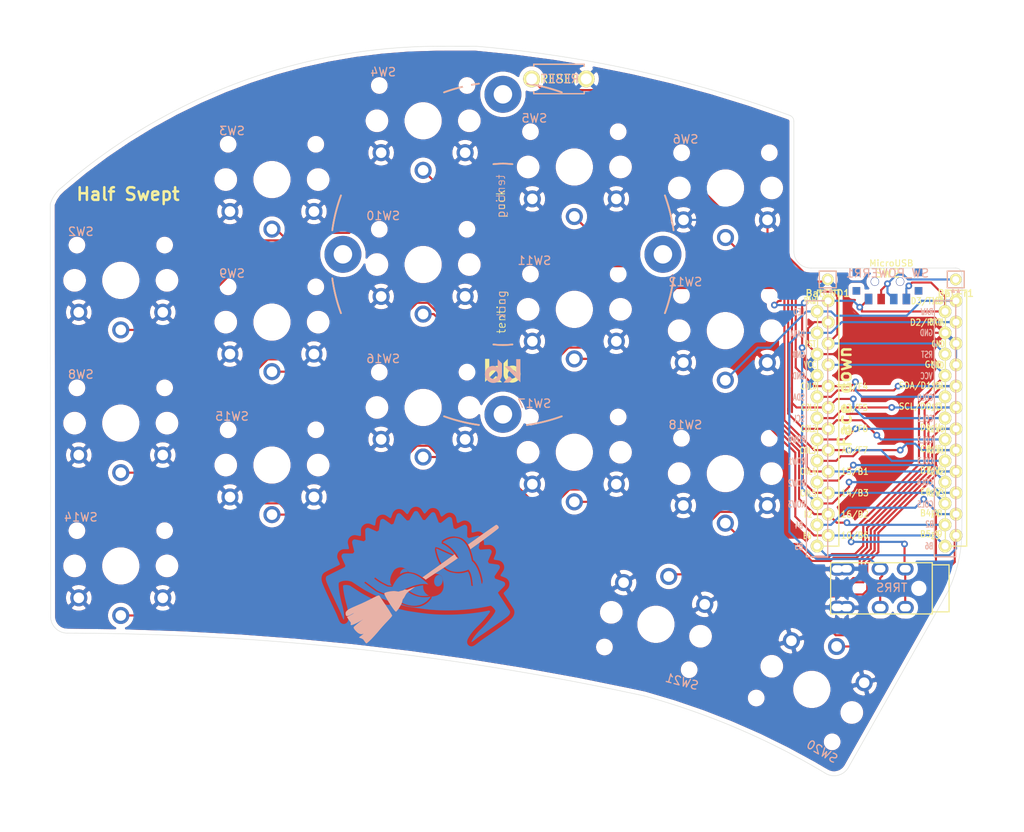
<source format=kicad_pcb>
(kicad_pcb (version 20171130) (host pcbnew "(5.1.4)-1")
  (layers (0 F.Cu signal) (31 B.Cu signal) (34 B.Paste user) (35 F.Paste user) (36 B.SilkS user) (37 F.SilkS user) (38 B.Mask user) (39 F.Mask user) (44 Edge.Cuts user))
  (net 0 "")
  (net 1 gnd)
  (net 2 vcc)
  (net 3 Switch18)
  (net 4 reset)
  (net 5 Switch1)
  (net 6 Switch2)
  (net 7 Switch3)
  (net 8 Switch4)
  (net 9 Switch5)
  (net 10 Switch6)
  (net 11 Switch7)
  (net 12 Switch8)
  (net 13 Switch9)
  (net 14 Switch10)
  (net 15 Switch11)
  (net 16 Switch12)
  (net 17 Switch13)
  (net 18 Switch14)
  (net 19 Switch15)
  (net 20 Switch16)
  (net 21 Switch17)
  (net 22 raw)
  (net 23 BT+_r)
  (net 24 "Net-(SW_POWERR1-Pad1)")
  (module Kailh:ferris_broom (layer B.Cu) (at 64.008 82.042 170)
    (fp_text reference G*** hide)
    (fp_text value LOGO hide)
    (fp_poly (pts (xy -0.761144 1.032642) (xy -0.688709 1.008644) (xy -0.619188 0.970622) (xy -0.554768 0.920001) (xy -0.497637 0.858202) (xy -0.453968 0.7937) (xy -0.437483 0.766692) (xy -0.423416 0.746579) (xy -0.414329 0.736954) (xy -0.413252 0.7366) (xy -0.408833 0.731565) (xy -0.409736 0.729585) (xy -0.40904 0.718656) (xy -0.402935 0.697092) (xy -0.39386 0.672435) (xy -0.369521 0.596952) (xy -0.351987 0.510702) (xy -0.341678 0.418605) (xy -0.339017 0.32558) (xy -0.344425 0.236545) (xy -0.352075 0.18519) (xy -0.377889 0.081805) (xy -0.41398 -0.0129) (xy -0.459406 -0.097763) (xy -0.513225 -0.171624) (xy -0.574496 -0.233322) (xy -0.642278 -0.281697) (xy -0.715627 -0.315587) (xy -0.770126 -0.330135) (xy -0.812297 -0.336403) (xy -0.84915 -0.337012) (xy -0.888665 -0.331696) (xy -0.918634 -0.325158) (xy -0.947744 -0.318386) (xy -0.971301 -0.313186) (xy -0.982134 -0.311051) (xy -0.996128 -0.306431) (xy -0.999067 -0.304242) (xy -1.00783 -0.297463) (xy -1.026684 -0.284345) (xy -1.050959 -0.268116) (xy -1.110231 -0.221059) (xy -1.166285 -0.161274) (xy -1.215754 -0.092966) (xy -1.255272 -0.02034) (xy -1.262352 -0.004066) (xy -1.273749 0.020663) (xy -1.283702 0.037495) (xy -1.288991 0.042333) (xy -1.29308 0.047331) (xy -1.292297 0.048972) (xy -1.29238 0.059871) (xy -1.296468 0.082275) (xy -1.303688 0.111476) (xy -1.304231 0.113444) (xy -1.327325 0.227527) (xy -1.335016 0.34511) (xy -1.327592 0.463403) (xy -1.305338 0.579617) (xy -1.268541 0.690962) (xy -1.238078 0.757245) (xy -1.212207 0.803246) (xy -1.184334 0.842806) (xy -1.149579 0.88249) (xy -1.130553 0.901979) (xy -1.06388 0.960545) (xy -0.99682 1.002787) (xy -0.928123 1.029293) (xy -0.856537 1.040651) (xy -0.834305 1.041193) (xy -0.761144 1.032642)) (layer B.Cu) (width 0.01))
    (fp_poly (pts (xy 0.052888 4.087984) (xy 0.067946 4.079375) (xy 0.071756 4.073128) (xy 0.07085 4.059512) (xy 0.064982 4.03481) (xy 0.055664 4.003581) (xy 0.04441 3.970386) (xy 0.03273 3.939783) (xy 0.02214 3.916334) (xy 0.016767 3.907366) (xy 0.010832 3.893836) (xy 0.004762 3.872028) (xy 0.004159 3.869266) (xy -0.003308 3.842764) (xy -0.014528 3.811802) (xy -0.018829 3.801533) (xy -0.03027 3.775245) (xy -0.039771 3.753029) (xy -0.042495 3.7465) (xy -0.04953 3.730048) (xy -0.060889 3.704188) (xy -0.072213 3.678766) (xy -0.086497 3.646732) (xy -0.100004 3.616147) (xy -0.107773 3.598333) (xy -0.137922 3.531005) (xy -0.174157 3.454212) (xy -0.214352 3.372161) (xy -0.256382 3.289058) (xy -0.298121 3.209106) (xy -0.337444 3.136512) (xy -0.370957 3.077633) (xy -0.391222 3.043677) (xy -0.413332 3.007382) (xy -0.435134 2.972196) (xy -0.454476 2.941566) (xy -0.469206 2.918939) (xy -0.476711 2.9083) (xy -0.48595 2.895421) (xy -0.497936 2.877082) (xy -0.513303 2.853756) (xy -0.533916 2.824013) (xy -0.557709 2.79065) (xy -0.582619 2.756464) (xy -0.606581 2.724252) (xy -0.627533 2.696811) (xy -0.643408 2.676938) (xy -0.652144 2.66743) (xy -0.652973 2.667) (xy -0.660355 2.660075) (xy -0.664298 2.651123) (xy -0.673008 2.635835) (xy -0.689343 2.61518) (xy -0.698736 2.604976) (xy -0.715673 2.586607) (xy -0.726298 2.573295) (xy -0.728134 2.56965) (xy -0.733627 2.561506) (xy -0.748032 2.545003) (xy -0.768237 2.523705) (xy -0.76835 2.523589) (xy -0.794189 2.496813) (xy -0.819673 2.469716) (xy -0.835159 2.452748) (xy -0.86175 2.422912) (xy -1.158369 2.724873) (xy -1.219019 2.786647) (xy -1.278002 2.846784) (xy -1.333865 2.903799) (xy -1.385155 2.956205) (xy -1.430418 3.002516) (xy -1.468201 3.041247) (xy -1.49705 3.070911) (xy -1.515514 3.090024) (xy -1.51581 3.090333) (xy -1.56207 3.138555) (xy -1.611662 3.190118) (xy -1.663079 3.243469) (xy -1.714819 3.297056) (xy -1.765376 3.349325) (xy -1.813246 3.398726) (xy -1.856925 3.443704) (xy -1.894908 3.482708) (xy -1.92569 3.514185) (xy -1.947768 3.536582) (xy -1.959637 3.548348) (xy -1.959727 3.548433) (xy -1.9759 3.565761) (xy -1.978192 3.576207) (xy -1.965537 3.581956) (xy -1.942011 3.584799) (xy -1.91354 3.58933) (xy -1.880453 3.597637) (xy -1.868196 3.601528) (xy -1.82972 3.613943) (xy -1.786833 3.626519) (xy -1.744246 3.638004) (xy -1.706667 3.647148) (xy -1.678803 3.652702) (xy -1.672167 3.653571) (xy -1.653829 3.656896) (xy -1.623755 3.664005) (xy -1.58642 3.673788) (xy -1.553634 3.682993) (xy -1.510782 3.695357) (xy -1.479633 3.704135) (xy -1.455635 3.710481) (xy -1.434232 3.715547) (xy -1.410872 3.720485) (xy -1.385129 3.72563) (xy -1.355075 3.732541) (xy -1.317487 3.742489) (xy -1.283529 3.752409) (xy -1.251355 3.761857) (xy -1.223427 3.769199) (xy -1.205497 3.772929) (xy -1.204841 3.773008) (xy -1.181435 3.778879) (xy -1.169414 3.784057) (xy -1.147629 3.79112) (xy -1.130044 3.793066) (xy -1.107168 3.795689) (xy -1.075265 3.802379) (xy -1.041202 3.811367) (xy -1.011848 3.820886) (xy -0.997065 3.827303) (xy -0.975917 3.83424) (xy -0.964759 3.8354) (xy -0.942082 3.839439) (xy -0.931763 3.843637) (xy -0.916052 3.848932) (xy -0.889144 3.855136) (xy -0.856636 3.860974) (xy -0.854003 3.861381) (xy -0.819323 3.867642) (xy -0.787922 3.874987) (xy -0.7665 3.881844) (xy -0.766234 3.881959) (xy -0.743653 3.890216) (xy -0.710769 3.900366) (xy -0.67269 3.911045) (xy -0.634522 3.920888) (xy -0.601371 3.928531) (xy -0.578345 3.93261) (xy -0.575734 3.932855) (xy -0.557083 3.934882) (xy -0.548217 3.936735) (xy -0.535517 3.940906) (xy -0.522538 3.945174) (xy -0.516467 3.947345) (xy -0.502069 3.951826) (xy -0.476921 3.958971) (xy -0.448734 3.966623) (xy -0.416124 3.975439) (xy -0.3866 3.983671) (xy -0.369154 3.988759) (xy -0.341596 3.994399) (xy -0.31793 3.996266) (xy -0.296675 3.998551) (xy -0.283211 4.004005) (xy -0.269512 4.010381) (xy -0.249767 4.014268) (xy -0.228754 4.017909) (xy -0.2159 4.022617) (xy -0.203902 4.027361) (xy -0.180333 4.034346) (xy -0.150148 4.042109) (xy -0.148167 4.042584) (xy -0.116958 4.050284) (xy -0.09127 4.057076) (xy -0.076484 4.061535) (xy -0.0762 4.061643) (xy -0.053269 4.06856) (xy -0.024518 4.072745) (xy -0.009989 4.073958) (xy 0.010378 4.077186) (xy 0.021933 4.082265) (xy 0.02226 4.082704) (xy 0.034915 4.089624) (xy 0.052888 4.087984)) (layer B.Cu) (width 0.01))
    (fp_poly (pts (xy 2.497362 -1.60812) (xy 2.516201 -1.630541) (xy 2.539606 -1.66204) (xy 2.565698 -1.699782) (xy 2.5926 -1.740931) (xy 2.618435 -1.782653) (xy 2.641323 -1.822112) (xy 2.659388 -1.856474) (xy 2.666144 -1.871134) (xy 2.675174 -1.8922) (xy 2.682735 -1.910202) (xy 2.689668 -1.927504) (xy 2.696814 -1.946474) (xy 2.705016 -1.969476) (xy 2.715116 -1.998877) (xy 2.727955 -2.037044) (xy 2.744376 -2.086341) (xy 2.76522 -2.149136) (xy 2.767277 -2.155335) (xy 2.79547 -2.239012) (xy 2.819709 -2.307903) (xy 2.840648 -2.363518) (xy 2.858937 -2.407367) (xy 2.875227 -2.440961) (xy 2.89017 -2.465808) (xy 2.904417 -2.483419) (xy 2.911698 -2.490161) (xy 2.924037 -2.502392) (xy 2.934069 -2.517875) (xy 2.942227 -2.538695) (xy 2.948946 -2.566937) (xy 2.95466 -2.604686) (xy 2.959803 -2.654024) (xy 2.96481 -2.717037) (xy 2.967712 -2.759011) (xy 2.971473 -2.813088) (xy 2.975206 -2.862625) (xy 2.978665 -2.904682) (xy 2.981607 -2.936322) (xy 2.983786 -2.954605) (xy 2.984118 -2.956442) (xy 2.985216 -2.974616) (xy 2.981467 -2.983758) (xy 2.97033 -2.98773) (xy 2.946718 -2.994554) (xy 2.91464 -3.003205) (xy 2.878104 -3.012654) (xy 2.841119 -3.021876) (xy 2.807693 -3.029842) (xy 2.781834 -3.035526) (xy 2.772833 -3.037218) (xy 2.740017 -3.043049) (xy 2.723886 -3.046878) (xy 2.722033 -3.048) (xy 2.719498 -3.049406) (xy 2.709937 -3.051762) (xy 2.690419 -3.055686) (xy 2.658012 -3.061798) (xy 2.645833 -3.064058) (xy 2.614701 -3.069857) (xy 2.587473 -3.074983) (xy 2.574205 -3.077523) (xy 2.535792 -3.084308) (xy 2.495217 -3.090398) (xy 2.461515 -3.094444) (xy 2.459566 -3.094623) (xy 2.441732 -3.096694) (xy 2.434168 -3.098528) (xy 2.434166 -3.098549) (xy 2.428371 -3.100759) (xy 2.410016 -3.103448) (xy 2.377646 -3.106789) (xy 2.330536 -3.110895) (xy 2.295418 -3.114121) (xy 2.26487 -3.117492) (xy 2.244401 -3.120386) (xy 2.241636 -3.120933) (xy 2.228674 -3.122143) (xy 2.20227 -3.123376) (xy 2.165199 -3.124589) (xy 2.120237 -3.125741) (xy 2.070161 -3.126787) (xy 2.017746 -3.127685) (xy 1.965769 -3.128391) (xy 1.917005 -3.128864) (xy 1.874231 -3.129059) (xy 1.840222 -3.128935) (xy 1.817755 -3.128447) (xy 1.80964 -3.127619) (xy 1.80059 -3.125979) (xy 1.778374 -3.123731) (xy 1.746735 -3.12122) (xy 1.722759 -3.119603) (xy 1.686698 -3.117077) (xy 1.657337 -3.114552) (xy 1.638536 -3.112386) (xy 1.633822 -3.111349) (xy 1.623392 -3.108867) (xy 1.601612 -3.105606) (xy 1.582881 -3.103358) (xy 1.546821 -3.098908) (xy 1.506196 -3.093174) (xy 1.485899 -3.090012) (xy 1.46071 -3.085747) (xy 1.438737 -3.081498) (xy 1.415266 -3.076189) (xy 1.385583 -3.068743) (xy 1.344976 -3.058082) (xy 1.337733 -3.056161) (xy 1.310785 -3.049549) (xy 1.288338 -3.04495) (xy 1.282699 -3.044111) (xy 1.268811 -3.040638) (xy 1.242749 -3.032461) (xy 1.207278 -3.020578) (xy 1.165163 -3.00599) (xy 1.119166 -2.989694) (xy 1.072051 -2.972691) (xy 1.026583 -2.95598) (xy 0.985526 -2.940559) (xy 0.951642 -2.927428) (xy 0.927696 -2.917587) (xy 0.916451 -2.912034) (xy 0.915969 -2.911525) (xy 0.906915 -2.904901) (xy 0.887855 -2.896703) (xy 0.882536 -2.894864) (xy 0.856579 -2.884295) (xy 0.826 -2.869128) (xy 0.812405 -2.861501) (xy 0.786428 -2.847093) (xy 0.763679 -2.835999) (xy 0.754822 -2.832509) (xy 0.740471 -2.824911) (xy 0.736599 -2.81883) (xy 0.729994 -2.811342) (xy 0.726931 -2.810934) (xy 0.715304 -2.806599) (xy 0.694376 -2.795414) (xy 0.668528 -2.780109) (xy 0.642141 -2.763411) (xy 0.619594 -2.748049) (xy 0.605269 -2.736753) (xy 0.602544 -2.733446) (xy 0.592812 -2.726882) (xy 0.587727 -2.726267) (xy 0.576921 -2.721463) (xy 0.575733 -2.7178) (xy 0.568927 -2.710172) (xy 0.563738 -2.709334) (xy 0.551083 -2.705332) (xy 0.548922 -2.702629) (xy 0.541052 -2.694877) (xy 0.522821 -2.680502) (xy 0.497894 -2.662369) (xy 0.493183 -2.659069) (xy 0.4679 -2.640575) (xy 0.449192 -2.625202) (xy 0.440501 -2.61582) (xy 0.440266 -2.614973) (xy 0.433535 -2.608275) (xy 0.429435 -2.607734) (xy 0.41654 -2.601481) (xy 0.406399 -2.5908) (xy 0.394653 -2.5778) (xy 0.38761 -2.573867) (xy 0.37716 -2.567735) (xy 0.35603 -2.549803) (xy 0.324968 -2.520768) (xy 0.284721 -2.481324) (xy 0.243269 -2.439543) (xy 0.200625 -2.396038) (xy 0.168553 -2.3631) (xy 0.145693 -2.339286) (xy 0.130682 -2.323149) (xy 0.122159 -2.313245) (xy 0.118763 -2.308128) (xy 0.118533 -2.307167) (xy 0.113341 -2.298552) (xy 0.103716 -2.287517) (xy 0.068061 -2.246664) (xy 0.027102 -2.193418) (xy -0.01726 -2.130707) (xy -0.063123 -2.061461) (xy -0.108585 -1.98861) (xy -0.151744 -1.915084) (xy -0.190698 -1.843812) (xy -0.213309 -1.799167) (xy -0.227323 -1.770672) (xy -0.239308 -1.746713) (xy -0.246044 -1.733665) (xy -0.254676 -1.710404) (xy -0.250171 -1.697466) (xy -0.232965 -1.695051) (xy -0.203494 -1.703358) (xy -0.191057 -1.708529) (xy -0.16592 -1.718676) (xy -0.130742 -1.731634) (xy -0.089245 -1.746166) (xy -0.045154 -1.761038) (xy -0.002192 -1.775015) (xy 0.035916 -1.786862) (xy 0.065447 -1.795346) (xy 0.082368 -1.799191) (xy 0.105754 -1.804583) (xy 0.133385 -1.813948) (xy 0.138498 -1.816027) (xy 0.159574 -1.823658) (xy 0.173255 -1.826288) (xy 0.175247 -1.825708) (xy 0.185013 -1.825688) (xy 0.204421 -1.830614) (xy 0.211666 -1.833034) (xy 0.232914 -1.839241) (xy 0.246536 -1.840829) (xy 0.248276 -1.840169) (xy 0.258089 -1.840286) (xy 0.269603 -1.845022) (xy 0.289423 -1.852355) (xy 0.315497 -1.858293) (xy 0.319012 -1.85884) (xy 0.345005 -1.86279) (xy 0.366233 -1.866313) (xy 0.368299 -1.86669) (xy 0.387676 -1.870099) (xy 0.41382 -1.874466) (xy 0.419099 -1.875324) (xy 0.4454 -1.879667) (xy 0.466971 -1.883378) (xy 0.469899 -1.883907) (xy 0.578494 -1.899685) (xy 0.592666 -1.901216) (xy 0.624265 -1.904568) (xy 0.653064 -1.907712) (xy 0.664633 -1.90902) (xy 0.738092 -1.915835) (xy 0.821895 -1.920746) (xy 0.912209 -1.92375) (xy 1.005203 -1.924846) (xy 1.097047 -1.92403) (xy 1.183908 -1.921302) (xy 1.261954 -1.916658) (xy 1.327355 -1.910096) (xy 1.332521 -1.909407) (xy 1.363658 -1.905282) (xy 1.404638 -1.90003) (xy 1.448491 -1.894538) (xy 1.473199 -1.891507) (xy 1.51003 -1.886694) (xy 1.547579 -1.881227) (xy 1.581788 -1.875764) (xy 1.6086 -1.870962) (xy 1.623959 -1.86748) (xy 1.625778 -1.866761) (xy 1.636135 -1.863985) (xy 1.657116 -1.86013) (xy 1.667933 -1.858434) (xy 1.691797 -1.854382) (xy 1.707867 -1.850745) (xy 1.7108 -1.849637) (xy 1.721917 -1.846141) (xy 1.74216 -1.841855) (xy 1.744459 -1.841443) (xy 1.767325 -1.836627) (xy 1.801107 -1.828566) (xy 1.841425 -1.818409) (xy 1.883898 -1.807306) (xy 1.924146 -1.796408) (xy 1.957788 -1.786865) (xy 1.980444 -1.779825) (xy 1.983894 -1.778585) (xy 2.000008 -1.774158) (xy 2.006599 -1.77567) (xy 2.01129 -1.775791) (xy 2.016759 -1.771227) (xy 2.033216 -1.762793) (xy 2.044982 -1.761067) (xy 2.062222 -1.758569) (xy 2.068933 -1.755177) (xy 2.081869 -1.748744) (xy 2.088182 -1.747327) (xy 2.103303 -1.7433) (xy 2.127646 -1.735091) (xy 2.145087 -1.728621) (xy 2.171173 -1.71865) (xy 2.207754 -1.704745) (xy 2.249475 -1.68894) (xy 2.281766 -1.676741) (xy 2.32495 -1.660031) (xy 2.368146 -1.642607) (xy 2.405518 -1.626857) (xy 2.425699 -1.617821) (xy 2.452829 -1.606183) (xy 2.47426 -1.598931) (xy 2.484966 -1.597611) (xy 2.497362 -1.60812)) (layer B.Cu) (width 0.01))
    (fp_poly (pts (xy 1.18609 8.26694) (xy 1.214188 8.264416) (xy 1.237977 8.258478) (xy 1.263762 8.247824) (xy 1.28018 8.239924) (xy 1.332822 8.207593) (xy 1.373164 8.170943) (xy 1.383832 8.156508) (xy 1.402225 8.12883) (xy 1.427504 8.089272) (xy 1.458829 8.039199) (xy 1.495361 7.979973) (xy 1.536259 7.912958) (xy 1.580683 7.839518) (xy 1.627793 7.761017) (xy 1.676751 7.678817) (xy 1.688673 7.658705) (xy 1.749686 7.555933) (xy 1.802685 7.467207) (xy 1.848074 7.391879) (xy 1.886258 7.329302) (xy 1.917639 7.278828) (xy 1.942624 7.239812) (xy 1.961614 7.211605) (xy 1.975016 7.193561) (xy 1.983232 7.185032) (xy 1.985006 7.184165) (xy 1.99968 7.182101) (xy 2.027464 7.178955) (xy 2.064598 7.175126) (xy 2.107324 7.171015) (xy 2.114947 7.170311) (xy 2.161716 7.166274) (xy 2.194493 7.164243) (xy 2.216106 7.164256) (xy 2.229381 7.166351) (xy 2.237146 7.170565) (xy 2.238569 7.171966) (xy 2.24602 7.180248) (xy 2.26376 7.200056) (xy 2.290799 7.230284) (xy 2.326148 7.269825) (xy 2.368819 7.317574) (xy 2.417823 7.372423) (xy 2.472171 7.433267) (xy 2.530876 7.498999) (xy 2.592947 7.568512) (xy 2.606265 7.583428) (xy 2.669458 7.654042) (xy 2.729997 7.721376) (xy 2.786832 7.784281) (xy 2.838912 7.84161) (xy 2.885185 7.892213) (xy 2.924601 7.934941) (xy 2.956108 7.968647) (xy 2.978657 7.992182) (xy 2.991195 8.004397) (xy 2.99226 8.005268) (xy 3.046465 8.036544) (xy 3.108708 8.055594) (xy 3.17475 8.061852) (xy 3.240349 8.054752) (xy 3.278688 8.043487) (xy 3.335647 8.013629) (xy 3.387009 7.970326) (xy 3.429288 7.916938) (xy 3.45033 7.878233) (xy 3.457965 7.859688) (xy 3.470674 7.826764) (xy 3.487877 7.78104) (xy 3.508994 7.724098) (xy 3.533443 7.657519) (xy 3.560645 7.582884) (xy 3.590019 7.501775) (xy 3.620985 7.415771) (xy 3.652961 7.326455) (xy 3.653977 7.323608) (xy 3.830783 6.828249) (xy 3.957129 6.788924) (xy 4.083474 6.7496) (xy 4.522832 7.079603) (xy 4.599843 7.137265) (xy 4.673782 7.192281) (xy 4.74339 7.243735) (xy 4.807407 7.290713) (xy 4.864574 7.332298) (xy 4.913631 7.367577) (xy 4.953318 7.395635) (xy 4.982376 7.415555) (xy 4.999546 7.426424) (xy 5.002045 7.427717) (xy 5.051638 7.442567) (xy 5.109023 7.447434) (xy 5.168424 7.442465) (xy 5.224067 7.42781) (xy 5.239021 7.421613) (xy 5.291008 7.390283) (xy 5.338536 7.347533) (xy 5.377344 7.297853) (xy 5.401481 7.250429) (xy 5.40705 7.230297) (xy 5.414883 7.193742) (xy 5.424921 7.141113) (xy 5.437101 7.072759) (xy 5.451364 6.98903) (xy 5.467648 6.890276) (xy 5.485893 6.776845) (xy 5.506038 6.649087) (xy 5.506066 6.648906) (xy 5.592534 6.095805) (xy 5.706144 6.032403) (xy 5.74553 6.010535) (xy 5.779427 5.991931) (xy 5.805217 5.978008) (xy 5.820283 5.970187) (xy 5.823042 5.969) (xy 5.831055 5.972538) (xy 5.853067 5.982745) (xy 5.887788 5.999012) (xy 5.933927 6.020731) (xy 5.990193 6.047291) (xy 6.055298 6.078083) (xy 6.127949 6.112498) (xy 6.206858 6.149927) (xy 6.290733 6.189761) (xy 6.315956 6.201749) (xy 6.405535 6.244151) (xy 6.490678 6.284101) (xy 6.570042 6.32099) (xy 6.642284 6.35421) (xy 6.706061 6.383152) (xy 6.76003 6.407205) (xy 6.802848 6.425761) (xy 6.833171 6.438211) (xy 6.849658 6.443945) (xy 6.850123 6.444051) (xy 6.916044 6.449981) (xy 6.980538 6.440513) (xy 7.041451 6.417163) (xy 7.096626 6.381452) (xy 7.143907 6.334896) (xy 7.181138 6.279016) (xy 7.206163 6.215328) (xy 7.212072 6.189133) (xy 7.21374 6.172468) (xy 7.214712 6.144306) (xy 7.214975 6.103965) (xy 7.214516 6.050757) (xy 7.213325 5.983999) (xy 7.211389 5.903004) (xy 7.208695 5.807088) (xy 7.205232 5.695566) (xy 7.201405 5.580011) (xy 7.182328 5.017456) (xy 7.20826 4.995811) (xy 7.225251 4.981431) (xy 7.251215 4.959223) (xy 7.282336 4.932458) (xy 7.308678 4.909707) (xy 7.383165 4.845248) (xy 7.630699 4.906618) (xy 7.763975 4.939661) (xy 7.881838 4.968867) (xy 7.985311 4.994467) (xy 8.075417 5.016692) (xy 8.15318 5.035774) (xy 8.219624 5.051945) (xy 8.275773 5.065434) (xy 8.322649 5.076474) (xy 8.361277 5.085295) (xy 8.39268 5.092129) (xy 8.417882 5.097207) (xy 8.437906 5.100761) (xy 8.453777 5.103021) (xy 8.466517 5.104219) (xy 8.477151 5.104586) (xy 8.486701 5.104353) (xy 8.496192 5.103751) (xy 8.501635 5.103356) (xy 8.568814 5.090472) (xy 8.630181 5.063019) (xy 8.683935 5.022877) (xy 8.728277 4.971929) (xy 8.761406 4.912057) (xy 8.78152 4.845142) (xy 8.786398 4.805777) (xy 8.786878 4.792512) (xy 8.786526 4.777746) (xy 8.785086 4.760185) (xy 8.782302 4.738534) (xy 8.777919 4.711497) (xy 8.771679 4.677779) (xy 8.763328 4.636086) (xy 8.752609 4.585123) (xy 8.739266 4.523594) (xy 8.723044 4.450205) (xy 8.703686 4.363661) (xy 8.680937 4.262667) (xy 8.665967 4.196425) (xy 8.644825 4.102516) (xy 8.624943 4.013351) (xy 8.606618 3.930319) (xy 8.590147 3.854812) (xy 8.575829 3.788222) (xy 8.563962 3.731938) (xy 8.554843 3.687353) (xy 8.548771 3.655858) (xy 8.546044 3.638842) (xy 8.545991 3.636268) (xy 8.552537 3.626005) (xy 8.5677 3.605183) (xy 8.589497 3.576443) (xy 8.615939 3.542428) (xy 8.628283 3.526788) (xy 8.706346 3.428326) (xy 8.808756 3.433426) (xy 8.885198 3.437049) (xy 8.967802 3.440636) (xy 9.054858 3.444138) (xy 9.144657 3.447505) (xy 9.235491 3.450689) (xy 9.325651 3.45364) (xy 9.413427 3.456311) (xy 9.497111 3.458653) (xy 9.574994 3.460615) (xy 9.645367 3.46215) (xy 9.706521 3.463208) (xy 9.756747 3.463741) (xy 9.794335 3.4637) (xy 9.817578 3.463036) (xy 9.823327 3.462447) (xy 9.887625 3.442064) (xy 9.946287 3.406957) (xy 9.996952 3.359018) (xy 10.037258 3.300135) (xy 10.044899 3.285066) (xy 10.056891 3.258492) (xy 10.064547 3.236084) (xy 10.068827 3.212567) (xy 10.070692 3.18267) (xy 10.0711 3.141133) (xy 10.0711 3.052233) (xy 9.842993 2.532114) (xy 9.614887 2.011995) (xy 9.671649 1.901348) (xy 9.692212 1.861424) (xy 9.710353 1.826499) (xy 9.724522 1.799534) (xy 9.733172 1.783488) (xy 9.734753 1.780767) (xy 9.744091 1.777568) (xy 9.768869 1.771868) (xy 9.807815 1.763905) (xy 9.859658 1.753913) (xy 9.923128 1.742129) (xy 9.996952 1.728787) (xy 10.07986 1.714125) (xy 10.17058 1.698378) (xy 10.267841 1.681781) (xy 10.274397 1.680672) (xy 10.391253 1.660812) (xy 10.492382 1.643389) (xy 10.578785 1.62821) (xy 10.651464 1.615087) (xy 10.71142 1.603826) (xy 10.759654 1.594238) (xy 10.797169 1.586132) (xy 10.824964 1.579316) (xy 10.844042 1.573599) (xy 10.852029 1.570478) (xy 10.900007 1.541283) (xy 10.945597 1.499799) (xy 10.984327 1.450543) (xy 11.002944 1.418058) (xy 11.014083 1.39403) (xy 11.021301 1.37321) (xy 11.025438 1.350745) (xy 11.027333 1.32178) (xy 11.027828 1.28146) (xy 11.027833 1.274233) (xy 11.027456 1.231658) (xy 11.0258 1.201283) (xy 11.022072 1.178383) (xy 11.015482 1.158231) (xy 11.005239 1.136101) (xy 11.004454 1.134533) (xy 10.995572 1.119455) (xy 10.977908 1.09181) (xy 10.952358 1.052924) (xy 10.919816 1.004128) (xy 10.881178 0.946748) (xy 10.837339 0.882113) (xy 10.789193 0.811552) (xy 10.737636 0.736392) (xy 10.683564 0.657961) (xy 10.672504 0.641967) (xy 10.363933 0.195968) (xy 10.416997 0.016328) (xy 11.373047 -0.687879) (xy 11.517954 -0.794687) (xy 11.649596 -0.891872) (xy 11.768408 -0.979764) (xy 11.874825 -1.05869) (xy 11.969284 -1.128979) (xy 12.052218 -1.190959) (xy 12.124065 -1.244957) (xy 12.185259 -1.291304) (xy 12.236237 -1.330326) (xy 12.277433 -1.362353) (xy 12.309283 -1.387712) (xy 12.332224 -1.406732) (xy 12.346689 -1.419742) (xy 12.352629 -1.426293) (xy 12.3775 -1.467951) (xy 12.393927 -1.510333) (xy 12.403148 -1.558229) (xy 12.406405 -1.616427) (xy 12.406426 -1.634067) (xy 12.404693 -1.67839) (xy 12.399809 -1.722739) (xy 12.39125 -1.768149) (xy 12.378496 -1.815655) (xy 12.361022 -1.866293) (xy 12.338307 -1.921099) (xy 12.309828 -1.981108) (xy 12.275061 -2.047354) (xy 12.233484 -2.120875) (xy 12.184575 -2.202705) (xy 12.127811 -2.29388) (xy 12.06267 -2.395435) (xy 11.988628 -2.508406) (xy 11.905162 -2.633828) (xy 11.891448 -2.6543) (xy 11.789672 -2.805308) (xy 11.679257 -2.967586) (xy 11.560048 -3.141355) (xy 11.431891 -3.326833) (xy 11.294634 -3.524242) (xy 11.148121 -3.733801) (xy 10.992199 -3.95573) (xy 10.826715 -4.190249) (xy 10.651514 -4.437578) (xy 10.466443 -4.697936) (xy 10.271348 -4.971544) (xy 10.23319 -5.024967) (xy 10.178995 -5.101336) (xy 10.124865 -5.178573) (xy 10.072242 -5.254558) (xy 10.022567 -5.32717) (xy 9.977283 -5.394291) (xy 9.937833 -5.453799) (xy 9.905657 -5.503575) (xy 9.884772 -5.5372) (xy 9.807572 -5.664384) (xy 9.737578 -5.777688) (xy 9.674879 -5.876983) (xy 9.619561 -5.96214) (xy 9.571714 -6.033029) (xy 9.531424 -6.089522) (xy 9.49878 -6.131489) (xy 9.47387 -6.158802) (xy 9.456781 -6.171331) (xy 9.452757 -6.1722) (xy 9.443447 -6.164599) (xy 9.43611 -6.145208) (xy 9.435347 -6.141536) (xy 9.433068 -6.110291) (xy 9.434782 -6.065087) (xy 9.440113 -6.008323) (xy 9.448686 -5.942399) (xy 9.460123 -5.869715) (xy 9.474049 -5.79267) (xy 9.490087 -5.713665) (xy 9.507861 -5.6351) (xy 9.526132 -5.5626) (xy 9.578158 -5.380061) (xy 9.636402 -5.200561) (xy 9.702028 -5.021087) (xy 9.776196 -4.838627) (xy 9.860069 -4.650169) (xy 9.952334 -4.4577) (xy 10.008721 -4.341769) (xy 10.062902 -4.226171) (xy 10.116283 -4.107712) (xy 10.170272 -3.983198) (xy 10.226275 -3.849436) (xy 10.2857 -3.703232) (xy 10.295876 -3.677828) (xy 10.370307 -3.488599) (xy 10.439322 -3.306876) (xy 10.50275 -3.133255) (xy 10.560426 -2.968335) (xy 10.612179 -2.812713) (xy 10.657842 -2.666986) (xy 10.697247 -2.531752) (xy 10.730225 -2.407609) (xy 10.756607 -2.295152) (xy 10.776226 -2.194981) (xy 10.788914 -2.107692) (xy 10.794501 -2.033883) (xy 10.79282 -1.974152) (xy 10.786233 -1.937278) (xy 10.782453 -1.925809) (xy 10.776808 -1.915086) (xy 10.767555 -1.903583) (xy 10.752947 -1.889774) (xy 10.73124 -1.872132) (xy 10.700689 -1.849132) (xy 10.659549 -1.819248) (xy 10.613794 -1.786467) (xy 10.564189 -1.75477) (xy 10.502391 -1.721113) (xy 10.43268 -1.687445) (xy 10.359339 -1.655717) (xy 10.28665 -1.627881) (xy 10.218894 -1.605887) (xy 10.215033 -1.604783) (xy 10.100408 -1.574607) (xy 9.994872 -1.552218) (xy 9.893171 -1.53697) (xy 9.790049 -1.528219) (xy 9.680254 -1.525319) (xy 9.58064 -1.526883) (xy 9.493991 -1.530398) (xy 9.421976 -1.535343) (xy 9.362333 -1.542065) (xy 9.312796 -1.550909) (xy 9.271103 -1.562223) (xy 9.234988 -1.576354) (xy 9.224433 -1.58143) (xy 9.205565 -1.590266) (xy 9.172475 -1.605029) (xy 9.12657 -1.625125) (xy 9.069256 -1.64996) (xy 9.001937 -1.678939) (xy 8.926021 -1.71147) (xy 8.842914 -1.746956) (xy 8.75402 -1.784806) (xy 8.660747 -1.824424) (xy 8.5645 -1.865217) (xy 8.466685 -1.90659) (xy 8.368708 -1.947949) (xy 8.271975 -1.988702) (xy 8.177892 -2.028252) (xy 8.087865 -2.066008) (xy 8.0033 -2.101373) (xy 7.925603 -2.133755) (xy 7.856179 -2.16256) (xy 7.796435 -2.187193) (xy 7.747777 -2.20706) (xy 7.71161 -2.221567) (xy 7.689341 -2.230121) (xy 7.687733 -2.230697) (xy 7.373925 -2.339332) (xy 7.073945 -2.438619) (xy 6.787553 -2.528633) (xy 6.514507 -2.609449) (xy 6.254566 -2.681143) (xy 6.180593 -2.700499) (xy 6.074687 -2.727856) (xy 6.008927 -2.688978) (xy 5.944454 -2.653445) (xy 5.888202 -2.627749) (xy 5.841254 -2.61224) (xy 5.804691 -2.607269) (xy 5.779594 -2.613186) (xy 5.778008 -2.614213) (xy 5.76939 -2.622432) (xy 5.751713 -2.640856) (xy 5.727226 -2.667088) (xy 5.698181 -2.698733) (xy 5.684874 -2.713382) (xy 5.644439 -2.758015) (xy 5.613497 -2.791813) (xy 5.59011 -2.816434) (xy 5.572341 -2.833536) (xy 5.558251 -2.844776) (xy 5.545903 -2.851812) (xy 5.53336 -2.856303) (xy 5.518683 -2.859906) (xy 5.5118 -2.861466) (xy 5.482508 -2.869356) (xy 5.457858 -2.878058) (xy 5.447968 -2.882878) (xy 5.43141 -2.889892) (xy 5.403867 -2.898335) (xy 5.370994 -2.906494) (xy 5.367535 -2.907249) (xy 5.321208 -2.916904) (xy 5.266276 -2.927831) (xy 5.204783 -2.939671) (xy 5.138772 -2.952062) (xy 5.070286 -2.964646) (xy 5.001369 -2.977063) (xy 4.934062 -2.988954) (xy 4.870411 -2.999958) (xy 4.812457 -3.009716) (xy 4.762245 -3.017869) (xy 4.721816 -3.024056) (xy 4.693216 -3.027918) (xy 4.678485 -3.029096) (xy 4.676982 -3.028804) (xy 4.680909 -3.021774) (xy 4.693641 -3.005661) (xy 4.712505 -2.98383) (xy 4.714231 -2.981902) (xy 4.738718 -2.954335) (xy 4.762457 -2.92715) (xy 4.777932 -2.909044) (xy 4.796485 -2.887231) (xy 4.812935 -2.868397) (xy 4.816186 -2.864786) (xy 4.826042 -2.853185) (xy 4.844086 -2.831255) (xy 4.867965 -2.801917) (xy 4.895324 -2.768092) (xy 4.923809 -2.732703) (xy 4.951068 -2.698669) (xy 4.974746 -2.668915) (xy 4.99249 -2.64636) (xy 4.999407 -2.637367) (xy 5.009825 -2.623786) (xy 5.027855 -2.600506) (xy 5.050672 -2.571168) (xy 5.068377 -2.548467) (xy 5.092468 -2.516911) (xy 5.113154 -2.48852) (xy 5.127797 -2.466986) (xy 5.133125 -2.457788) (xy 5.144225 -2.444466) (xy 5.165182 -2.436738) (xy 5.180688 -2.43427) (xy 5.214266 -2.429539) (xy 5.251113 -2.423513) (xy 5.262033 -2.421537) (xy 5.296641 -2.4156) (xy 5.33225 -2.410291) (xy 5.342466 -2.408966) (xy 5.376683 -2.403865) (xy 5.412441 -2.39721) (xy 5.418666 -2.395874) (xy 5.441404 -2.391083) (xy 5.476283 -2.384036) (xy 5.518807 -2.375627) (xy 5.56448 -2.366754) (xy 5.571066 -2.365488) (xy 5.616822 -2.356623) (xy 5.660078 -2.348093) (xy 5.696338 -2.340796) (xy 5.721106 -2.335627) (xy 5.723466 -2.335109) (xy 5.754698 -2.328188) (xy 5.784852 -2.321502) (xy 5.7912 -2.320094) (xy 5.810975 -2.315333) (xy 5.842663 -2.307285) (xy 5.881831 -2.297092) (xy 5.922433 -2.286326) (xy 5.968776 -2.27397) (xy 6.015936 -2.261478) (xy 6.057819 -2.25046) (xy 6.083909 -2.243664) (xy 6.130814 -2.231205) (xy 6.173246 -2.218978) (xy 6.213427 -2.206053) (xy 6.253581 -2.191499) (xy 6.295931 -2.174386) (xy 6.342701 -2.153782) (xy 6.396114 -2.128759) (xy 6.458394 -2.098384) (xy 6.531763 -2.061727) (xy 6.595122 -2.029697) (xy 6.663364 -1.995125) (xy 6.728787 -1.962051) (xy 6.78941 -1.93147) (xy 6.843254 -1.90438) (xy 6.888337 -1.881776) (xy 6.922678 -1.864654) (xy 6.944297 -1.854011) (xy 6.9469 -1.852757) (xy 6.975939 -1.838625) (xy 7.000856 -1.826077) (xy 7.014633 -1.818729) (xy 7.025736 -1.812865) (xy 7.050124 -1.800314) (xy 7.085959 -1.782006) (xy 7.131402 -1.758871) (xy 7.184616 -1.731838) (xy 7.243761 -1.701837) (xy 7.307001 -1.6698) (xy 7.372495 -1.636655) (xy 7.438407 -1.603332) (xy 7.502898 -1.570762) (xy 7.564129 -1.539874) (xy 7.620262 -1.511599) (xy 7.66946 -1.486867) (xy 7.709883 -1.466606) (xy 7.739694 -1.451748) (xy 7.753426 -1.44498) (xy 7.781097 -1.431127) (xy 7.796524 -1.421162) (xy 7.802689 -1.411566) (xy 7.802577 -1.398821) (xy 7.800888 -1.389015) (xy 7.791348 -1.360974) (xy 7.776221 -1.33593) (xy 7.762569 -1.318716) (xy 7.754531 -1.307047) (xy 7.754159 -1.306296) (xy 7.745212 -1.298742) (xy 7.726744 -1.288433) (xy 7.7216 -1.285984) (xy 7.715832 -1.282777) (xy 7.711401 -1.279787) (xy 7.707147 -1.277531) (xy 7.701911 -1.276528) (xy 7.694533 -1.277296) (xy 7.683854 -1.280352) (xy 7.668713 -1.286214) (xy 7.647953 -1.2954) (xy 7.620412 -1.308428) (xy 7.584932 -1.325817) (xy 7.540352 -1.348083) (xy 7.485514 -1.375745) (xy 7.419258 -1.409321) (xy 7.340424 -1.449329) (xy 7.247852 -1.496286) (xy 7.2263 -1.507209) (xy 7.154134 -1.543748) (xy 7.084923 -1.578731) (xy 7.020491 -1.611242) (xy 6.962666 -1.640361) (xy 6.913272 -1.66517) (xy 6.874137 -1.684749) (xy 6.847085 -1.69818) (xy 6.836833 -1.703184) (xy 6.807866 -1.7173) (xy 6.783076 -1.729776) (xy 6.769395 -1.737048) (xy 6.758338 -1.742879) (xy 6.733898 -1.755457) (xy 6.69781 -1.773899) (xy 6.651807 -1.797321) (xy 6.597625 -1.824843) (xy 6.536997 -1.85558) (xy 6.471658 -1.88865) (xy 6.454917 -1.897114) (xy 6.36389 -1.942751) (xy 6.286131 -1.980858) (xy 6.220096 -2.012112) (xy 6.164243 -2.037193) (xy 6.11703 -2.056781) (xy 6.076915 -2.071553) (xy 6.042353 -2.08219) (xy 6.024033 -2.08678) (xy 6.008845 -2.09133) (xy 6.002866 -2.093453) (xy 5.987188 -2.098296) (xy 5.962707 -2.104887) (xy 5.952066 -2.107561) (xy 5.927096 -2.113808) (xy 5.891535 -2.122844) (xy 5.851176 -2.133191) (xy 5.8293 -2.138838) (xy 5.785647 -2.150092) (xy 5.754166 -2.158077) (xy 5.730651 -2.163835) (xy 5.7109 -2.168407) (xy 5.7023 -2.170317) (xy 5.687699 -2.176246) (xy 5.68325 -2.178788) (xy 5.673891 -2.182421) (xy 5.672666 -2.181258) (xy 5.665585 -2.180553) (xy 5.648231 -2.184257) (xy 5.64515 -2.185128) (xy 5.616963 -2.192381) (xy 5.592233 -2.197541) (xy 5.568551 -2.202288) (xy 5.551775 -2.206518) (xy 5.531763 -2.211244) (xy 5.513675 -2.214381) (xy 5.488382 -2.218679) (xy 5.471583 -2.222201) (xy 5.443503 -2.228755) (xy 5.418741 -2.234127) (xy 5.390966 -2.239617) (xy 5.353845 -2.246523) (xy 5.3467 -2.247831) (xy 5.31149 -2.254309) (xy 5.28001 -2.260172) (xy 5.25818 -2.264318) (xy 5.255683 -2.264806) (xy 5.237778 -2.265524) (xy 5.2324 -2.2575) (xy 5.226512 -2.236492) (xy 5.211383 -2.210973) (xy 5.190814 -2.185429) (xy 5.168604 -2.164348) (xy 5.148556 -2.152216) (xy 5.142088 -2.150878) (xy 5.130603 -2.145768) (xy 5.129388 -2.14385) (xy 5.11894 -2.133505) (xy 5.095492 -2.117943) (xy 5.061654 -2.098504) (xy 5.020037 -2.076531) (xy 4.973252 -2.053365) (xy 4.923909 -2.030348) (xy 4.874619 -2.008822) (xy 4.837056 -1.993606) (xy 4.804326 -1.980729) (xy 4.774357 -1.968656) (xy 4.754033 -1.960167) (xy 4.703621 -1.93983) (xy 4.639964 -1.916707) (xy 4.566312 -1.891836) (xy 4.485916 -1.86626) (xy 4.402024 -1.841018) (xy 4.317889 -1.817152) (xy 4.2545 -1.800241) (xy 4.166148 -1.781427) (xy 4.069418 -1.768781) (xy 3.961538 -1.76202) (xy 3.869266 -1.760644) (xy 3.771466 -1.759385) (xy 3.689906 -1.755054) (xy 3.624163 -1.747597) (xy 3.573816 -1.736959) (xy 3.538443 -1.723086) (xy 3.528183 -1.71646) (xy 3.499598 -1.697723) (xy 3.458654 -1.675054) (xy 3.408938 -1.650227) (xy 3.354032 -1.625018) (xy 3.297522 -1.601202) (xy 3.287031 -1.597033) (xy 3.225471 -1.572293) (xy 3.175814 -1.550746) (xy 3.133939 -1.530116) (xy 3.095724 -1.508125) (xy 3.057046 -1.482497) (xy 3.013785 -1.450956) (xy 2.990312 -1.433147) (xy 2.969502 -1.416454) (xy 2.954894 -1.403916) (xy 2.935549 -1.388319) (xy 2.917479 -1.375522) (xy 2.903017 -1.365096) (xy 2.90179 -1.357811) (xy 2.912829 -1.347586) (xy 2.913009 -1.347439) (xy 2.922555 -1.338569) (xy 2.922744 -1.331504) (xy 2.911676 -1.322354) (xy 2.895929 -1.312451) (xy 2.875815 -1.298825) (xy 2.863523 -1.288097) (xy 2.861733 -1.284935) (xy 2.854848 -1.279189) (xy 2.849033 -1.278467) (xy 2.837766 -1.273895) (xy 2.836333 -1.27) (xy 2.829816 -1.261869) (xy 2.827301 -1.261534) (xy 2.815348 -1.256761) (xy 2.79662 -1.244863) (xy 2.790519 -1.240367) (xy 2.771818 -1.227104) (xy 2.758879 -1.219735) (xy 2.75686 -1.2192) (xy 2.745769 -1.214491) (xy 2.740725 -1.210861) (xy 2.707992 -1.184546) (xy 2.68648 -1.168215) (xy 2.674648 -1.160725) (xy 2.672016 -1.159934) (xy 2.663457 -1.155653) (xy 2.643046 -1.143798) (xy 2.613243 -1.125844) (xy 2.576505 -1.103268) (xy 2.545149 -1.083734) (xy 2.504409 -1.058546) (xy 2.468327 -1.036871) (xy 2.439466 -1.020197) (xy 2.420387 -1.010015) (xy 2.414027 -1.007534) (xy 2.404991 -1.002056) (xy 2.404533 -0.999637) (xy 2.397479 -0.991314) (xy 2.385483 -0.985796) (xy 2.368874 -0.979119) (xy 2.362199 -0.974642) (xy 2.355125 -0.968986) (xy 2.338956 -0.959148) (xy 2.311586 -0.943906) (xy 2.277919 -0.92578) (xy 2.255715 -0.912823) (xy 2.238906 -0.901137) (xy 2.237098 -0.899584) (xy 2.221347 -0.890413) (xy 2.214134 -0.889) (xy 2.201806 -0.885023) (xy 2.199922 -0.88265) (xy 2.191527 -0.875899) (xy 2.172014 -0.863994) (xy 2.145401 -0.84937) (xy 2.142066 -0.847624) (xy 2.106859 -0.82928) (xy 2.070446 -0.81031) (xy 2.044699 -0.796899) (xy 2.021035 -0.783758) (xy 2.00446 -0.773021) (xy 1.999544 -0.768426) (xy 1.989838 -0.762116) (xy 1.988173 -0.762) (xy 1.977907 -0.758495) (xy 1.955305 -0.748839) (xy 1.923241 -0.73432) (xy 1.884591 -0.716224) (xy 1.863996 -0.706383) (xy 1.786883 -0.669437) (xy 1.722778 -0.639085) (xy 1.669534 -0.614364) (xy 1.625006 -0.594311) (xy 1.587048 -0.577965) (xy 1.553513 -0.564362) (xy 1.522254 -0.552539) (xy 1.515533 -0.550105) (xy 1.484886 -0.538425) (xy 1.458726 -0.527295) (xy 1.443566 -0.519603) (xy 1.430721 -0.513511) (xy 1.406519 -0.503718) (xy 1.374155 -0.491363) (xy 1.33682 -0.477586) (xy 1.297709 -0.463528) (xy 1.260014 -0.450329) (xy 1.226928 -0.439129) (xy 1.201645 -0.43107) (xy 1.187357 -0.42729) (xy 1.185333 -0.427385) (xy 1.178092 -0.426707) (xy 1.15924 -0.421439) (xy 1.136649 -0.414009) (xy 1.097686 -0.401237) (xy 1.054161 -0.388134) (xy 1.010839 -0.376016) (xy 0.972483 -0.366198) (xy 0.943855 -0.359996) (xy 0.937366 -0.358969) (xy 0.912816 -0.353174) (xy 0.896425 -0.346576) (xy 0.881296 -0.340991) (xy 0.874704 -0.341674) (xy 0.864482 -0.342251) (xy 0.848992 -0.337942) (xy 0.825461 -0.331046) (xy 0.797953 -0.325546) (xy 0.796946 -0.325398) (xy 0.753221 -0.31873) (xy 0.720477 -0.312814) (xy 0.702733 -0.308988) (xy 0.662302 -0.301828) (xy 0.609791 -0.29564) (xy 0.550038 -0.290701) (xy 0.48788 -0.287285) (xy 0.428158 -0.285668) (xy 0.375709 -0.286125) (xy 0.340284 -0.288368) (xy 0.313792 -0.289651) (xy 0.295363 -0.287685) (xy 0.290309 -0.28497) (xy 0.293259 -0.2756) (xy 0.305694 -0.261112) (xy 0.322952 -0.245696) (xy 0.340373 -0.23354) (xy 0.352777 -0.228828) (xy 0.364254 -0.223675) (xy 0.365477 -0.221686) (xy 0.373378 -0.21394) (xy 0.39178 -0.199632) (xy 0.417061 -0.181546) (xy 0.423333 -0.177236) (xy 0.44965 -0.158758) (xy 0.469913 -0.14354) (xy 0.480505 -0.134323) (xy 0.481188 -0.13335) (xy 0.490855 -0.127046) (xy 0.49181 -0.127) (xy 0.502017 -0.122443) (xy 0.52204 -0.110368) (xy 0.547967 -0.093166) (xy 0.554119 -0.0889) (xy 0.582324 -0.070672) (xy 0.607229 -0.057195) (xy 0.624137 -0.050961) (xy 0.62596 -0.0508) (xy 0.640748 -0.046363) (xy 0.665034 -0.034546) (xy 0.694383 -0.017588) (xy 0.704763 -0.011025) (xy 0.792022 0.043313) (xy 0.890972 0.101276) (xy 0.997745 0.160826) (xy 1.108475 0.219926) (xy 1.219293 0.276536) (xy 1.326331 0.328619) (xy 1.425722 0.374136) (xy 1.479338 0.39714) (xy 1.653903 0.464628) (xy 1.826676 0.521302) (xy 1.995561 0.566616) (xy 2.158461 0.600022) (xy 2.31328 0.620975) (xy 2.349499 0.624128) (xy 2.40437 0.627352) (xy 2.464566 0.629192) (xy 2.527024 0.62972) (xy 2.588678 0.629012) (xy 2.646463 0.627142) (xy 2.697314 0.624184) (xy 2.738166 0.620212) (xy 2.765953 0.615302) (xy 2.770585 0.613907) (xy 2.785513 0.61063) (xy 2.809032 0.607198) (xy 2.815166 0.60649) (xy 2.843061 0.602858) (xy 2.86739 0.598749) (xy 2.870199 0.59816) (xy 2.941935 0.581434) (xy 3.003843 0.564588) (xy 3.062927 0.545646) (xy 3.088482 0.536628) (xy 3.237052 0.474677) (xy 3.377458 0.398894) (xy 3.510491 0.308723) (xy 3.63694 0.203608) (xy 3.757593 0.082991) (xy 3.801024 0.034208) (xy 3.917837 -0.113436) (xy 4.025316 -0.275006) (xy 4.123305 -0.4502) (xy 4.211651 -0.638714) (xy 4.290197 -0.840246) (xy 4.358789 -1.054492) (xy 4.359895 -1.058334) (xy 4.373538 -1.107249) (xy 4.386834 -1.15739) (xy 4.398314 -1.203061) (xy 4.406506 -1.23857) (xy 4.406885 -1.240367) (xy 4.415721 -1.282218) (xy 4.422116 -1.310071) (xy 4.427094 -1.326504) (xy 4.431676 -1.334096) (xy 4.436885 -1.335423) (xy 4.443648 -1.333104) (xy 4.454157 -1.330024) (xy 4.468752 -1.328657) (xy 4.490051 -1.329141) (xy 4.520677 -1.331612) (xy 4.563249 -1.336207) (xy 4.6101 -1.341802) (xy 4.631655 -1.344206) (xy 4.663006 -1.347435) (xy 4.694766 -1.350541) (xy 4.728885 -1.353895) (xy 4.759782 -1.357124) (xy 4.779433 -1.359367) (xy 4.858837 -1.368416) (xy 4.923411 -1.373643) (xy 4.974805 -1.375114) (xy 5.01467 -1.3729) (xy 5.033433 -1.369896) (xy 5.051151 -1.365767) (xy 5.058824 -1.363219) (xy 5.058833 -1.363182) (xy 5.065728 -1.360677) (xy 5.072626 -1.359152) (xy 5.086423 -1.35573) (xy 5.112137 -1.348747) (xy 5.145432 -1.339396) (xy 5.165759 -1.333572) (xy 5.201761 -1.323331) (xy 5.232963 -1.314725) (xy 5.25487 -1.308981) (xy 5.261308 -1.30749) (xy 5.279014 -1.303065) (xy 5.304767 -1.295621) (xy 5.316342 -1.292045) (xy 5.335455 -1.286065) (xy 5.367915 -1.275972) (xy 5.410887 -1.262644) (xy 5.461538 -1.246958) (xy 5.517032 -1.229795) (xy 5.5499 -1.21964) (xy 5.630803 -1.194608) (xy 5.697848 -1.173728) (xy 5.753374 -1.156215) (xy 5.799721 -1.141284) (xy 5.839228 -1.12815) (xy 5.874234 -1.116029) (xy 5.90708 -1.104136) (xy 5.940104 -1.091685) (xy 5.975646 -1.077892) (xy 5.9944 -1.070521) (xy 6.121179 -1.019612) (xy 6.236344 -0.971228) (xy 6.34457 -0.923269) (xy 6.450533 -0.873636) (xy 6.558908 -0.820228) (xy 6.612466 -0.792991) (xy 6.658437 -0.769395) (xy 6.691317 -0.752342) (xy 6.713064 -0.740604) (xy 6.725631 -0.732952) (xy 6.730973 -0.728157) (xy 6.731047 -0.724992) (xy 6.727806 -0.722228) (xy 6.726521 -0.721323) (xy 6.717404 -0.708325) (xy 6.715645 -0.702734) (xy 6.709457 -0.687939) (xy 6.697323 -0.66675) (xy 6.693208 -0.6604) (xy 6.679248 -0.637156) (xy 6.669459 -0.616716) (xy 6.668206 -0.613072) (xy 6.654264 -0.591528) (xy 6.631791 -0.580551) (xy 6.606857 -0.582788) (xy 6.602941 -0.584603) (xy 6.586388 -0.594629) (xy 6.5786 -0.601239) (xy 6.569296 -0.607678) (xy 6.547165 -0.620233) (xy 6.514629 -0.637665) (xy 6.474112 -0.658732) (xy 6.428038 -0.682195) (xy 6.378829 -0.706813) (xy 6.328911 -0.731346) (xy 6.280705 -0.754554) (xy 6.258676 -0.764957) (xy 6.185128 -0.798595) (xy 6.104469 -0.834028) (xy 6.020068 -0.869883) (xy 5.935294 -0.904788) (xy 5.853515 -0.93737) (xy 5.7781 -0.966255) (xy 5.712417 -0.99007) (xy 5.6769 -1.002065) (xy 5.644472 -1.012439) (xy 5.600457 -1.026322) (xy 5.547829 -1.042792) (xy 5.489564 -1.06093) (xy 5.428634 -1.079818) (xy 5.368016 -1.098534) (xy 5.310683 -1.11616) (xy 5.25961 -1.131776) (xy 5.217771 -1.144462) (xy 5.188141 -1.153298) (xy 5.1816 -1.155199) (xy 5.153063 -1.163398) (xy 5.114374 -1.174526) (xy 5.071649 -1.186825) (xy 5.047148 -1.193881) (xy 5.009481 -1.20418) (xy 4.976213 -1.211545) (xy 4.944147 -1.216059) (xy 4.910084 -1.217804) (xy 4.870828 -1.216861) (xy 4.82318 -1.213313) (xy 4.763941 -1.207242) (xy 4.720166 -1.202267) (xy 4.672124 -1.196756) (xy 4.629618 -1.191998) (xy 4.595642 -1.188318) (xy 4.573191 -1.186042) (xy 4.56565 -1.185452) (xy 4.556384 -1.181866) (xy 4.558118 -1.170708) (xy 4.571428 -1.15089) (xy 4.596889 -1.121323) (xy 4.603161 -1.114498) (xy 4.675205 -1.025357) (xy 4.734303 -0.927246) (xy 4.780649 -0.819586) (xy 4.814441 -0.701794) (xy 4.835872 -0.573292) (xy 4.845138 -0.433496) (xy 4.845579 -0.3937) (xy 4.844709 -0.34047) (xy 4.842272 -0.284709) (xy 4.838549 -0.22907) (xy 4.833821 -0.176206) (xy 4.828367 -0.12877) (xy 4.82247 -0.089413) (xy 4.81641 -0.06079) (xy 4.810467 -0.045552) (xy 4.808554 -0.043903) (xy 4.804685 -0.035135) (xy 4.805851 -0.030034) (xy 4.806499 -0.01342) (xy 4.801935 0.016855) (xy 4.792806 0.058566) (xy 4.779759 0.109487) (xy 4.763442 0.167393) (xy 4.744501 0.230057) (xy 4.723584 0.295253) (xy 4.701336 0.360757) (xy 4.678407 0.424341) (xy 4.659293 0.474133) (xy 4.630613 0.545653) (xy 4.606339 0.603666) (xy 4.585082 0.650576) (xy 4.565451 0.688786) (xy 4.546057 0.7207) (xy 4.52551 0.748722) (xy 4.50242 0.775254) (xy 4.475396 0.802701) (xy 4.461607 0.815966) (xy 4.35647 0.908633) (xy 4.25201 0.985379) (xy 4.146537 1.047049) (xy 4.038359 1.09449) (xy 3.925787 1.128548) (xy 3.80713 1.150067) (xy 3.789722 1.152151) (xy 3.703228 1.157378) (xy 3.615745 1.153208) (xy 3.524729 1.139184) (xy 3.427635 1.114847) (xy 3.321917 1.079739) (xy 3.263899 1.057556) (xy 3.210476 1.035757) (xy 3.168252 1.016779) (xy 3.132391 0.998002) (xy 3.098054 0.976811) (xy 3.060406 0.950585) (xy 3.043766 0.938417) (xy 3.002781 0.907535) (xy 2.960591 0.874646) (xy 2.922236 0.843741) (xy 2.89345 0.819422) (xy 2.836268 0.769128) (xy 2.520917 0.766856) (xy 2.429741 0.766059) (xy 2.352943 0.764962) (xy 2.287966 0.763368) (xy 2.232256 0.761077) (xy 2.183256 0.757889) (xy 2.138411 0.753606) (xy 2.095165 0.748029) (xy 2.050962 0.740957) (xy 2.003248 0.732193) (xy 1.955799 0.722816) (xy 1.844224 0.698237) (xy 1.734648 0.669638) (xy 1.624296 0.63607) (xy 1.510392 0.596583) (xy 1.390159 0.550228) (xy 1.260821 0.496057) (xy 1.153249 0.448407) (xy 1.091533 0.420517) (xy 0.852683 0.662046) (xy 0.789887 0.725703) (xy 0.721785 0.795015) (xy 0.651421 0.866867) (xy 0.58184 0.938139) (xy 0.516086 1.005716) (xy 0.457204 1.06648) (xy 0.423333 1.1016) (xy 0.372079 1.154698) (xy 0.311759 1.216886) (xy 0.245232 1.285234) (xy 0.175359 1.356812) (xy 0.105 1.42869) (xy 0.037015 1.497936) (xy -0.017848 1.55363) (xy -0.125126 1.6625) (xy -0.221567 1.760738) (xy -0.308395 1.849598) (xy -0.38683 1.930337) (xy -0.458097 2.004207) (xy -0.519943 2.068817) (xy -0.542347 2.092132) (xy -0.572669 2.123427) (xy -0.606941 2.158617) (xy -0.641196 2.193621) (xy -0.641395 2.193824) (xy -0.721272 2.275214) (xy -0.692953 2.306933) (xy -0.671212 2.330638) (xy -0.6443 2.35911) (xy -0.624417 2.379656) (xy -0.60419 2.400969) (xy -0.589748 2.417506) (xy -0.584201 2.425702) (xy -0.5842 2.425716) (xy -0.578795 2.434195) (xy -0.565004 2.450222) (xy -0.554802 2.461043) (xy -0.536435 2.482038) (xy -0.523396 2.500745) (xy -0.520365 2.50719) (xy -0.513467 2.520283) (xy -0.509039 2.523067) (xy -0.502421 2.529532) (xy -0.488144 2.547066) (xy -0.468273 2.572869) (xy -0.444873 2.604146) (xy -0.420007 2.6381) (xy -0.395739 2.671932) (xy -0.374134 2.702847) (xy -0.357255 2.728048) (xy -0.354003 2.733149) (xy -0.341724 2.751919) (xy -0.332778 2.764366) (xy -0.323997 2.776917) (xy -0.308679 2.800553) (xy -0.288975 2.831827) (xy -0.267038 2.867294) (xy -0.245021 2.903504) (xy -0.227024 2.9337) (xy -0.192021 2.99527) (xy -0.152562 3.068237) (xy -0.11077 3.148394) (xy -0.068773 3.231536) (xy -0.028694 3.313458) (xy 0.007339 3.389954) (xy 0.03616 3.4544) (xy 0.046646 3.478391) (xy 0.06062 3.509966) (xy 0.071721 3.534833) (xy 0.08469 3.563975) (xy 0.095632 3.588942) (xy 0.101439 3.602566) (xy 0.108977 3.620414) (xy 0.119971 3.645859) (xy 0.125104 3.6576) (xy 0.136784 3.687512) (xy 0.14604 3.716884) (xy 0.148092 3.725333) (xy 0.153993 3.747567) (xy 0.16009 3.762529) (xy 0.1607 3.763433) (xy 0.166438 3.774788) (xy 0.176302 3.797823) (xy 0.188524 3.828343) (xy 0.193589 3.841477) (xy 0.203095 3.866909) (xy 0.210006 3.888134) (xy 0.214733 3.908574) (xy 0.217686 3.931653) (xy 0.219276 3.960794) (xy 0.219914 3.999419) (xy 0.220011 4.050952) (xy 0.220003 4.06161) (xy 0.219581 4.110959) (xy 0.218488 4.154792) (xy 0.216857 4.190151) (xy 0.214819 4.214079) (xy 0.212841 4.223255) (xy 0.206889 4.227131) (xy 0.193442 4.229814) (xy 0.170552 4.231384) (xy 0.136269 4.231921) (xy 0.088647 4.231506) (xy 0.037287 4.230488) (xy -0.033588 4.228585) (xy -0.089698 4.226362) (xy -0.133207 4.223624) (xy -0.166283 4.220181) (xy -0.191092 4.215838) (xy -0.2098 4.210404) (xy -0.2159 4.207951) (xy -0.232756 4.202122) (xy -0.259889 4.19427) (xy -0.287867 4.186992) (xy -0.341274 4.173637) (xy -0.380116 4.163425) (xy -0.406351 4.155788) (xy -0.421938 4.150159) (xy -0.428568 4.146255) (xy -0.440619 4.141885) (xy -0.460728 4.139953) (xy -0.482122 4.137548) (xy -0.51297 4.131484) (xy -0.5461 4.123206) (xy -0.58651 4.112275) (xy -0.630394 4.100885) (xy -0.6604 4.093419) (xy -0.733891 4.075362) (xy -0.797053 4.0592) (xy -0.848355 4.045347) (xy -0.886265 4.034217) (xy -0.909252 4.026226) (xy -0.910167 4.025836) (xy -0.931335 4.019031) (xy -0.962608 4.011702) (xy -0.997288 4.005413) (xy -0.997936 4.005314) (xy -1.030647 3.999559) (xy -1.058199 3.993337) (xy -1.074995 3.987924) (xy -1.075696 3.98757) (xy -1.096819 3.980834) (xy -1.111117 3.979333) (xy -1.130149 3.976464) (xy -1.13919 3.972018) (xy -1.152913 3.965285) (xy -1.17922 3.956861) (xy -1.213998 3.947866) (xy -1.253133 3.939426) (xy -1.27 3.936295) (xy -1.297123 3.931168) (xy -1.325527 3.924923) (xy -1.359019 3.916619) (xy -1.401406 3.905314) (xy -1.452034 3.891316) (xy -1.493333 3.88007) (xy -1.535578 3.869035) (xy -1.57122 3.860169) (xy -1.579034 3.858332) (xy -1.609058 3.851224) (xy -1.649374 3.841423) (xy -1.693868 3.830426) (xy -1.722967 3.823134) (xy -1.766854 3.812068) (xy -1.810658 3.801029) (xy -1.848258 3.791558) (xy -1.8669 3.786867) (xy -1.90181 3.777636) (xy -1.943563 3.765956) (xy -1.9812 3.754927) (xy -2.018865 3.744595) (xy -2.056873 3.735838) (xy -2.087073 3.73053) (xy -2.087377 3.730493) (xy -2.112812 3.728181) (xy -2.129672 3.730897) (xy -2.14498 3.741236) (xy -2.162185 3.758126) (xy -2.194317 3.791032) (xy -2.149523 3.832266) (xy -2.122335 3.857395) (xy -2.095898 3.881994) (xy -2.077886 3.8989) (xy -2.021049 3.951104) (xy -1.959134 4.004734) (xy -1.888309 4.063075) (xy -1.858434 4.087027) (xy -1.833818 4.10714) (xy -1.814945 4.123503) (xy -1.805304 4.133071) (xy -1.804812 4.13385) (xy -1.795061 4.139776) (xy -1.790901 4.1402) (xy -1.778467 4.147016) (xy -1.774939 4.1529) (xy -1.763624 4.164163) (xy -1.7571 4.1656) (xy -1.745663 4.17009) (xy -1.744134 4.174066) (xy -1.737691 4.182287) (xy -1.735667 4.182533) (xy -1.723459 4.187634) (xy -1.710267 4.19735) (xy -1.689712 4.215335) (xy -1.6764 4.226983) (xy -1.661333 4.238099) (xy -1.65253 4.2418) (xy -1.642675 4.246524) (xy -1.623604 4.25889) (xy -1.6002 4.275667) (xy -1.575508 4.292958) (xy -1.555183 4.305162) (xy -1.544059 4.309533) (xy -1.530179 4.315855) (xy -1.526538 4.320117) (xy -1.514181 4.332283) (xy -1.500717 4.341283) (xy -1.477197 4.35435) (xy -1.462617 4.36245) (xy -1.446615 4.37201) (xy -1.439334 4.37728) (xy -1.429494 4.383652) (xy -1.411304 4.393396) (xy -1.4097 4.3942) (xy -1.391142 4.404046) (xy -1.380383 4.410841) (xy -1.380067 4.411133) (xy -1.370227 4.417515) (xy -1.352036 4.427263) (xy -1.350434 4.428067) (xy -1.331872 4.437944) (xy -1.321114 4.444811) (xy -1.3208 4.445108) (xy -1.312061 4.450196) (xy -1.290903 4.461221) (xy -1.26015 4.476747) (xy -1.222628 4.495339) (xy -1.2065 4.503241) (xy -1.16515 4.523491) (xy -1.127547 4.541999) (xy -1.097152 4.557057) (xy -1.077426 4.566953) (xy -1.073961 4.568736) (xy -1.053659 4.577302) (xy -1.039273 4.580467) (xy -1.024472 4.585677) (xy -1.007534 4.5974) (xy -0.986807 4.609823) (xy -0.968138 4.614333) (xy -0.952854 4.617161) (xy -0.948267 4.622127) (xy -0.940931 4.629021) (xy -0.92304 4.635427) (xy -0.92075 4.635956) (xy -0.894042 4.644331) (xy -0.86597 4.656617) (xy -0.863726 4.657795) (xy -0.840547 4.668139) (xy -0.821144 4.673423) (xy -0.818466 4.6736) (xy -0.799556 4.677513) (xy -0.78024 4.68563) (xy -0.763098 4.692842) (xy -0.733996 4.703102) (xy -0.697294 4.714932) (xy -0.664634 4.724756) (xy -0.617526 4.738616) (xy -0.567174 4.753679) (xy -0.521154 4.767669) (xy -0.499534 4.774363) (xy -0.427567 4.796873) (xy -0.425153 4.940553) (xy -0.424609 4.989437) (xy -0.424637 5.033441) (xy -0.425195 5.069326) (xy -0.426242 5.093851) (xy -0.427271 5.102646) (xy -0.43584 5.117747) (xy -0.455144 5.141552) (xy -0.482969 5.171854) (xy -0.517102 5.206442) (xy -0.555331 5.243107) (xy -0.595442 5.279641) (xy -0.635223 5.313835) (xy -0.654802 5.329766) (xy -0.682319 5.352261) (xy -0.711202 5.376739) (xy -0.718014 5.382677) (xy -0.738332 5.398773) (xy -0.754715 5.408681) (xy -0.759884 5.410193) (xy -0.769728 5.414836) (xy -0.770467 5.417515) (xy -0.776909 5.426049) (xy -0.793387 5.439877) (xy -0.80645 5.449241) (xy -0.827784 5.463969) (xy -0.842763 5.474781) (xy -0.846667 5.477933) (xy -0.859698 5.488119) (xy -0.881824 5.502963) (xy -0.907348 5.518873) (xy -0.930576 5.532261) (xy -0.941917 5.537986) (xy -0.958396 5.54725) (xy -0.965201 5.554834) (xy -0.972238 5.561066) (xy -0.991422 5.57333) (xy -1.019859 5.589878) (xy -1.054653 5.608964) (xy -1.056217 5.609798) (xy -1.093753 5.630074) (xy -1.127607 5.648849) (xy -1.153934 5.66396) (xy -1.1684 5.672903) (xy -1.192625 5.685457) (xy -1.217084 5.693453) (xy -1.235725 5.699014) (xy -1.244501 5.704631) (xy -1.2446 5.705139) (xy -1.251605 5.711809) (xy -1.268799 5.720712) (xy -1.272117 5.722109) (xy -1.298016 5.732764) (xy -1.3208 5.742242) (xy -1.343821 5.75161) (xy -1.3589 5.757452) (xy -1.377485 5.764663) (xy -1.402706 5.77476) (xy -1.4097 5.777605) (xy -1.439373 5.788477) (xy -1.473775 5.799396) (xy -1.4859 5.802818) (xy -1.516052 5.810941) (xy -1.554227 5.821249) (xy -1.591734 5.831394) (xy -1.633657 5.842003) (xy -1.677765 5.851489) (xy -1.728231 5.860638) (xy -1.789226 5.870239) (xy -1.826198 5.87563) (xy -1.851893 5.878069) (xy -1.891329 5.880244) (xy -1.941316 5.882053) (xy -1.998663 5.883395) (xy -2.060179 5.884171) (xy -2.101365 5.884323) (xy -2.226368 5.88286) (xy -2.335892 5.878412) (xy -2.431145 5.870867) (xy -2.513335 5.860115) (xy -2.583668 5.846047) (xy -2.6162 5.837312) (xy -2.678392 5.818783) (xy -2.726041 5.804258) (xy -2.760906 5.793148) (xy -2.784743 5.784865) (xy -2.799308 5.77882) (xy -2.80636 5.774425) (xy -2.807312 5.773278) (xy -2.818512 5.76739) (xy -2.831563 5.7658) (xy -2.851668 5.760614) (xy -2.861734 5.7531) (xy -2.878173 5.742244) (xy -2.887671 5.7404) (xy -2.903218 5.736598) (xy -2.907898 5.732585) (xy -2.918928 5.72535) (xy -2.938031 5.719212) (xy -2.955764 5.713069) (xy -2.96333 5.705988) (xy -2.963334 5.70586) (xy -2.970201 5.698943) (xy -2.976034 5.698066) (xy -2.987313 5.694336) (xy -2.988734 5.69118) (xy -2.995818 5.683945) (xy -3.013351 5.674734) (xy -3.018367 5.672666) (xy -3.037541 5.663497) (xy -3.047573 5.655486) (xy -3.048 5.654153) (xy -3.054723 5.647692) (xy -3.058584 5.647184) (xy -3.070662 5.642186) (xy -3.090549 5.629403) (xy -3.106342 5.617551) (xy -3.128844 5.601202) (xy -3.147324 5.59047) (xy -3.155025 5.588) (xy -3.165519 5.584077) (xy -3.166534 5.581359) (xy -3.173104 5.573041) (xy -3.189205 5.561367) (xy -3.192054 5.559642) (xy -3.211459 5.546276) (xy -3.239056 5.524704) (xy -3.272719 5.496841) (xy -3.310321 5.464602) (xy -3.349735 5.429905) (xy -3.388835 5.394665) (xy -3.425495 5.360797) (xy -3.457586 5.330217) (xy -3.482984 5.304841) (xy -3.49956 5.286585) (xy -3.5052 5.277548) (xy -3.510659 5.270151) (xy -3.524773 5.254634) (xy -3.539203 5.239729) (xy -3.573205 5.205385) (xy -3.850353 5.487348) (xy -3.92023 5.558396) (xy -3.998723 5.638128) (xy -4.082533 5.723196) (xy -4.168359 5.810255) (xy -4.252901 5.895957) (xy -4.33286 5.976954) (xy -4.404936 6.0499) (xy -4.411134 6.056169) (xy -4.469375 6.115072) (xy -4.524974 6.171303) (xy -4.57659 6.223506) (xy -4.622886 6.270327) (xy -4.66252 6.310413) (xy -4.694154 6.342407) (xy -4.71645 6.364956) (xy -4.727538 6.37617) (xy -4.760309 6.409316) (xy -4.719589 6.427328) (xy -4.65856 6.445506) (xy -4.593615 6.449137) (xy -4.5299 6.437974) (xy -4.525434 6.436572) (xy -4.508797 6.430027) (xy -4.478379 6.416843) (xy -4.435664 6.397706) (xy -4.382139 6.373302) (xy -4.319289 6.344316) (xy -4.248601 6.311434) (xy -4.171559 6.275341) (xy -4.08965 6.236722) (xy -4.004359 6.196263) (xy -3.999059 6.193741) (xy -3.523485 5.967374) (xy -3.40913 6.031922) (xy -3.364226 6.057666) (xy -3.332186 6.077191) (xy -3.310849 6.092089) (xy -3.298054 6.103949) (xy -3.291641 6.114363) (xy -3.290154 6.119518) (xy -3.288059 6.131805) (xy -3.283603 6.159318) (xy -3.277025 6.200555) (xy -3.268561 6.254008) (xy -3.258449 6.318174) (xy -3.246925 6.391546) (xy -3.234227 6.47262) (xy -3.220591 6.55989) (xy -3.206256 6.651851) (xy -3.204518 6.663019) (xy -3.19 6.755926) (xy -3.176021 6.844695) (xy -3.162833 6.927768) (xy -3.150689 7.00359) (xy -3.13984 7.070602) (xy -3.130539 7.127248) (xy -3.123037 7.171972) (xy -3.117588 7.203215) (xy -3.114444 7.219422) (xy -3.11428 7.220099) (xy -3.104631 7.246737) (xy -3.088751 7.2794) (xy -3.072743 7.306723) (xy -3.028603 7.360673) (xy -2.975183 7.402384) (xy -2.915009 7.43108) (xy -2.850607 7.445986) (xy -2.784503 7.446326) (xy -2.719223 7.431325) (xy -2.696746 7.422174) (xy -2.682399 7.413644) (xy -2.655829 7.395823) (xy -2.618318 7.369637) (xy -2.571146 7.336012) (xy -2.515594 7.295876) (xy -2.452943 7.250154) (xy -2.384474 7.199774) (xy -2.311467 7.145662) (xy -2.235203 7.088744) (xy -2.217502 7.075478) (xy -1.781934 6.748778) (xy -1.659317 6.787793) (xy -1.616619 6.801458) (xy -1.580016 6.813322) (xy -1.552368 6.822447) (xy -1.536532 6.827894) (xy -1.533918 6.828959) (xy -1.530655 6.837088) (xy -1.522168 6.859828) (xy -1.508941 6.895849) (xy -1.491456 6.94382) (xy -1.470195 7.002409) (xy -1.445642 7.070285) (xy -1.418279 7.146118) (xy -1.38859 7.228576) (xy -1.357055 7.316327) (xy -1.345254 7.349208) (xy -1.31277 7.439546) (xy -1.281604 7.525823) (xy -1.252283 7.606607) (xy -1.225333 7.680467) (xy -1.201281 7.74597) (xy -1.180652 7.801686) (xy -1.163974 7.846181) (xy -1.151772 7.878025) (xy -1.144573 7.895786) (xy -1.143459 7.89817) (xy -1.104963 7.955461) (xy -1.055897 8.001154) (xy -0.998678 8.034517) (xy -0.935724 8.054815) (xy -0.869453 8.061318) (xy -0.802282 8.05329) (xy -0.73663 8.03) (xy -0.726185 8.024678) (xy -0.715191 8.018219) (xy -0.703036 8.009632) (xy -0.688821 7.997975) (xy -0.671652 7.982307) (xy -0.650632 7.961687) (xy -0.624863 7.935172) (xy -0.59345 7.901821) (xy -0.555496 7.860693) (xy -0.510104 7.810845) (xy -0.456379 7.751336) (xy -0.393422 7.681224) (xy -0.320339 7.599568) (xy -0.303339 7.580551) (xy -0.2276 7.495903) (xy -0.162261 7.42312) (xy -0.106528 7.361363) (xy -0.059606 7.309792) (xy -0.020701 7.267568) (xy 0.010983 7.233853) (xy 0.03624 7.207806) (xy 0.055865 7.188589) (xy 0.070653 7.175363) (xy 0.081399 7.167288) (xy 0.088898 7.163525) (xy 0.09216 7.162988) (xy 0.110442 7.163941) (xy 0.139383 7.166332) (xy 0.175307 7.169762) (xy 0.214539 7.17383) (xy 0.253401 7.178136) (xy 0.288218 7.182278) (xy 0.315312 7.185856) (xy 0.331007 7.18847) (xy 0.333418 7.189272) (xy 0.338047 7.19691) (xy 0.35058 7.217905) (xy 0.370296 7.251041) (xy 0.396473 7.295103) (xy 0.428391 7.348875) (xy 0.465328 7.411143) (xy 0.506562 7.48069) (xy 0.551374 7.556302) (xy 0.59904 7.636763) (xy 0.618801 7.67013) (xy 0.687436 7.785609) (xy 0.747974 7.886591) (xy 0.800391 7.973032) (xy 0.844662 8.044894) (xy 0.88076 8.102133) (xy 0.90866 8.144709) (xy 0.928336 8.17258) (xy 0.937784 8.183913) (xy 0.966697 8.208417) (xy 1.001668 8.23209) (xy 1.022451 8.243501) (xy 1.049488 8.255391) (xy 1.074123 8.262541) (xy 1.102498 8.266123) (xy 1.140755 8.267309) (xy 1.147382 8.267352) (xy 1.18609 8.26694)) (layer B.Cu) (width 0.01))
    (fp_poly (pts (xy 0.876959 -0.512614) (xy 0.879912 -0.513257) (xy 0.909731 -0.520829) (xy 0.950577 -0.532551) (xy 0.999376 -0.547409) (xy 1.053055 -0.564389) (xy 1.108539 -0.582475) (xy 1.162754 -0.600654) (xy 1.212625 -0.617911) (xy 1.25508 -0.633232) (xy 1.287043 -0.645603) (xy 1.303866 -0.653146) (xy 1.327085 -0.664074) (xy 1.359259 -0.677603) (xy 1.392766 -0.690556) (xy 1.41799 -0.70002) (xy 1.442859 -0.709847) (xy 1.469644 -0.721054) (xy 1.500622 -0.734654) (xy 1.538066 -0.751664) (xy 1.584249 -0.773098) (xy 1.641445 -0.799972) (xy 1.701799 -0.828502) (xy 1.790699 -0.870597) (xy 1.990634 -1.072415) (xy 2.069517 -1.152176) (xy 2.137023 -1.220741) (xy 2.193816 -1.278817) (xy 2.240566 -1.327109) (xy 2.277937 -1.366325) (xy 2.306597 -1.39717) (xy 2.327213 -1.420351) (xy 2.340451 -1.436574) (xy 2.346978 -1.446545) (xy 2.347727 -1.450669) (xy 2.337133 -1.458448) (xy 2.313359 -1.470926) (xy 2.279096 -1.486898) (xy 2.237036 -1.50516) (xy 2.189869 -1.524506) (xy 2.140286 -1.543732) (xy 2.137833 -1.544653) (xy 2.097444 -1.559856) (xy 2.058067 -1.574784) (xy 2.025451 -1.587254) (xy 2.01182 -1.592529) (xy 1.986019 -1.601772) (xy 1.965641 -1.607611) (xy 1.958789 -1.608667) (xy 1.941554 -1.61242) (xy 1.932401 -1.616333) (xy 1.916696 -1.622488) (xy 1.888261 -1.631781) (xy 1.850774 -1.643153) (xy 1.807909 -1.655543) (xy 1.763342 -1.667892) (xy 1.720749 -1.679138) (xy 1.683806 -1.688221) (xy 1.680633 -1.688954) (xy 1.64504 -1.697141) (xy 1.610788 -1.705064) (xy 1.587499 -1.710491) (xy 1.510641 -1.726839) (xy 1.427179 -1.741738) (xy 1.350433 -1.752959) (xy 1.307609 -1.758468) (xy 1.263139 -1.764289) (xy 1.225385 -1.769324) (xy 1.219199 -1.770165) (xy 1.156081 -1.776576) (xy 1.0818 -1.780579) (xy 1.001959 -1.782131) (xy 0.922164 -1.781187) (xy 0.848018 -1.777702) (xy 0.800099 -1.773465) (xy 0.751827 -1.767563) (xy 0.696348 -1.759999) (xy 0.637115 -1.751324) (xy 0.57758 -1.742086) (xy 0.521197 -1.732835) (xy 0.471419 -1.724123) (xy 0.431698 -1.716498) (xy 0.406399 -1.710756) (xy 0.379671 -1.703999) (xy 0.347122 -1.696235) (xy 0.334433 -1.69333) (xy 0.286755 -1.6819) (xy 0.237291 -1.668513) (xy 0.181713 -1.65192) (xy 0.115695 -1.630872) (xy 0.097366 -1.624871) (xy 0.057153 -1.612043) (xy 0.021585 -1.601424) (xy -0.005616 -1.594076) (xy -0.02073 -1.59106) (xy -0.021167 -1.59104) (xy -0.020533 -1.588533) (xy -0.006195 -1.582029) (xy 0.01937 -1.572526) (xy 0.052427 -1.561425) (xy 0.090109 -1.548565) (xy 0.12247 -1.536207) (xy 0.145654 -1.525903) (xy 0.155135 -1.520055) (xy 0.166798 -1.512017) (xy 0.171701 -1.512258) (xy 0.180836 -1.510909) (xy 0.200781 -1.50325) (xy 0.227383 -1.490895) (xy 0.229859 -1.489659) (xy 0.348134 -1.421013) (xy 0.455886 -1.339375) (xy 0.55229 -1.245632) (xy 0.636521 -1.140672) (xy 0.707755 -1.025383) (xy 0.75626 -0.922867) (xy 0.771785 -0.882802) (xy 0.78707 -0.838997) (xy 0.80115 -0.794778) (xy 0.813059 -0.753473) (xy 0.821834 -0.718408) (xy 0.826508 -0.692911) (xy 0.826433 -0.680945) (xy 0.826989 -0.669474) (xy 0.829813 -0.667297) (xy 0.834165 -0.658281) (xy 0.839539 -0.636304) (xy 0.845077 -0.605234) (xy 0.847767 -0.586531) (xy 0.852768 -0.550086) (xy 0.85688 -0.527452) (xy 0.861412 -0.515648) (xy 0.867669 -0.511696) (xy 0.876959 -0.512614)) (layer B.Cu) (width 0.01))
    (fp_poly (pts (xy 3.338859 1.039943) (xy 3.381528 1.037073) (xy 3.414098 1.031849) (xy 3.443386 1.022761) (xy 3.471333 1.010616) (xy 3.542832 0.967875) (xy 3.607733 0.911121) (xy 3.664984 0.842341) (xy 3.713532 0.763523) (xy 3.752325 0.676654) (xy 3.780309 0.58372) (xy 3.796432 0.486708) (xy 3.799747 0.390693) (xy 3.797299 0.313779) (xy 3.759199 0.350196) (xy 3.673719 0.423651) (xy 3.575263 0.494102) (xy 3.467764 0.559419) (xy 3.355157 0.617476) (xy 3.241376 0.666145) (xy 3.130355 0.703298) (xy 3.084249 0.715249) (xy 3.049708 0.723486) (xy 3.017103 0.731513) (xy 2.996217 0.736878) (xy 2.969051 0.742504) (xy 2.944627 0.745053) (xy 2.943301 0.745067) (xy 2.926849 0.747477) (xy 2.920999 0.752447) (xy 2.926114 0.766195) (xy 2.939823 0.789421) (xy 2.959677 0.818764) (xy 2.983225 0.850868) (xy 3.008019 0.882372) (xy 3.031607 0.90992) (xy 3.04881 0.92765) (xy 3.109678 0.977639) (xy 3.170468 1.012259) (xy 3.234392 1.032756) (xy 3.304661 1.040371) (xy 3.338859 1.039943)) (layer B.Cu) (width 0.01))
    (fp_poly (pts (xy -2.070755 5.735079) (xy -2.013767 5.733193) (xy -1.962647 5.729706) (xy -1.947334 5.728157) (xy -1.91579 5.72403) (xy -1.878997 5.7183) (xy -1.841135 5.711737) (xy -1.806387 5.705109) (xy -1.778935 5.699187) (xy -1.762962 5.694739) (xy -1.761197 5.693913) (xy -1.749383 5.689933) (xy -1.733913 5.686542) (xy -1.69976 5.678685) (xy -1.654944 5.666018) (xy -1.604482 5.650132) (xy -1.553391 5.632615) (xy -1.506685 5.615056) (xy -1.500717 5.612659) (xy -1.452864 5.593201) (xy -1.41605 5.578176) (xy -1.397757 5.569244) (xy -1.388734 5.561978) (xy -1.388534 5.561206) (xy -1.381213 5.555741) (xy -1.363354 5.550046) (xy -1.361017 5.54952) (xy -1.334178 5.540519) (xy -1.312334 5.52897) (xy -1.296618 5.519291) (xy -1.269751 5.503909) (xy -1.235579 5.484988) (xy -1.20015 5.465865) (xy -1.165151 5.446711) (xy -1.136388 5.43002) (xy -1.116756 5.41754) (xy -1.109147 5.411019) (xy -1.109134 5.410901) (xy -1.10226 5.403266) (xy -1.08585 5.394053) (xy -1.067279 5.384314) (xy -1.042639 5.369673) (xy -1.017625 5.353721) (xy -0.997933 5.340048) (xy -0.9906 5.334) (xy -0.981678 5.327142) (xy -0.963529 5.314319) (xy -0.950384 5.305308) (xy -0.929902 5.290103) (xy -0.916869 5.277912) (xy -0.9144 5.273582) (xy -0.907692 5.266773) (xy -0.903817 5.26626) (xy -0.891672 5.261021) (xy -0.87273 5.247713) (xy -0.861947 5.238743) (xy -0.83469 5.215391) (xy -0.805662 5.191395) (xy -0.798736 5.185833) (xy -0.783298 5.173272) (xy -0.766052 5.158572) (xy -0.744798 5.139762) (xy -0.717335 5.114874) (xy -0.681463 5.08194) (xy -0.645536 5.048757) (xy -0.620612 5.023913) (xy -0.5975 4.997804) (xy -0.57919 4.974145) (xy -0.568671 4.956653) (xy -0.567267 4.951469) (xy -0.574481 4.944193) (xy -0.592494 4.934555) (xy -0.615857 4.924975) (xy -0.639126 4.917873) (xy -0.646085 4.916446) (xy -0.66792 4.910824) (xy -0.688468 4.903524) (xy -0.709079 4.896441) (xy -0.723126 4.893733) (xy -0.736557 4.891119) (xy -0.760155 4.884352) (xy -0.781842 4.877256) (xy -0.807062 4.869305) (xy -0.824412 4.865225) (xy -0.829734 4.865593) (xy -0.834929 4.865546) (xy -0.840317 4.861881) (xy -0.855473 4.854392) (xy -0.878215 4.847573) (xy -0.880534 4.847062) (xy -0.905832 4.839411) (xy -0.926267 4.82956) (xy -0.926868 4.829151) (xy -0.94749 4.819766) (xy -0.96086 4.817533) (xy -0.979529 4.813619) (xy -1.003289 4.803975) (xy -1.007659 4.801729) (xy -1.035188 4.789332) (xy -1.062581 4.780376) (xy -1.064684 4.779889) (xy -1.083341 4.77372) (xy -1.092105 4.76673) (xy -1.0922 4.76606) (xy -1.099409 4.760066) (xy -1.112072 4.758267) (xy -1.132942 4.75281) (xy -1.151467 4.741333) (xy -1.169281 4.729143) (xy -1.183206 4.7244) (xy -1.199285 4.720663) (xy -1.217894 4.712669) (xy -1.23352 4.704764) (xy -1.26091 4.691156) (xy -1.296604 4.673555) (xy -1.337143 4.653672) (xy -1.350434 4.647174) (xy -1.389858 4.627766) (xy -1.423633 4.610852) (xy -1.448933 4.59787) (xy -1.462935 4.590257) (xy -1.464734 4.589042) (xy -1.474577 4.582584) (xy -1.492773 4.5728) (xy -1.494367 4.572) (xy -1.512926 4.562153) (xy -1.523685 4.555359) (xy -1.524 4.555067) (xy -1.533841 4.548685) (xy -1.552032 4.538937) (xy -1.553634 4.538133) (xy -1.572192 4.528291) (xy -1.582951 4.521505) (xy -1.583267 4.521213) (xy -1.593061 4.514343) (xy -1.615209 4.501387) (xy -1.646767 4.483895) (xy -1.66297 4.472895) (xy -1.669742 4.466167) (xy -1.681018 4.458082) (xy -1.68361 4.4577) (xy -1.694208 4.453086) (xy -1.71368 4.441126) (xy -1.732602 4.428096) (xy -1.755478 4.412672) (xy -1.77295 4.40277) (xy -1.780117 4.40058) (xy -1.786238 4.396375) (xy -1.786467 4.3942) (xy -1.79291 4.385979) (xy -1.794934 4.385733) (xy -1.807142 4.380633) (xy -1.820334 4.370917) (xy -1.840889 4.352931) (xy -1.8542 4.341283) (xy -1.869873 4.33012) (xy -1.8796 4.326467) (xy -1.887821 4.320024) (xy -1.888067 4.318) (xy -1.894943 4.310532) (xy -1.901033 4.309533) (xy -1.91516 4.302683) (xy -1.918872 4.296833) (xy -1.929139 4.285588) (xy -1.934834 4.284133) (xy -1.946994 4.280058) (xy -1.948745 4.277783) (xy -1.956307 4.269799) (xy -1.973742 4.254458) (xy -1.997562 4.234807) (xy -2.002367 4.23096) (xy -2.05897 4.185366) (xy -2.107345 4.145084) (xy -2.152571 4.105695) (xy -2.199724 4.062784) (xy -2.25082 4.014837) (xy -2.282144 3.986602) (xy -2.31506 3.959258) (xy -2.343577 3.937729) (xy -2.3495 3.933712) (xy -2.382716 3.908023) (xy -2.422294 3.871176) (xy -2.465482 3.826283) (xy -2.509527 3.776456) (xy -2.551678 3.724809) (xy -2.589183 3.674454) (xy -2.619144 3.628746) (xy -2.632928 3.60764) (xy -2.652372 3.580174) (xy -2.668043 3.559171) (xy -2.690166 3.527118) (xy -2.712998 3.489087) (xy -2.727361 3.461805) (xy -2.741979 3.433921) (xy -2.755504 3.412175) (xy -2.765069 3.401168) (xy -2.765246 3.401062) (xy -2.776185 3.389869) (xy -2.772838 3.38069) (xy -2.761979 3.3782) (xy -2.745394 3.38026) (xy -2.719645 3.385523) (xy -2.703126 3.389552) (xy -2.659361 3.400905) (xy -2.296252 3.040302) (xy -2.179516 2.924591) (xy -2.064878 2.811389) (xy -1.953713 2.702039) (xy -1.847395 2.597883) (xy -1.747298 2.500265) (xy -1.654795 2.410526) (xy -1.57126 2.33001) (xy -1.498069 2.260059) (xy -1.490134 2.252522) (xy -1.435936 2.201049) (xy -1.392906 2.159989) (xy -1.359926 2.1281) (xy -1.335881 2.104141) (xy -1.319654 2.086869) (xy -1.310128 2.075042) (xy -1.306187 2.067418) (xy -1.306715 2.062755) (xy -1.310595 2.05981) (xy -1.31522 2.057912) (xy -1.335836 2.04737) (xy -1.347003 2.039052) (xy -1.360058 2.029955) (xy -1.383666 2.016257) (xy -1.413109 2.000674) (xy -1.418167 1.998126) (xy -1.449636 1.981792) (xy -1.47753 1.966258) (xy -1.496319 1.954618) (xy -1.497626 1.953683) (xy -1.517702 1.942744) (xy -1.533609 1.938867) (xy -1.546724 1.934474) (xy -1.5494 1.928989) (xy -1.552509 1.92298) (xy -1.554445 1.924155) (xy -1.564266 1.92363) (xy -1.582504 1.916106) (xy -1.588569 1.912866) (xy -1.609834 1.902294) (xy -1.625786 1.896729) (xy -1.627975 1.896481) (xy -1.642532 1.89276) (xy -1.660765 1.884708) (xy -1.69831 1.868494) (xy -1.74143 1.854734) (xy -1.766179 1.849081) (xy -1.786701 1.844) (xy -1.798574 1.839186) (xy -1.814186 1.832973) (xy -1.824567 1.830496) (xy -1.846536 1.826373) (xy -1.858182 1.823299) (xy -1.865883 1.819529) (xy -1.8669 1.818913) (xy -1.880912 1.813315) (xy -1.90606 1.80559) (xy -1.936925 1.797166) (xy -1.96809 1.789471) (xy -1.994134 1.783934) (xy -2.0066 1.782091) (xy -2.028804 1.778781) (xy -2.056421 1.772863) (xy -2.061634 1.771551) (xy -2.086245 1.765782) (xy -2.10518 1.762402) (xy -2.1082 1.762121) (xy -2.124082 1.760743) (xy -2.148861 1.758045) (xy -2.159 1.756841) (xy -2.305927 1.744119) (xy -2.460366 1.740238) (xy -2.616413 1.745054) (xy -2.768162 1.758421) (xy -2.878667 1.774503) (xy -2.906407 1.779029) (xy -2.931223 1.782618) (xy -2.955197 1.786837) (xy -2.983266 1.793214) (xy -2.986257 1.793986) (xy -3.042283 1.808501) (xy -3.082076 1.818429) (xy -3.105611 1.823765) (xy -3.1115 1.82473) (xy -3.127667 1.82777) (xy -3.151485 1.833749) (xy -3.174475 1.840449) (xy -3.183467 1.843551) (xy -3.198545 1.847117) (xy -3.202785 1.846988) (xy -3.21378 1.849392) (xy -3.234258 1.85712) (xy -3.246771 1.862577) (xy -3.270943 1.872644) (xy -3.289611 1.878752) (xy -3.294782 1.8796) (xy -3.308606 1.882445) (xy -3.333658 1.889919) (xy -3.365418 1.900426) (xy -3.399364 1.912375) (xy -3.430976 1.924171) (xy -3.455733 1.934221) (xy -3.469115 1.94093) (xy -3.469422 1.941163) (xy -3.481387 1.946064) (xy -3.485257 1.944699) (xy -3.494781 1.945644) (xy -3.514807 1.953018) (xy -3.540037 1.964756) (xy -3.566417 1.977743) (xy -3.586726 1.987136) (xy -3.596168 1.990774) (xy -3.608624 1.995179) (xy -3.633452 2.005979) (xy -3.667953 2.021854) (xy -3.709424 2.041482) (xy -3.755166 2.063543) (xy -3.802478 2.086715) (xy -3.848659 2.109679) (xy -3.891009 2.131112) (xy -3.926827 2.149694) (xy -3.953413 2.164103) (xy -3.966429 2.171879) (xy -3.98478 2.183619) (xy -4.013092 2.201131) (xy -4.046745 2.221575) (xy -4.066578 2.233469) (xy -4.141123 2.277946) (xy -4.166062 2.263214) (xy -4.182833 2.25204) (xy -4.190878 2.244189) (xy -4.191 2.243637) (xy -4.196453 2.235762) (xy -4.211055 2.218735) (xy -4.232176 2.195567) (xy -4.243917 2.183086) (xy -4.282792 2.141536) (xy -4.311807 2.108922) (xy -4.333329 2.08247) (xy -4.349727 2.059403) (xy -4.350795 2.057765) (xy -4.365502 2.03706) (xy -4.377267 2.022726) (xy -4.388135 2.008492) (xy -4.403941 1.984977) (xy -4.419601 1.959976) (xy -4.436055 1.933584) (xy -4.450101 1.912459) (xy -4.458294 1.901656) (xy -4.465894 1.890317) (xy -4.478754 1.867674) (xy -4.494699 1.837636) (xy -4.503518 1.820333) (xy -4.521058 1.785565) (xy -4.537267 1.753678) (xy -4.549583 1.7297) (xy -4.553101 1.722967) (xy -4.56451 1.701134) (xy -4.573819 1.682438) (xy -4.583879 1.660939) (xy -4.59754 1.630694) (xy -4.599823 1.6256) (xy -4.615489 1.590924) (xy -4.633411 1.55167) (xy -4.644207 1.528233) (xy -4.655959 1.502202) (xy -4.663982 1.48317) (xy -4.666521 1.475356) (xy -4.669029 1.467185) (xy -4.676768 1.447947) (xy -4.686716 1.424881) (xy -4.698389 1.397194) (xy -4.706961 1.374454) (xy -4.710155 1.363458) (xy -4.716227 1.344645) (xy -4.718775 1.339882) (xy -4.726507 1.322361) (xy -4.728771 1.314482) (xy -4.733021 1.299758) (xy -4.741585 1.272692) (xy -4.753239 1.236938) (xy -4.766757 1.196147) (xy -4.780914 1.153976) (xy -4.794486 1.114076) (xy -4.806248 1.080102) (xy -4.814974 1.055707) (xy -4.818906 1.045633) (xy -4.825384 1.028109) (xy -4.833854 1.00132) (xy -4.83939 0.982133) (xy -4.848012 0.951076) (xy -4.853486 0.931763) (xy -4.857161 0.919616) (xy -4.860389 0.910054) (xy -4.861855 0.905933) (xy -4.868436 0.885379) (xy -4.876284 0.858025) (xy -4.883583 0.830562) (xy -4.888513 0.809679) (xy -4.88946 0.804333) (xy -4.892803 0.788878) (xy -4.899338 0.764723) (xy -4.902643 0.753533) (xy -4.909664 0.729081) (xy -4.914085 0.711191) (xy -4.914775 0.706967) (xy -4.91934 0.691914) (xy -4.920362 0.690033) (xy -4.92499 0.67698) (xy -4.930473 0.655055) (xy -4.935276 0.631437) (xy -4.937859 0.613305) (xy -4.937828 0.608491) (xy -4.942569 0.599489) (xy -4.953337 0.588129) (xy -4.966151 0.569374) (xy -4.969934 0.553568) (xy -4.972994 0.534634) (xy -4.980814 0.507721) (xy -4.986867 0.491066) (xy -4.996249 0.466605) (xy -5.002398 0.449303) (xy -5.003801 0.444186) (xy -4.995894 0.442635) (xy -4.974416 0.441374) (xy -4.942725 0.44054) (xy -4.907471 0.440267) (xy -4.858575 0.441078) (xy -4.825375 0.443592) (xy -4.806709 0.447925) (xy -4.80243 0.45085) (xy -4.796046 0.465159) (xy -4.789915 0.489191) (xy -4.787716 0.501754) (xy -4.782751 0.526331) (xy -4.776939 0.543089) (xy -4.774224 0.546704) (xy -4.767907 0.558099) (xy -4.766734 0.56747) (xy -4.764223 0.585366) (xy -4.757934 0.610759) (xy -4.755175 0.619887) (xy -4.746726 0.64924) (xy -4.73758 0.685216) (xy -4.732587 0.706967) (xy -4.725807 0.735286) (xy -4.719432 0.757098) (xy -4.715622 0.766233) (xy -4.710566 0.778721) (xy -4.703841 0.801902) (xy -4.699102 0.821267) (xy -4.691063 0.852638) (xy -4.682224 0.881313) (xy -4.677762 0.893233) (xy -4.670016 0.913835) (xy -4.65964 0.944425) (xy -4.648752 0.978736) (xy -4.647716 0.982133) (xy -4.635131 1.02196) (xy -4.620636 1.065324) (xy -4.60563 1.108299) (xy -4.591515 1.146961) (xy -4.57969 1.177386) (xy -4.571557 1.195648) (xy -4.571474 1.195802) (xy -4.564695 1.213623) (xy -4.563534 1.221459) (xy -4.560378 1.233487) (xy -4.551874 1.257388) (xy -4.539464 1.289521) (xy -4.524594 1.326249) (xy -4.508708 1.363931) (xy -4.493249 1.398928) (xy -4.492197 1.401233) (xy -4.482454 1.422676) (xy -4.469047 1.45235) (xy -4.457757 1.477433) (xy -4.443475 1.508535) (xy -4.429785 1.537226) (xy -4.421541 1.553633) (xy -4.410349 1.575105) (xy -4.402 1.591531) (xy -4.401901 1.591733) (xy -4.374228 1.647385) (xy -4.350719 1.693428) (xy -4.332188 1.728318) (xy -4.319447 1.750514) (xy -4.314361 1.757723) (xy -4.305518 1.76946) (xy -4.29126 1.790995) (xy -4.275667 1.816043) (xy -4.258319 1.843548) (xy -4.242421 1.866792) (xy -4.232387 1.8796) (xy -4.218581 1.897092) (xy -4.203775 1.919536) (xy -4.203045 1.920764) (xy -4.191271 1.938205) (xy -4.182417 1.947057) (xy -4.181399 1.947333) (xy -4.173653 1.953863) (xy -4.16148 1.970196) (xy -4.157068 1.977074) (xy -4.144845 1.995788) (xy -4.133378 2.008295) (xy -4.120158 2.014366) (xy -4.102676 2.013769) (xy -4.078424 2.006275) (xy -4.044891 1.991654) (xy -3.999569 1.969676) (xy -3.98215 1.961044) (xy -3.920601 1.930654) (xy -3.866749 1.904492) (xy -3.814863 1.879834) (xy -3.759208 1.853957) (xy -3.69405 1.824138) (xy -3.690595 1.822566) (xy -3.667203 1.812833) (xy -3.634343 1.800351) (xy -3.595568 1.786334) (xy -3.554424 1.771994) (xy -3.514464 1.758544) (xy -3.479234 1.747199) (xy -3.452286 1.739171) (xy -3.437169 1.735673) (xy -3.436214 1.735614) (xy -3.421173 1.731869) (xy -3.400437 1.722871) (xy -3.399381 1.722326) (xy -3.372649 1.711464) (xy -3.331096 1.698701) (xy -3.276661 1.684554) (xy -3.211282 1.669542) (xy -3.167996 1.660415) (xy -3.141615 1.654541) (xy -3.122273 1.649356) (xy -3.116167 1.647034) (xy -3.103222 1.643128) (xy -3.076296 1.637864) (xy -3.038248 1.631654) (xy -2.991935 1.624909) (xy -2.940217 1.618041) (xy -2.885953 1.611462) (xy -2.832001 1.605582) (xy -2.8194 1.604319) (xy -2.761684 1.599843) (xy -2.691766 1.596355) (xy -2.612836 1.593855) (xy -2.528081 1.592342) (xy -2.440689 1.591815) (xy -2.353849 1.592273) (xy -2.270747 1.593714) (xy -2.194573 1.596138) (xy -2.128513 1.599544) (xy -2.075757 1.603929) (xy -2.070049 1.604571) (xy -1.991895 1.614353) (xy -1.92762 1.623948) (xy -1.874184 1.633871) (xy -1.828547 1.644635) (xy -1.820334 1.646866) (xy -1.790994 1.654912) (xy -1.754472 1.664791) (xy -1.7272 1.672091) (xy -1.69622 1.680641) (xy -1.669898 1.68844) (xy -1.655234 1.693336) (xy -1.636713 1.699579) (xy -1.610391 1.707391) (xy -1.6002 1.710203) (xy -1.566846 1.720761) (xy -1.532795 1.733816) (xy -1.526582 1.736536) (xy -1.502363 1.746301) (xy -1.483152 1.751999) (xy -1.478398 1.7526) (xy -1.464053 1.757175) (xy -1.460903 1.760415) (xy -1.449873 1.767649) (xy -1.43077 1.773788) (xy -1.413037 1.77993) (xy -1.405471 1.787011) (xy -1.405467 1.787139) (xy -1.398422 1.79362) (xy -1.389676 1.794933) (xy -1.371408 1.799783) (xy -1.353692 1.80975) (xy -1.336277 1.820751) (xy -1.309127 1.835985) (xy -1.277778 1.852359) (xy -1.274234 1.854136) (xy -1.245659 1.86879) (xy -1.223428 1.880938) (xy -1.21155 1.888367) (xy -1.210734 1.889138) (xy -1.201253 1.896357) (xy -1.18268 1.90782) (xy -1.175471 1.911936) (xy -1.144442 1.929301) (xy -1.112596 1.902334) (xy -1.088531 1.880917) (xy -1.060275 1.854312) (xy -1.042025 1.836363) (xy -1.025702 1.820447) (xy -0.998926 1.794961) (xy -0.963711 1.761794) (xy -0.922072 1.722834) (xy -0.876021 1.679972) (xy -0.827573 1.635096) (xy -0.821267 1.62927) (xy -0.758406 1.571118) (xy -0.693392 1.510779) (xy -0.628105 1.450013) (xy -0.564426 1.39058) (xy -0.504238 1.334242) (xy -0.44942 1.282756) (xy -0.401854 1.237885) (xy -0.36342 1.201388) (xy -0.341395 1.180254) (xy -0.305485 1.145541) (xy -0.420701 1.139759) (xy -0.463656 1.137225) (xy -0.500768 1.134325) (xy -0.528627 1.131378) (xy -0.543824 1.128703) (xy -0.545242 1.128116) (xy -0.561252 1.124209) (xy -0.569084 1.124643) (xy -0.583235 1.124223) (xy -0.608998 1.121125) (xy -0.642426 1.116058) (xy -0.679575 1.109732) (xy -0.716499 1.102856) (xy -0.74925 1.096139) (xy -0.773883 1.09029) (xy -0.786453 1.086019) (xy -0.787151 1.085444) (xy -0.797928 1.08073) (xy -0.817879 1.077463) (xy -0.819 1.077371) (xy -0.836751 1.074004) (xy -0.866821 1.066208) (xy -0.905506 1.055025) (xy -0.949098 1.041497) (xy -0.965303 1.036245) (xy -1.012778 1.020346) (xy -1.046641 1.007985) (xy -1.069526 0.997914) (xy -1.084063 0.988883) (xy -1.092884 0.979642) (xy -1.096214 0.974091) (xy -1.10685 0.957332) (xy -1.125236 0.931971) (xy -1.148181 0.902334) (xy -1.159584 0.888217) (xy -1.192382 0.843994) (xy -1.225498 0.792074) (xy -1.255957 0.737724) (xy -1.280781 0.686208) (xy -1.29551 0.6477) (xy -1.306217 0.618567) (xy -1.320309 0.586012) (xy -1.325393 0.575471) (xy -1.337269 0.549663) (xy -1.345601 0.52771) (xy -1.34752 0.520437) (xy -1.354654 0.50122) (xy -1.359971 0.493624) (xy -1.366894 0.482099) (xy -1.378513 0.458431) (xy -1.393159 0.426168) (xy -1.407835 0.392024) (xy -1.473801 0.219116) (xy -1.524288 0.052216) (xy -1.559283 -0.108567) (xy -1.578773 -0.263125) (xy -1.582746 -0.411347) (xy -1.571188 -0.553125) (xy -1.544087 -0.68835) (xy -1.536763 -0.714729) (xy -1.522625 -0.76045) (xy -1.508301 -0.801795) (xy -1.49491 -0.835961) (xy -1.483571 -0.860144) (xy -1.475403 -0.871543) (xy -1.47396 -0.872067) (xy -1.468704 -0.879132) (xy -1.467179 -0.887449) (xy -1.462511 -0.902042) (xy -1.451301 -0.926091) (xy -1.435883 -0.954633) (xy -1.434341 -0.957299) (xy -1.357519 -1.072624) (xy -1.265833 -1.18015) (xy -1.159586 -1.279612) (xy -1.039079 -1.370748) (xy -0.904613 -1.453292) (xy -0.814617 -1.499918) (xy -0.773639 -1.518889) (xy -0.72857 -1.538253) (xy -0.682266 -1.556952) (xy -0.637585 -1.573932) (xy -0.597387 -1.588137) (xy -0.564528 -1.598512) (xy -0.541866 -1.604) (xy -0.532748 -1.60403) (xy -0.525402 -1.604743) (xy -0.524934 -1.607162) (xy -0.517545 -1.613712) (xy -0.499407 -1.620868) (xy -0.476559 -1.62704) (xy -0.455041 -1.630639) (xy -0.440893 -1.630074) (xy -0.439833 -1.629565) (xy -0.432348 -1.63066) (xy -0.4318 -1.633567) (xy -0.424558 -1.640306) (xy -0.410634 -1.642534) (xy -0.389467 -1.642534) (xy -0.389467 -1.748482) (xy -0.388853 -1.790316) (xy -0.38718 -1.826869) (xy -0.384698 -1.854316) (xy -0.381661 -1.868834) (xy -0.381511 -1.869132) (xy -0.373766 -1.884174) (xy -0.361457 -1.908828) (xy -0.348776 -1.934634) (xy -0.313665 -2.00279) (xy -0.273086 -2.075146) (xy -0.228941 -2.148772) (xy -0.183132 -2.220739) (xy -0.137562 -2.288116) (xy -0.094131 -2.347974) (xy -0.054741 -2.397383) (xy -0.03175 -2.422984) (xy -0.020508 -2.436165) (xy -0.016934 -2.442634) (xy -0.011132 -2.451404) (xy 0.004838 -2.46966) (xy 0.028827 -2.495271) (xy 0.058685 -2.526104) (xy 0.09226 -2.56003) (xy 0.127403 -2.594915) (xy 0.161962 -2.628629) (xy 0.193787 -2.659039) (xy 0.220729 -2.684016) (xy 0.240635 -2.701426) (xy 0.251357 -2.709139) (xy 0.252143 -2.709334) (xy 0.261604 -2.715446) (xy 0.270933 -2.726267) (xy 0.284385 -2.739382) (xy 0.293969 -2.7432) (xy 0.303989 -2.7477) (xy 0.3048 -2.75044) (xy 0.311272 -2.758407) (xy 0.328396 -2.772893) (xy 0.352727 -2.791029) (xy 0.357716 -2.794536) (xy 0.383427 -2.813027) (xy 0.403076 -2.828255) (xy 0.412996 -2.837355) (xy 0.413455 -2.838096) (xy 0.423196 -2.844228) (xy 0.428272 -2.8448) (xy 0.439078 -2.849604) (xy 0.440266 -2.853267) (xy 0.447072 -2.860895) (xy 0.452261 -2.861734) (xy 0.464911 -2.866014) (xy 0.467077 -2.868912) (xy 0.47555 -2.877099) (xy 0.494468 -2.890737) (xy 0.519452 -2.907097) (xy 0.546122 -2.923451) (xy 0.570095 -2.93707) (xy 0.586994 -2.945224) (xy 0.591464 -2.9464) (xy 0.600633 -2.951795) (xy 0.601133 -2.954296) (xy 0.608157 -2.962744) (xy 0.619355 -2.967976) (xy 0.637046 -2.975554) (xy 0.662036 -2.988495) (xy 0.676939 -2.996968) (xy 0.706305 -3.012717) (xy 0.735698 -3.026081) (xy 0.74707 -3.030331) (xy 0.767587 -3.038442) (xy 0.779589 -3.045721) (xy 0.780503 -3.046987) (xy 0.789178 -3.052009) (xy 0.811367 -3.061336) (xy 0.844468 -3.074065) (xy 0.885882 -3.089294) (xy 0.933008 -3.106119) (xy 0.983246 -3.12364) (xy 1.033995 -3.140952) (xy 1.082657 -3.157154) (xy 1.12663 -3.171344) (xy 1.163315 -3.182618) (xy 1.190111 -3.190075) (xy 1.198033 -3.191901) (xy 1.229229 -3.19867) (xy 1.256604 -3.205355) (xy 1.269999 -3.209185) (xy 1.28907 -3.214091) (xy 1.318413 -3.220158) (xy 1.350433 -3.225859) (xy 1.408824 -3.235135) (xy 1.461418 -3.242723) (xy 1.511054 -3.248826) (xy 1.560571 -3.253646) (xy 1.612806 -3.257387) (xy 1.6706 -3.260253) (xy 1.73679 -3.262445) (xy 1.814216 -3.264168) (xy 1.905716 -3.265623) (xy 1.90643 -3.265633) (xy 2.030388 -3.266781) (xy 2.140474 -3.266389) (xy 2.2397 -3.264223) (xy 2.331077 -3.260051) (xy 2.417617 -3.25364) (xy 2.50233 -3.244757) (xy 2.588228 -3.233168) (xy 2.678323 -3.218641) (xy 2.775625 -3.200942) (xy 2.798233 -3.196612) (xy 2.856562 -3.185156) (xy 2.90134 -3.175862) (xy 2.935709 -3.168038) (xy 2.962807 -3.160992) (xy 2.971744 -3.158408) (xy 2.998319 -3.151599) (xy 3.015691 -3.152138) (xy 3.027605 -3.162505) (xy 3.037809 -3.185179) (xy 3.045055 -3.206931) (xy 3.053774 -3.235226) (xy 3.059625 -3.256257) (xy 3.061439 -3.265787) (xy 3.061374 -3.265926) (xy 3.052766 -3.266895) (xy 3.029432 -3.26861) (xy 2.993554 -3.270936) (xy 2.947318 -3.273737) (xy 2.892906 -3.276877) (xy 2.832501 -3.28022) (xy 2.827251 -3.280505) (xy 2.762658 -3.284095) (xy 2.700432 -3.287736) (xy 2.643534 -3.291242) (xy 2.594924 -3.294424) (xy 2.557561 -3.297097) (xy 2.535766 -3.298934) (xy 2.495883 -3.302294) (xy 2.44946 -3.30534) (xy 2.408766 -3.30732) (xy 2.376175 -3.308145) (xy 2.329871 -3.308787) (xy 2.272824 -3.30925) (xy 2.208005 -3.309538) (xy 2.138384 -3.309654) (xy 2.066933 -3.3096) (xy 1.996623 -3.309381) (xy 1.930423 -3.309) (xy 1.871306 -3.30846) (xy 1.822241 -3.307764) (xy 1.7862 -3.306916) (xy 1.777999 -3.306617) (xy 1.754905 -3.305833) (xy 1.71691 -3.304758) (xy 1.666045 -3.303441) (xy 1.604339 -3.30193) (xy 1.533822 -3.300274) (xy 1.456524 -3.298522) (xy 1.374475 -3.296722) (xy 1.295399 -3.295042) (xy 1.001519 -3.287945) (xy 0.722297 -3.279161) (xy 0.455526 -3.268519) (xy 0.199 -3.255844) (xy -0.04949 -3.240964) (xy -0.29215 -3.223706) (xy -0.531187 -3.203896) (xy -0.768808 -3.181363) (xy -1.007221 -3.155933) (xy -1.248632 -3.127432) (xy -1.495249 -3.095689) (xy -1.74928 -3.06053) (xy -1.811867 -3.051525) (xy -2.208085 -2.990355) (xy -2.608847 -2.921136) (xy -3.012582 -2.844292) (xy -3.417717 -2.760252) (xy -3.822682 -2.669439) (xy -4.225904 -2.572282) (xy -4.625812 -2.469205) (xy -5.020834 -2.360634) (xy -5.409398 -2.246997) (xy -5.789932 -2.128719) (xy -6.160866 -2.006226) (xy -6.520627 -1.879944) (xy -6.867643 -1.7503) (xy -7.200342 -1.617719) (xy -7.382337 -1.54127) (xy -7.504507 -1.488932) (xy -7.53897 -1.503934) (xy -7.647014 -1.557772) (xy -7.758215 -1.626224) (xy -7.870468 -1.707811) (xy -7.981664 -1.801055) (xy -8.042167 -1.857308) (xy -8.081687 -1.896583) (xy -8.109862 -1.928055) (xy -8.128475 -1.954615) (xy -8.139311 -1.979151) (xy -8.144153 -2.004554) (xy -8.144934 -2.023718) (xy -8.141031 -2.075149) (xy -8.129157 -2.135964) (xy -8.109061 -2.206842) (xy -8.080493 -2.288462) (xy -8.043201 -2.381503) (xy -7.996937 -2.486643) (xy -7.941449 -2.604561) (xy -7.898316 -2.6924) (xy -7.823081 -2.839647) (xy -7.740389 -2.994671) (xy -7.651577 -3.155278) (xy -7.557981 -3.319274) (xy -7.460938 -3.484463) (xy -7.361784 -3.648651) (xy -7.261857 -3.809643) (xy -7.162493 -3.965244) (xy -7.065028 -4.11326) (xy -6.9708 -4.251496) (xy -6.881145 -4.377757) (xy -6.828313 -4.449234) (xy -6.704379 -4.619897) (xy -6.58618 -4.794474) (xy -6.47474 -4.971103) (xy -6.371083 -5.147925) (xy -6.276233 -5.32308) (xy -6.191216 -5.494707) (xy -6.117055 -5.660945) (xy -6.054775 -5.819936) (xy -6.02397 -5.909733) (xy -6.005617 -5.970327) (xy -5.991295 -6.025477) (xy -5.98131 -6.073271) (xy -5.975967 -6.111796) (xy -5.975572 -6.139139) (xy -5.98043 -6.153387) (xy -5.984805 -6.155009) (xy -5.995667 -6.151072) (xy -6.007101 -6.145199) (xy -6.033907 -6.126357) (xy -6.071113 -6.094226) (xy -6.118677 -6.048848) (xy -6.176559 -5.990265) (xy -6.244718 -5.91852) (xy -6.323113 -5.833655) (xy -6.411703 -5.735712) (xy -6.510448 -5.624734) (xy -6.542842 -5.588) (xy -6.598388 -5.526413) (xy -6.663871 -5.456393) (xy -6.736569 -5.380754) (xy -6.813759 -5.30231) (xy -6.892721 -5.223873) (xy -6.935554 -5.182108) (xy -7.023286 -5.096994) (xy -7.118664 -5.004157) (xy -7.220607 -4.904664) (xy -7.328034 -4.799584) (xy -7.439863 -4.689983) (xy -7.555015 -4.57693) (xy -7.672407 -4.461493) (xy -7.79096 -4.34474) (xy -7.909591 -4.227739) (xy -8.027221 -4.111556) (xy -8.142768 -3.997261) (xy -8.255151 -3.885922) (xy -8.36329 -3.778605) (xy -8.466103 -3.676379) (xy -8.562509 -3.580312) (xy -8.651428 -3.491472) (xy -8.731778 -3.410926) (xy -8.802478 -3.339743) (xy -8.862449 -3.27899) (xy -8.877975 -3.263174) (xy -8.999074 -3.139426) (xy -9.108801 -3.026855) (xy -9.207809 -2.924719) (xy -9.296752 -2.832274) (xy -9.376285 -2.748778) (xy -9.447061 -2.673488) (xy -9.509735 -2.605661) (xy -9.564961 -2.544555) (xy -9.613393 -2.489426) (xy -9.655684 -2.439531) (xy -9.69249 -2.394129) (xy -9.724464 -2.352475) (xy -9.75226 -2.313828) (xy -9.776533 -2.277444) (xy -9.797936 -2.24258) (xy -9.817124 -2.208494) (xy -9.832228 -2.179483) (xy -9.869379 -2.093136) (xy -9.892885 -2.009656) (xy -9.90265 -1.930443) (xy -9.898581 -1.856903) (xy -9.880581 -1.790437) (xy -9.861201 -1.751419) (xy -9.853029 -1.740922) (xy -9.834833 -1.719935) (xy -9.806501 -1.688339) (xy -9.767924 -1.646017) (xy -9.718991 -1.592849) (xy -9.659592 -1.528717) (xy -9.589615 -1.453504) (xy -9.50895 -1.367091) (xy -9.417487 -1.269359) (xy -9.315115 -1.160191) (xy -9.201724 -1.039468) (xy -9.077202 -0.907071) (xy -8.941441 -0.762884) (xy -8.794328 -0.606787) (xy -8.635754 -0.438661) (xy -8.4709 -0.263997) (xy -8.392445 -0.180857) (xy -8.324845 -0.109104) (xy -8.267301 -0.047841) (xy -8.219011 0.003826) (xy -8.179175 0.046794) (xy -8.146993 0.081959) (xy -8.121663 0.110216) (xy -8.102386 0.132462) (xy -8.088361 0.149592) (xy -8.078786 0.162503) (xy -8.072862 0.172089) (xy -8.069788 0.179248) (xy -8.068764 0.184875) (xy -8.068734 0.18605) (xy -8.073433 0.195317) (xy -8.086997 0.217295) (xy -8.108628 0.250791) (xy -8.137528 0.294613) (xy -8.172897 0.347567) (xy -8.213937 0.408461) (xy -8.25985 0.4761) (xy -8.309837 0.549292) (xy -8.363099 0.626844) (xy -8.385824 0.659805) (xy -8.458165 0.764969) (xy -8.522122 0.858675) (xy -8.57748 0.940601) (xy -8.624026 1.010423) (xy -8.661547 1.067817) (xy -8.689828 1.112459) (xy -8.708656 1.144026) (xy -8.717816 1.162195) (xy -8.718058 1.162863) (xy -8.729786 1.21456) (xy -8.733484 1.273968) (xy -8.729298 1.334052) (xy -8.717373 1.387779) (xy -8.713193 1.399409) (xy -8.686223 1.449877) (xy -8.647879 1.498002) (xy -8.602653 1.539014) (xy -8.555038 1.568142) (xy -8.553722 1.568737) (xy -8.53999 1.573969) (xy -8.520486 1.579766) (xy -8.494039 1.586353) (xy -8.459477 1.593959) (xy -8.415626 1.602809) (xy -8.361316 1.613131) (xy -8.295375 1.62515) (xy -8.216629 1.639094) (xy -8.123907 1.65519) (xy -8.016038 1.673663) (xy -7.9756 1.680543) (xy -7.883117 1.696335) (xy -7.795612 1.711425) (xy -7.714508 1.72556) (xy -7.641228 1.738484) (xy -7.577193 1.749942) (xy -7.523828 1.759679) (xy -7.482554 1.76744) (xy -7.454794 1.772969) (xy -7.44197 1.776013) (xy -7.441274 1.776345) (xy -7.435728 1.785552) (xy -7.423863 1.807026) (xy -7.407168 1.838012) (xy -7.387137 1.875754) (xy -7.376128 1.896694) (xy -7.316143 2.011156) (xy -7.536499 2.514761) (xy -7.575079 2.603255) (xy -7.611912 2.688361) (xy -7.646382 2.768614) (xy -7.677872 2.842551) (xy -7.705765 2.908708) (xy -7.729445 2.965618) (xy -7.748295 3.011819) (xy -7.761699 3.045845) (xy -7.769041 3.066232) (xy -7.769889 3.069152) (xy -7.779328 3.138016) (xy -7.773365 3.20586) (xy -7.753418 3.270448) (xy -7.720908 3.32954) (xy -7.677252 3.380899) (xy -7.623872 3.422288) (xy -7.562185 3.451469) (xy -7.520451 3.462437) (xy -7.503442 3.46366) (xy -7.47035 3.464095) (xy -7.422006 3.46376) (xy -7.359241 3.462672) (xy -7.282884 3.460851) (xy -7.193768 3.458314) (xy -7.092723 3.455079) (xy -6.980581 3.451165) (xy -6.943584 3.449813) (xy -6.849854 3.446378) (xy -6.761281 3.443181) (xy -6.679289 3.440271) (xy -6.605302 3.437696) (xy -6.540743 3.435505) (xy -6.487035 3.433745) (xy -6.445602 3.432464) (xy -6.417867 3.431711) (xy -6.405254 3.431533) (xy -6.404627 3.431588) (xy -6.399359 3.438438) (xy -6.385403 3.456254) (xy -6.364575 3.482724) (xy -6.338696 3.515534) (xy -6.322857 3.535584) (xy -6.241962 3.637935) (xy -6.359396 4.157884) (xy -6.385338 4.272724) (xy -6.407801 4.372262) (xy -6.427011 4.457716) (xy -6.443195 4.530307) (xy -6.456582 4.591253) (xy -6.467398 4.641776) (xy -6.475871 4.683094) (xy -6.482227 4.716427) (xy -6.486693 4.742995) (xy -6.489498 4.764018) (xy -6.490868 4.780715) (xy -6.49103 4.794306) (xy -6.490211 4.806011) (xy -6.488639 4.817049) (xy -6.486541 4.82864) (xy -6.485443 4.834598) (xy -6.464751 4.906432) (xy -6.431211 4.96927) (xy -6.386359 5.021701) (xy -6.331729 5.062312) (xy -6.268858 5.089691) (xy -6.199279 5.102427) (xy -6.19383 5.102753) (xy -6.180466 5.103085) (xy -6.165697 5.102545) (xy -6.148201 5.100848) (xy -6.126657 5.097706) (xy -6.099742 5.092835) (xy -6.066136 5.085948) (xy -6.024517 5.076759) (xy -5.973562 5.064982) (xy -5.911951 5.050331) (xy -5.838361 5.03252) (xy -5.751472 5.011262) (xy -5.649961 4.986272) (xy -5.609167 4.976204) (xy -5.084234 4.846591) (xy -4.984751 4.931194) (xy -4.946907 4.963556) (xy -4.920121 4.987307) (xy -4.902484 5.004727) (xy -4.892085 5.018095) (xy -4.887017 5.029692) (xy -4.885368 5.041797) (xy -4.885227 5.050016) (xy -4.885517 5.067072) (xy -4.88636 5.098594) (xy -4.887676 5.142127) (xy -4.889388 5.195216) (xy -4.891418 5.255406) (xy -4.89369 5.32024) (xy -4.894335 5.338233) (xy -4.896579 5.404602) (xy -4.898436 5.467623) (xy -4.899849 5.524704) (xy -4.900765 5.573255) (xy -4.901127 5.610685) (xy -4.90088 5.634404) (xy -4.900725 5.63775) (xy -4.897967 5.683267) (xy -4.821767 5.604324) (xy -4.706123 5.484674) (xy -4.598246 5.373404) (xy -4.494294 5.266568) (xy -4.390426 5.160216) (xy -4.282801 5.0504) (xy -4.2799 5.047446) (xy -4.209234 4.975434) (xy -4.149474 4.914473) (xy -4.099639 4.863555) (xy -4.058748 4.821671) (xy -4.025819 4.787813) (xy -3.999871 4.760973) (xy -3.979924 4.740142) (xy -3.964995 4.724312) (xy -3.955867 4.714417) (xy -3.943396 4.699332) (xy -3.941868 4.688809) (xy -3.950621 4.675081) (xy -3.952324 4.672859) (xy -3.965858 4.652938) (xy -3.981869 4.626276) (xy -3.988491 4.614333) (xy -4.001214 4.591716) (xy -4.011127 4.575966) (xy -4.014361 4.572) (xy -4.019445 4.563576) (xy -4.030899 4.542185) (xy -4.047607 4.510046) (xy -4.068451 4.469382) (xy -4.092316 4.422413) (xy -4.118085 4.371359) (xy -4.144643 4.318443) (xy -4.170872 4.265885) (xy -4.195657 4.215906) (xy -4.217881 4.170726) (xy -4.236428 4.132568) (xy -4.250182 4.103652) (xy -4.254786 4.093633) (xy -4.27113 4.057213) (xy -4.288546 4.018193) (xy -4.298282 3.996266) (xy -4.311837 3.965952) (xy -4.324613 3.937881) (xy -4.330935 3.9243) (xy -4.344918 3.893675) (xy -4.360127 3.858573) (xy -4.375022 3.822787) (xy -4.388065 3.790109) (xy -4.397716 3.764332) (xy -4.402437 3.749248) (xy -4.402667 3.74754) (xy -4.406285 3.734031) (xy -4.415301 3.712829) (xy -4.418678 3.705977) (xy -4.4306 3.679738) (xy -4.43941 3.655426) (xy -4.440394 3.65184) (xy -4.447875 3.62928) (xy -4.459169 3.602211) (xy -4.46189 3.596424) (xy -4.473709 3.568315) (xy -4.482601 3.540918) (xy -4.483645 3.536587) (xy -4.489703 3.518649) (xy -4.501035 3.503529) (xy -4.520715 3.488528) (xy -4.55182 3.470949) (xy -4.567767 3.462783) (xy -4.588279 3.451052) (xy -4.616396 3.433123) (xy -4.648966 3.411229) (xy -4.68284 3.387602) (xy -4.714866 3.364474) (xy -4.741892 3.344079) (xy -4.760766 3.328649) (xy -4.768215 3.320776) (xy -4.775936 3.312544) (xy -4.792979 3.297796) (xy -4.808936 3.285004) (xy -4.832276 3.265623) (xy -4.859419 3.241264) (xy -4.887524 3.214722) (xy -4.91375 3.188793) (xy -4.935255 3.166272) (xy -4.949199 3.149954) (xy -4.953001 3.14325) (xy -4.959575 3.134724) (xy -4.975676 3.122962) (xy -4.978401 3.121313) (xy -4.995398 3.109579) (xy -5.003652 3.100555) (xy -5.003801 3.099757) (xy -5.009201 3.090821) (xy -5.023456 3.073272) (xy -5.043651 3.050669) (xy -5.046772 3.047319) (xy -5.07423 3.016804) (xy -5.102413 2.983605) (xy -5.121962 2.9591) (xy -5.143535 2.93146) (xy -5.164957 2.905127) (xy -5.176714 2.891366) (xy -5.196327 2.866375) (xy -5.215056 2.83819) (xy -5.217383 2.834217) (xy -5.229758 2.814798) (xy -5.239395 2.803573) (xy -5.241622 2.802466) (xy -5.249005 2.795784) (xy -5.261239 2.778681) (xy -5.269702 2.764965) (xy -5.285342 2.740178) (xy -5.300063 2.719879) (xy -5.305591 2.713552) (xy -5.320221 2.696591) (xy -5.336265 2.674708) (xy -5.350189 2.653165) (xy -5.358461 2.637224) (xy -5.359401 2.633407) (xy -5.364395 2.622551) (xy -5.376692 2.605416) (xy -5.379469 2.602033) (xy -5.397652 2.577412) (xy -5.414536 2.55015) (xy -5.415452 2.548465) (xy -5.431557 2.521404) (xy -5.450521 2.493293) (xy -5.453531 2.489198) (xy -5.467447 2.468119) (xy -5.485624 2.437214) (xy -5.50493 2.401892) (xy -5.512337 2.3876) (xy -5.53119 2.351387) (xy -5.549962 2.316689) (xy -5.565535 2.289226) (xy -5.570034 2.281766) (xy -5.584239 2.257618) (xy -5.603186 2.223532) (xy -5.625633 2.181929) (xy -5.65034 2.135225) (xy -5.676068 2.085839) (xy -5.701577 2.03619) (xy -5.725626 1.988695) (xy -5.746975 1.945773) (xy -5.764385 1.909843) (xy -5.776615 1.883321) (xy -5.782426 1.868627) (xy -5.782734 1.866964) (xy -5.786108 1.858387) (xy -5.795269 1.837696) (xy -5.808778 1.808089) (xy -5.823535 1.776313) (xy -5.843183 1.733514) (xy -5.863006 1.688983) (xy -5.880143 1.649212) (xy -5.888145 1.629833) (xy -5.903393 1.59264) (xy -5.919609 1.554265) (xy -5.93201 1.525885) (xy -5.94293 1.500169) (xy -5.950214 1.480347) (xy -5.952067 1.472631) (xy -5.955656 1.460251) (xy -5.964633 1.43966) (xy -5.96841 1.432024) (xy -5.977994 1.410551) (xy -5.990916 1.377974) (xy -6.005246 1.339284) (xy -6.015182 1.310946) (xy -6.045612 1.221901) (xy -6.04329 1.074618) (xy -6.040967 0.927335) (xy -6.004767 0.908388) (xy -5.968566 0.889441) (xy -5.952432 0.925204) (xy -5.9439 0.946623) (xy -5.931927 0.980024) (xy -5.917975 1.021182) (xy -5.903505 1.065871) (xy -5.90055 1.075267) (xy -5.887331 1.117063) (xy -5.875612 1.15325) (xy -5.86644 1.180652) (xy -5.860863 1.196097) (xy -5.859989 1.198033) (xy -5.854064 1.214345) (xy -5.853632 1.21667) (xy -5.849456 1.229274) (xy -5.840127 1.251932) (xy -5.829398 1.275937) (xy -5.817056 1.303744) (xy -5.807771 1.326701) (xy -5.803982 1.338254) (xy -5.79906 1.353601) (xy -5.789747 1.377213) (xy -5.784661 1.389054) (xy -5.772829 1.416598) (xy -5.758057 1.452003) (xy -5.744235 1.4859) (xy -5.730185 1.519477) (xy -5.711677 1.561831) (xy -5.691577 1.606467) (xy -5.679602 1.632379) (xy -5.663401 1.667293) (xy -5.650246 1.696183) (xy -5.641577 1.715852) (xy -5.638801 1.723031) (xy -5.635004 1.733989) (xy -5.624442 1.757451) (xy -5.608354 1.790997) (xy -5.58798 1.83221) (xy -5.56456 1.878671) (xy -5.539335 1.927962) (xy -5.513543 1.977664) (xy -5.488426 2.025361) (xy -5.465223 2.068632) (xy -5.445174 2.105061) (xy -5.429519 2.132228) (xy -5.4261 2.137833) (xy -5.412601 2.160964) (xy -5.394696 2.193543) (xy -5.375505 2.229849) (xy -5.368404 2.243666) (xy -5.34953 2.279238) (xy -5.330521 2.312579) (xy -5.314506 2.338279) (xy -5.309597 2.345265) (xy -5.290931 2.372324) (xy -5.273771 2.400437) (xy -5.271519 2.404531) (xy -5.255047 2.431502) (xy -5.236677 2.456722) (xy -5.235536 2.458099) (xy -5.222323 2.475708) (xy -5.21566 2.488214) (xy -5.215467 2.489473) (xy -5.210705 2.501396) (xy -5.198774 2.521179) (xy -5.183207 2.543561) (xy -5.167538 2.563279) (xy -5.161658 2.569619) (xy -5.149211 2.585067) (xy -5.13343 2.608465) (xy -5.125769 2.621032) (xy -5.112197 2.642334) (xy -5.101451 2.655921) (xy -5.097688 2.658533) (xy -5.090143 2.665208) (xy -5.078401 2.681987) (xy -5.073449 2.690283) (xy -5.05564 2.71788) (xy -5.035601 2.744173) (xy -5.032781 2.747433) (xy -5.014935 2.768557) (xy -4.992852 2.796045) (xy -4.978029 2.815166) (xy -4.954608 2.844348) (xy -4.92611 2.877651) (xy -4.902839 2.903386) (xy -4.882048 2.92641) (xy -4.866789 2.944877) (xy -4.85998 2.955227) (xy -4.859867 2.955824) (xy -4.853301 2.964087) (xy -4.837218 2.975717) (xy -4.834467 2.97738) (xy -4.81746 2.989221) (xy -4.809213 2.998487) (xy -4.809067 2.999317) (xy -4.803205 3.008671) (xy -4.787511 3.026461) (xy -4.764828 3.049893) (xy -4.737996 3.07617) (xy -4.709856 3.102497) (xy -4.68325 3.126079) (xy -4.665002 3.14107) (xy -4.643797 3.15825) (xy -4.628843 3.171611) (xy -4.624282 3.176842) (xy -4.615639 3.185766) (xy -4.595958 3.201699) (xy -4.568391 3.22241) (xy -4.536089 3.245665) (xy -4.502203 3.269232) (xy -4.469885 3.290879) (xy -4.442286 3.308373) (xy -4.423834 3.31885) (xy -4.387421 3.338173) (xy -4.363637 3.353861) (xy -4.349406 3.368613) (xy -4.34165 3.385127) (xy -4.339712 3.392654) (xy -4.331913 3.418501) (xy -4.320334 3.44741) (xy -4.317957 3.452491) (xy -4.30636 3.479112) (xy -4.297637 3.503645) (xy -4.29646 3.507907) (xy -4.288756 3.530597) (xy -4.2771 3.557303) (xy -4.274744 3.562043) (xy -4.264637 3.584164) (xy -4.259095 3.600756) (xy -4.258734 3.603606) (xy -4.255555 3.615272) (xy -4.247043 3.638621) (xy -4.234737 3.669862) (xy -4.220178 3.705202) (xy -4.204902 3.740848) (xy -4.190451 3.773009) (xy -4.187002 3.780366) (xy -4.176761 3.802498) (xy -4.163328 3.832191) (xy -4.154349 3.852333) (xy -4.138804 3.88695) (xy -4.120884 3.926147) (xy -4.109952 3.9497) (xy -4.098216 3.975323) (xy -4.090351 3.993579) (xy -4.088063 4.0005) (xy -4.085141 4.007637) (xy -4.075616 4.027513) (xy -4.060659 4.057824) (xy -4.041445 4.096266) (xy -4.019145 4.140536) (xy -3.994933 4.188331) (xy -3.96998 4.237346) (xy -3.94546 4.285279) (xy -3.922545 4.329825) (xy -3.902408 4.368681) (xy -3.886221 4.399544) (xy -3.875158 4.420109) (xy -3.870401 4.428067) (xy -3.863598 4.437426) (xy -3.852142 4.456661) (xy -3.844558 4.4704) (xy -3.829167 4.497296) (xy -3.813984 4.521149) (xy -3.808574 4.528692) (xy -3.797228 4.54836) (xy -3.793067 4.564175) (xy -3.789181 4.579717) (xy -3.785138 4.584368) (xy -3.77526 4.594481) (xy -3.759928 4.614337) (xy -3.741994 4.639704) (xy -3.724312 4.666349) (xy -3.709735 4.69004) (xy -3.701117 4.706546) (xy -3.699934 4.710742) (xy -3.694093 4.726495) (xy -3.677538 4.752041) (xy -3.651723 4.785395) (xy -3.618101 4.824573) (xy -3.610107 4.83344) (xy -3.582713 4.865234) (xy -3.554611 4.900464) (xy -3.534658 4.9276) (xy -3.494217 4.982042) (xy -3.446963 5.039263) (xy -3.399341 5.09151) (xy -3.393017 5.097981) (xy -3.375305 5.116516) (xy -3.36378 5.129718) (xy -3.361267 5.133614) (xy -3.35513 5.143258) (xy -3.338135 5.161855) (xy -3.31241 5.187491) (xy -3.280081 5.21825) (xy -3.243274 5.252215) (xy -3.204117 5.287472) (xy -3.164737 5.322103) (xy -3.127259 5.354194) (xy -3.093811 5.381829) (xy -3.066518 5.403092) (xy -3.048121 5.415709) (xy -3.031073 5.427489) (xy -3.02276 5.43659) (xy -3.0226 5.437425) (xy -3.015803 5.443481) (xy -3.011092 5.444067) (xy -2.998475 5.449035) (xy -2.978209 5.461823) (xy -2.962409 5.473618) (xy -2.940096 5.489958) (xy -2.922028 5.500726) (xy -2.91465 5.503251) (xy -2.904801 5.507701) (xy -2.904067 5.51022) (xy -2.896983 5.517455) (xy -2.87945 5.526666) (xy -2.874434 5.528733) (xy -2.85526 5.537903) (xy -2.845228 5.545913) (xy -2.8448 5.547247) (xy -2.837921 5.553363) (xy -2.8321 5.554133) (xy -2.820828 5.558348) (xy -2.8194 5.561927) (xy -2.812103 5.568992) (xy -2.79451 5.575187) (xy -2.794098 5.575279) (xy -2.774624 5.581581) (xy -2.763965 5.588651) (xy -2.752334 5.59535) (xy -2.743738 5.596466) (xy -2.725457 5.602595) (xy -2.717878 5.609073) (xy -2.706551 5.617818) (xy -2.701266 5.617879) (xy -2.69049 5.618964) (xy -2.671495 5.626423) (xy -2.666242 5.629031) (xy -2.64111 5.640219) (xy -2.608908 5.652231) (xy -2.5908 5.658121) (xy -2.528812 5.67687) (xy -2.480969 5.691143) (xy -2.445242 5.701484) (xy -2.419607 5.708442) (xy -2.402037 5.712563) (xy -2.390504 5.714393) (xy -2.382982 5.714479) (xy -2.382201 5.714392) (xy -2.361722 5.715323) (xy -2.353734 5.717529) (xy -2.329853 5.723465) (xy -2.292322 5.728311) (xy -2.244394 5.73198) (xy -2.189321 5.734388) (xy -2.130357 5.735449) (xy -2.070755 5.735079)) (layer B.Cu) (width 0.01))
  )
  (module Kailh:SPDT_C128955r (layer F.Cu) (at 118.364 46.228)
    (fp_text reference SW2 (at 0 -1) (layer F.SilkS))
    (fp_text value SW_SPDT)
    (pad 2 smd rect (at -0.75 2.075) (size 0.9 1.25) (layers F.Cu F.Paste F.Mask) (net 23 BT+_r))
    (pad 3 smd rect (at -2.25 2.075) (size 0.9 1.25) (layers F.Cu F.Paste F.Mask) (net 22 raw))
    (pad 1 smd rect (at 2.25 2.075) (size 0.9 1.25) (layers F.Cu F.Paste F.Mask))
    (pad 0 smd rect (at 3.7 -1.1) (size 0.9 0.9) (layers F.Cu F.Paste F.Mask))
    (pad 0 smd rect (at 3.7 1.1) (size 0.9 0.9) (layers F.Cu F.Paste F.Mask))
    (pad 0 smd rect (at -3.7 1.1) (size 0.9 0.9) (layers F.Cu F.Paste F.Mask))
    (pad 0 smd rect (at -3.7 -1.1) (size 0.9 0.9) (layers F.Cu F.Paste F.Mask))
  )
  (module Kailh:TRRS-PJ-DPB2 (layer F.Cu) (at 123.698 82.75 270)
    (fp_text reference J2)
    (fp_text value AudioJack4dpb hide)
    (fp_text user TRRS (at -0.073 4.826 180) (layer B.SilkS) (effects (justify mirror)))
    (pad R1 thru_hole oval (at -2.33 6.22 90) (size 1.6 2) (drill oval 0.9 1.3) (layers *.Cu *.Mask) (net 3 Switch18))
    (pad R2 thru_hole oval (at -2.33 3.22 90) (size 1.6 2) (drill oval 0.9 1.3) (layers *.Cu *.Mask) (net 2 vcc))
    (pad T thru_hole oval (at -2.33 10.22 90) (size 1.6 2) (drill oval 0.9 1.3) (layers *.Cu *.Mask) (net 1 gnd))
    (pad S thru_hole oval (at 2.27 11.32 90) (size 1.6 2) (drill oval 0.9 1.3) (layers *.Cu *.Mask) (net 1 gnd))
    (pad S thru_hole oval (at -2.3 11.3 270) (size 1.6 2) (drill oval 0.9 1.3) (layers *.Cu *.Mask) (net 1 gnd))
    (pad T thru_hole oval (at 2.3 10.2 270) (size 1.6 2) (drill oval 0.9 1.3) (layers *.Cu *.Mask) (net 1 gnd))
    (pad R2 thru_hole oval (at 2.3 3.2 270) (size 1.6 2) (drill oval 0.9 1.3) (layers *.Cu *.Mask) (net 2 vcc))
    (pad "" np_thru_hole circle (at 0 8.6 270) (size 0.8 0.8) (drill 0.8) (layers *.Cu *.Mask))
    (pad "" np_thru_hole circle (at 0 1.6 270) (size 0.8 0.8) (drill 0.8) (layers *.Cu *.Mask))
    (pad R1 thru_hole oval (at 2.3 6.2 270) (size 1.6 2) (drill oval 0.9 1.3) (layers *.Cu *.Mask) (net 3 Switch18))
  )
  (module kbd:ResetSW (layer F.Cu) (at 79.248 22.098)
    (fp_text reference RSW1 hide)
    (fp_text value SW_Push)
    (fp_text user RESET (at 0 0) (layer F.SilkS))
    (fp_text user RESET (at 0.127 0) (layer B.SilkS) (effects (justify mirror)))
    (pad 2 thru_hole circle (at -3.25 0) (size 2 2) (drill 1.3) (layers *.Cu *.Mask F.SilkS) (net 4 reset))
    (pad 1 thru_hole circle (at 3.25 0) (size 2 2) (drill 1.3) (layers *.Cu *.Mask F.SilkS) (net 1 gnd))
  )
  (module Kailh:SW_PG1350_rev_DPB (layer F.Cu) (at 27.08 46.08)
    (fp_text reference SW2 hide)
    (fp_text value SW_Push hide)
    (fp_text user %R (at -4.76 -5.8) (layer B.SilkS) (effects (justify mirror)))
    (pad "" np_thru_hole circle (at -5.5 0) (size 1.7018 1.7018) (drill 1.7018) (layers *.Cu *.Mask))
    (pad "" np_thru_hole circle (at 5.5 0) (size 1.7018 1.7018) (drill 1.7018) (layers *.Cu *.Mask))
    (pad "" np_thru_hole circle (at 5.22 -4.2) (size 0.9906 0.9906) (drill 0.9906) (layers *.Cu *.Mask))
    (pad 1 thru_hole circle (at 0 5.9) (size 2.032 2.032) (drill 1.27) (layers *.Cu *.Mask) (net 5 Switch1))
    (pad 2 thru_hole circle (at -5 3.8) (size 2.032 2.032) (drill 1.27) (layers *.Cu *.Mask) (net 1 gnd))
    (pad "" np_thru_hole circle (at 0 0) (size 3.429 3.429) (drill 3.429) (layers *.Cu *.Mask))
    (pad 2 thru_hole circle (at 5 3.8) (size 2.032 2.032) (drill 1.27) (layers *.Cu *.Mask) (net 1 gnd))
    (pad "" np_thru_hole circle (at -5.22 -4.2) (size 0.9906 0.9906) (drill 0.9906) (layers *.Cu *.Mask))
  )
  (module Kailh:SW_PG1350_rev_DPB (layer F.Cu) (at 45.08 34.08)
    (fp_text reference SW3 hide)
    (fp_text value SW_Push hide)
    (fp_text user %R (at -4.76 -5.8) (layer B.SilkS) (effects (justify mirror)))
    (pad "" np_thru_hole circle (at -5.5 0) (size 1.7018 1.7018) (drill 1.7018) (layers *.Cu *.Mask))
    (pad "" np_thru_hole circle (at 5.5 0) (size 1.7018 1.7018) (drill 1.7018) (layers *.Cu *.Mask))
    (pad "" np_thru_hole circle (at 5.22 -4.2) (size 0.9906 0.9906) (drill 0.9906) (layers *.Cu *.Mask))
    (pad 1 thru_hole circle (at 0 5.9) (size 2.032 2.032) (drill 1.27) (layers *.Cu *.Mask) (net 6 Switch2))
    (pad 2 thru_hole circle (at -5 3.8) (size 2.032 2.032) (drill 1.27) (layers *.Cu *.Mask) (net 1 gnd))
    (pad "" np_thru_hole circle (at 0 0) (size 3.429 3.429) (drill 3.429) (layers *.Cu *.Mask))
    (pad 2 thru_hole circle (at 5 3.8) (size 2.032 2.032) (drill 1.27) (layers *.Cu *.Mask) (net 1 gnd))
    (pad "" np_thru_hole circle (at -5.22 -4.2) (size 0.9906 0.9906) (drill 0.9906) (layers *.Cu *.Mask))
  )
  (module Kailh:SW_PG1350_rev_DPB (layer F.Cu) (at 63.08 27.08)
    (fp_text reference SW4 hide)
    (fp_text value SW_Push hide)
    (fp_text user %R (at -4.76 -5.8) (layer B.SilkS) (effects (justify mirror)))
    (pad "" np_thru_hole circle (at -5.5 0) (size 1.7018 1.7018) (drill 1.7018) (layers *.Cu *.Mask))
    (pad "" np_thru_hole circle (at 5.5 0) (size 1.7018 1.7018) (drill 1.7018) (layers *.Cu *.Mask))
    (pad "" np_thru_hole circle (at 5.22 -4.2) (size 0.9906 0.9906) (drill 0.9906) (layers *.Cu *.Mask))
    (pad 1 thru_hole circle (at 0 5.9) (size 2.032 2.032) (drill 1.27) (layers *.Cu *.Mask) (net 7 Switch3))
    (pad 2 thru_hole circle (at -5 3.8) (size 2.032 2.032) (drill 1.27) (layers *.Cu *.Mask) (net 1 gnd))
    (pad "" np_thru_hole circle (at 0 0) (size 3.429 3.429) (drill 3.429) (layers *.Cu *.Mask))
    (pad 2 thru_hole circle (at 5 3.8) (size 2.032 2.032) (drill 1.27) (layers *.Cu *.Mask) (net 1 gnd))
    (pad "" np_thru_hole circle (at -5.22 -4.2) (size 0.9906 0.9906) (drill 0.9906) (layers *.Cu *.Mask))
  )
  (module Kailh:SW_PG1350_rev_DPB (layer F.Cu) (at 81.08 32.58)
    (fp_text reference SW5 hide)
    (fp_text value SW_Push hide)
    (fp_text user %R (at -4.76 -5.8) (layer B.SilkS) (effects (justify mirror)))
    (pad "" np_thru_hole circle (at -5.5 0) (size 1.7018 1.7018) (drill 1.7018) (layers *.Cu *.Mask))
    (pad "" np_thru_hole circle (at 5.5 0) (size 1.7018 1.7018) (drill 1.7018) (layers *.Cu *.Mask))
    (pad "" np_thru_hole circle (at 5.22 -4.2) (size 0.9906 0.9906) (drill 0.9906) (layers *.Cu *.Mask))
    (pad 1 thru_hole circle (at 0 5.9) (size 2.032 2.032) (drill 1.27) (layers *.Cu *.Mask) (net 8 Switch4))
    (pad 2 thru_hole circle (at -5 3.8) (size 2.032 2.032) (drill 1.27) (layers *.Cu *.Mask) (net 1 gnd))
    (pad "" np_thru_hole circle (at 0 0) (size 3.429 3.429) (drill 3.429) (layers *.Cu *.Mask))
    (pad 2 thru_hole circle (at 5 3.8) (size 2.032 2.032) (drill 1.27) (layers *.Cu *.Mask) (net 1 gnd))
    (pad "" np_thru_hole circle (at -5.22 -4.2) (size 0.9906 0.9906) (drill 0.9906) (layers *.Cu *.Mask))
  )
  (module Kailh:SW_PG1350_rev_DPB (layer F.Cu) (at 99.08 35.08)
    (fp_text reference SW6 hide)
    (fp_text value SW_Push hide)
    (fp_text user %R (at -4.76 -5.8) (layer B.SilkS) (effects (justify mirror)))
    (pad "" np_thru_hole circle (at -5.5 0) (size 1.7018 1.7018) (drill 1.7018) (layers *.Cu *.Mask))
    (pad "" np_thru_hole circle (at 5.5 0) (size 1.7018 1.7018) (drill 1.7018) (layers *.Cu *.Mask))
    (pad "" np_thru_hole circle (at 5.22 -4.2) (size 0.9906 0.9906) (drill 0.9906) (layers *.Cu *.Mask))
    (pad 1 thru_hole circle (at 0 5.9) (size 2.032 2.032) (drill 1.27) (layers *.Cu *.Mask) (net 9 Switch5))
    (pad 2 thru_hole circle (at -5 3.8) (size 2.032 2.032) (drill 1.27) (layers *.Cu *.Mask) (net 1 gnd))
    (pad "" np_thru_hole circle (at 0 0) (size 3.429 3.429) (drill 3.429) (layers *.Cu *.Mask))
    (pad 2 thru_hole circle (at 5 3.8) (size 2.032 2.032) (drill 1.27) (layers *.Cu *.Mask) (net 1 gnd))
    (pad "" np_thru_hole circle (at -5.22 -4.2) (size 0.9906 0.9906) (drill 0.9906) (layers *.Cu *.Mask))
  )
  (module Kailh:SW_PG1350_rev_DPB (layer F.Cu) (at 27.08 63.08)
    (fp_text reference SW8 hide)
    (fp_text value SW_Push hide)
    (fp_text user %R (at -4.76 -5.8) (layer B.SilkS) (effects (justify mirror)))
    (pad "" np_thru_hole circle (at -5.5 0) (size 1.7018 1.7018) (drill 1.7018) (layers *.Cu *.Mask))
    (pad "" np_thru_hole circle (at 5.5 0) (size 1.7018 1.7018) (drill 1.7018) (layers *.Cu *.Mask))
    (pad "" np_thru_hole circle (at 5.22 -4.2) (size 0.9906 0.9906) (drill 0.9906) (layers *.Cu *.Mask))
    (pad 1 thru_hole circle (at 0 5.9) (size 2.032 2.032) (drill 1.27) (layers *.Cu *.Mask) (net 10 Switch6))
    (pad 2 thru_hole circle (at -5 3.8) (size 2.032 2.032) (drill 1.27) (layers *.Cu *.Mask) (net 1 gnd))
    (pad "" np_thru_hole circle (at 0 0) (size 3.429 3.429) (drill 3.429) (layers *.Cu *.Mask))
    (pad 2 thru_hole circle (at 5 3.8) (size 2.032 2.032) (drill 1.27) (layers *.Cu *.Mask) (net 1 gnd))
    (pad "" np_thru_hole circle (at -5.22 -4.2) (size 0.9906 0.9906) (drill 0.9906) (layers *.Cu *.Mask))
  )
  (module Kailh:SW_PG1350_rev_DPB (layer F.Cu) (at 45.08 51.054)
    (fp_text reference SW9 hide)
    (fp_text value SW_Push hide)
    (fp_text user %R (at -4.76 -5.8) (layer B.SilkS) (effects (justify mirror)))
    (pad "" np_thru_hole circle (at -5.5 0) (size 1.7018 1.7018) (drill 1.7018) (layers *.Cu *.Mask))
    (pad "" np_thru_hole circle (at 5.5 0) (size 1.7018 1.7018) (drill 1.7018) (layers *.Cu *.Mask))
    (pad "" np_thru_hole circle (at 5.22 -4.2) (size 0.9906 0.9906) (drill 0.9906) (layers *.Cu *.Mask))
    (pad 1 thru_hole circle (at 0 5.9) (size 2.032 2.032) (drill 1.27) (layers *.Cu *.Mask) (net 11 Switch7))
    (pad 2 thru_hole circle (at -5 3.8) (size 2.032 2.032) (drill 1.27) (layers *.Cu *.Mask) (net 1 gnd))
    (pad "" np_thru_hole circle (at 0 0) (size 3.429 3.429) (drill 3.429) (layers *.Cu *.Mask))
    (pad 2 thru_hole circle (at 5 3.8) (size 2.032 2.032) (drill 1.27) (layers *.Cu *.Mask) (net 1 gnd))
    (pad "" np_thru_hole circle (at -5.22 -4.2) (size 0.9906 0.9906) (drill 0.9906) (layers *.Cu *.Mask))
  )
  (module Kailh:SW_PG1350_rev_DPB (layer F.Cu) (at 81.08 49.53)
    (fp_text reference SW11 hide)
    (fp_text value SW_Push hide)
    (fp_text user %R (at -4.76 -5.8) (layer B.SilkS) (effects (justify mirror)))
    (pad "" np_thru_hole circle (at -5.5 0) (size 1.7018 1.7018) (drill 1.7018) (layers *.Cu *.Mask))
    (pad "" np_thru_hole circle (at 5.5 0) (size 1.7018 1.7018) (drill 1.7018) (layers *.Cu *.Mask))
    (pad "" np_thru_hole circle (at 5.22 -4.2) (size 0.9906 0.9906) (drill 0.9906) (layers *.Cu *.Mask))
    (pad 1 thru_hole circle (at 0 5.9) (size 2.032 2.032) (drill 1.27) (layers *.Cu *.Mask) (net 13 Switch9))
    (pad 2 thru_hole circle (at -5 3.8) (size 2.032 2.032) (drill 1.27) (layers *.Cu *.Mask) (net 1 gnd))
    (pad "" np_thru_hole circle (at 0 0) (size 3.429 3.429) (drill 3.429) (layers *.Cu *.Mask))
    (pad 2 thru_hole circle (at 5 3.8) (size 2.032 2.032) (drill 1.27) (layers *.Cu *.Mask) (net 1 gnd))
    (pad "" np_thru_hole circle (at -5.22 -4.2) (size 0.9906 0.9906) (drill 0.9906) (layers *.Cu *.Mask))
  )
  (module Kailh:SW_PG1350_rev_DPB (layer F.Cu) (at 99.06 52.07)
    (fp_text reference SW12 hide)
    (fp_text value SW_Push hide)
    (fp_text user %R (at -4.76 -5.8) (layer B.SilkS) (effects (justify mirror)))
    (pad "" np_thru_hole circle (at -5.5 0) (size 1.7018 1.7018) (drill 1.7018) (layers *.Cu *.Mask))
    (pad "" np_thru_hole circle (at 5.5 0) (size 1.7018 1.7018) (drill 1.7018) (layers *.Cu *.Mask))
    (pad "" np_thru_hole circle (at 5.22 -4.2) (size 0.9906 0.9906) (drill 0.9906) (layers *.Cu *.Mask))
    (pad 1 thru_hole circle (at 0 5.9) (size 2.032 2.032) (drill 1.27) (layers *.Cu *.Mask) (net 14 Switch10))
    (pad 2 thru_hole circle (at -5 3.8) (size 2.032 2.032) (drill 1.27) (layers *.Cu *.Mask) (net 1 gnd))
    (pad "" np_thru_hole circle (at 0 0) (size 3.429 3.429) (drill 3.429) (layers *.Cu *.Mask))
    (pad 2 thru_hole circle (at 5 3.8) (size 2.032 2.032) (drill 1.27) (layers *.Cu *.Mask) (net 1 gnd))
    (pad "" np_thru_hole circle (at -5.22 -4.2) (size 0.9906 0.9906) (drill 0.9906) (layers *.Cu *.Mask))
  )
  (module Kailh:SW_PG1350_rev_DPB (layer F.Cu) (at 27.08 80.08)
    (fp_text reference SW14 hide)
    (fp_text value SW_Push hide)
    (fp_text user %R (at -4.76 -5.8) (layer B.SilkS) (effects (justify mirror)))
    (pad "" np_thru_hole circle (at -5.5 0) (size 1.7018 1.7018) (drill 1.7018) (layers *.Cu *.Mask))
    (pad "" np_thru_hole circle (at 5.5 0) (size 1.7018 1.7018) (drill 1.7018) (layers *.Cu *.Mask))
    (pad "" np_thru_hole circle (at 5.22 -4.2) (size 0.9906 0.9906) (drill 0.9906) (layers *.Cu *.Mask))
    (pad 1 thru_hole circle (at 0 5.9) (size 2.032 2.032) (drill 1.27) (layers *.Cu *.Mask) (net 15 Switch11))
    (pad 2 thru_hole circle (at -5 3.8) (size 2.032 2.032) (drill 1.27) (layers *.Cu *.Mask) (net 1 gnd))
    (pad "" np_thru_hole circle (at 0 0) (size 3.429 3.429) (drill 3.429) (layers *.Cu *.Mask))
    (pad 2 thru_hole circle (at 5 3.8) (size 2.032 2.032) (drill 1.27) (layers *.Cu *.Mask) (net 1 gnd))
    (pad "" np_thru_hole circle (at -5.22 -4.2) (size 0.9906 0.9906) (drill 0.9906) (layers *.Cu *.Mask))
  )
  (module Kailh:SW_PG1350_rev_DPB (layer F.Cu) (at 45.08 68.072)
    (fp_text reference SW15 hide)
    (fp_text value SW_Push hide)
    (fp_text user %R (at -4.76 -5.8) (layer B.SilkS) (effects (justify mirror)))
    (pad "" np_thru_hole circle (at -5.5 0) (size 1.7018 1.7018) (drill 1.7018) (layers *.Cu *.Mask))
    (pad "" np_thru_hole circle (at 5.5 0) (size 1.7018 1.7018) (drill 1.7018) (layers *.Cu *.Mask))
    (pad "" np_thru_hole circle (at 5.22 -4.2) (size 0.9906 0.9906) (drill 0.9906) (layers *.Cu *.Mask))
    (pad 1 thru_hole circle (at 0 5.9) (size 2.032 2.032) (drill 1.27) (layers *.Cu *.Mask) (net 16 Switch12))
    (pad 2 thru_hole circle (at -5 3.8) (size 2.032 2.032) (drill 1.27) (layers *.Cu *.Mask) (net 1 gnd))
    (pad "" np_thru_hole circle (at 0 0) (size 3.429 3.429) (drill 3.429) (layers *.Cu *.Mask))
    (pad 2 thru_hole circle (at 5 3.8) (size 2.032 2.032) (drill 1.27) (layers *.Cu *.Mask) (net 1 gnd))
    (pad "" np_thru_hole circle (at -5.22 -4.2) (size 0.9906 0.9906) (drill 0.9906) (layers *.Cu *.Mask))
  )
  (module Kailh:SW_PG1350_rev_DPB (layer F.Cu) (at 63.08 61.214)
    (fp_text reference SW16 hide)
    (fp_text value SW_Push hide)
    (fp_text user %R (at -4.76 -5.8) (layer B.SilkS) (effects (justify mirror)))
    (pad "" np_thru_hole circle (at -5.5 0) (size 1.7018 1.7018) (drill 1.7018) (layers *.Cu *.Mask))
    (pad "" np_thru_hole circle (at 5.5 0) (size 1.7018 1.7018) (drill 1.7018) (layers *.Cu *.Mask))
    (pad "" np_thru_hole circle (at 5.22 -4.2) (size 0.9906 0.9906) (drill 0.9906) (layers *.Cu *.Mask))
    (pad 1 thru_hole circle (at 0 5.9) (size 2.032 2.032) (drill 1.27) (layers *.Cu *.Mask) (net 17 Switch13))
    (pad 2 thru_hole circle (at -5 3.8) (size 2.032 2.032) (drill 1.27) (layers *.Cu *.Mask) (net 1 gnd))
    (pad "" np_thru_hole circle (at 0 0) (size 3.429 3.429) (drill 3.429) (layers *.Cu *.Mask))
    (pad 2 thru_hole circle (at 5 3.8) (size 2.032 2.032) (drill 1.27) (layers *.Cu *.Mask) (net 1 gnd))
    (pad "" np_thru_hole circle (at -5.22 -4.2) (size 0.9906 0.9906) (drill 0.9906) (layers *.Cu *.Mask))
  )
  (module Kailh:SW_PG1350_rev_DPB (layer F.Cu) (at 81.08 66.548)
    (fp_text reference SW17 hide)
    (fp_text value SW_Push hide)
    (fp_text user %R (at -4.76 -5.8) (layer B.SilkS) (effects (justify mirror)))
    (pad "" np_thru_hole circle (at -5.5 0) (size 1.7018 1.7018) (drill 1.7018) (layers *.Cu *.Mask))
    (pad "" np_thru_hole circle (at 5.5 0) (size 1.7018 1.7018) (drill 1.7018) (layers *.Cu *.Mask))
    (pad "" np_thru_hole circle (at 5.22 -4.2) (size 0.9906 0.9906) (drill 0.9906) (layers *.Cu *.Mask))
    (pad 1 thru_hole circle (at 0 5.9) (size 2.032 2.032) (drill 1.27) (layers *.Cu *.Mask) (net 18 Switch14))
    (pad 2 thru_hole circle (at -5 3.8) (size 2.032 2.032) (drill 1.27) (layers *.Cu *.Mask) (net 1 gnd))
    (pad "" np_thru_hole circle (at 0 0) (size 3.429 3.429) (drill 3.429) (layers *.Cu *.Mask))
    (pad 2 thru_hole circle (at 5 3.8) (size 2.032 2.032) (drill 1.27) (layers *.Cu *.Mask) (net 1 gnd))
    (pad "" np_thru_hole circle (at -5.22 -4.2) (size 0.9906 0.9906) (drill 0.9906) (layers *.Cu *.Mask))
  )
  (module Kailh:SW_PG1350_rev_DPB (layer F.Cu) (at 109.356 94.78 150)
    (fp_text reference SW20 hide)
    (fp_text value SW_Push hide)
    (fp_text user %R (at -4.76 -5.8 150) (layer B.SilkS) (effects (justify mirror)))
    (pad "" np_thru_hole circle (at -5.5 0 150) (size 1.7018 1.7018) (drill 1.7018) (layers *.Cu *.Mask))
    (pad "" np_thru_hole circle (at 5.5 0 150) (size 1.7018 1.7018) (drill 1.7018) (layers *.Cu *.Mask))
    (pad "" np_thru_hole circle (at 5.22 -4.2 150) (size 0.9906 0.9906) (drill 0.9906) (layers *.Cu *.Mask))
    (pad 1 thru_hole circle (at 0 5.9 150) (size 2.032 2.032) (drill 1.27) (layers *.Cu *.Mask) (net 21 Switch17))
    (pad 2 thru_hole circle (at -5 3.8 150) (size 2.032 2.032) (drill 1.27) (layers *.Cu *.Mask) (net 1 gnd))
    (pad "" np_thru_hole circle (at 0 0 150) (size 3.429 3.429) (drill 3.429) (layers *.Cu *.Mask))
    (pad 2 thru_hole circle (at 5 3.8 150) (size 2.032 2.032) (drill 1.27) (layers *.Cu *.Mask) (net 1 gnd))
    (pad "" np_thru_hole circle (at -5.22 -4.2 150) (size 0.9906 0.9906) (drill 0.9906) (layers *.Cu *.Mask))
  )
  (module Kailh:SW_PG1350_rev_DPB (layer F.Cu) (at 90.796 87.03 165)
    (fp_text reference SW21 hide)
    (fp_text value SW_Push hide)
    (fp_text user %R (at -4.759999 -5.8 165) (layer B.SilkS) (effects (justify mirror)))
    (pad "" np_thru_hole circle (at -5.5 0 165) (size 1.7018 1.7018) (drill 1.7018) (layers *.Cu *.Mask))
    (pad "" np_thru_hole circle (at 5.5 0 165) (size 1.7018 1.7018) (drill 1.7018) (layers *.Cu *.Mask))
    (pad "" np_thru_hole circle (at 5.22 -4.2 165) (size 0.9906 0.9906) (drill 0.9906) (layers *.Cu *.Mask))
    (pad 1 thru_hole circle (at 0 5.9 165) (size 2.032 2.032) (drill 1.27) (layers *.Cu *.Mask) (net 20 Switch16))
    (pad 2 thru_hole circle (at -5 3.8 165) (size 2.032 2.032) (drill 1.27) (layers *.Cu *.Mask) (net 1 gnd))
    (pad "" np_thru_hole circle (at 0 0 165) (size 3.429 3.429) (drill 3.429) (layers *.Cu *.Mask))
    (pad 2 thru_hole circle (at 5 3.8 165) (size 2.032 2.032) (drill 1.27) (layers *.Cu *.Mask) (net 1 gnd))
    (pad "" np_thru_hole circle (at -5.22 -4.2 165) (size 0.9906 0.9906) (drill 0.9906) (layers *.Cu *.Mask))
  )
  (module Kailh:SW_PG1350_rev_DPB (layer F.Cu) (at 99.06 69.088)
    (fp_text reference SW18 hide)
    (fp_text value SW_Push hide)
    (fp_text user %R (at -4.76 -5.8) (layer B.SilkS) (effects (justify mirror)))
    (pad "" np_thru_hole circle (at -5.5 0) (size 1.7018 1.7018) (drill 1.7018) (layers *.Cu *.Mask))
    (pad "" np_thru_hole circle (at 5.5 0) (size 1.7018 1.7018) (drill 1.7018) (layers *.Cu *.Mask))
    (pad "" np_thru_hole circle (at 5.22 -4.2) (size 0.9906 0.9906) (drill 0.9906) (layers *.Cu *.Mask))
    (pad 1 thru_hole circle (at 0 5.9) (size 2.032 2.032) (drill 1.27) (layers *.Cu *.Mask) (net 19 Switch15))
    (pad 2 thru_hole circle (at -5 3.8) (size 2.032 2.032) (drill 1.27) (layers *.Cu *.Mask) (net 1 gnd))
    (pad "" np_thru_hole circle (at 0 0) (size 3.429 3.429) (drill 3.429) (layers *.Cu *.Mask))
    (pad 2 thru_hole circle (at 5 3.8) (size 2.032 2.032) (drill 1.27) (layers *.Cu *.Mask) (net 1 gnd))
    (pad "" np_thru_hole circle (at -5.22 -4.2) (size 0.9906 0.9906) (drill 0.9906) (layers *.Cu *.Mask))
  )
  (module kbd:ProMicro_v2 (layer F.Cu) (at 118.872 62.992)
    (fp_text reference U1 hide)
    (fp_text value ProMicro-kbd hide)
    (fp_text user MicroUSB (at -0.05 -18.95) (layer F.SilkS) (effects (font (size 0.75 0.75) (thickness 0.12))))
    (fp_text user B4/8 (at 4.705 10.8 unlocked) (layer F.SilkS) (effects (font (size 0.75 0.67) (thickness 0.125))))
    (fp_text user D2/RX1 (at 4.155 -11.9 unlocked) (layer F.SilkS) (effects (font (size 0.75 0.67) (thickness 0.125))))
    (fp_text user B5/9 (at 4.705 13.3 unlocked) (layer F.SilkS) (effects (font (size 0.75 0.67) (thickness 0.125))))
    (fp_text user C6/5 (at 4.705 3.15 unlocked) (layer F.SilkS) (effects (font (size 0.75 0.67) (thickness 0.125))))
    (fp_text user SCL/D0/3 (at 3.455 -1.9 unlocked) (layer F.SilkS) (effects (font (size 0.75 0.67) (thickness 0.125))))
    (fp_text user SDA/D1/2 (at 3.455 -4.4 unlocked) (layer F.SilkS) (effects (font (size 0.75 0.67) (thickness 0.125))))
    (fp_text user D4/4 (at 4.705 0.6 unlocked) (layer F.SilkS) (effects (font (size 0.75 0.67) (thickness 0.125))))
    (fp_text user D3/TX0 (at 4.155 -14.45 unlocked) (layer F.SilkS) (effects (font (size 0.75 0.67) (thickness 0.125))))
    (fp_text user D7/6 (at 4.705 5.7 unlocked) (layer F.SilkS) (effects (font (size 0.75 0.67) (thickness 0.125))))
    (fp_text user E6/7 (at 4.705 8.25 unlocked) (layer F.SilkS) (effects (font (size 0.75 0.67) (thickness 0.125))))
    (fp_text user 16/B2 (at -4.395 10.95 unlocked) (layer F.SilkS) (effects (font (size 0.75 0.67) (thickness 0.125))))
    (fp_text user 10/B6 (at -4.395 13.45 unlocked) (layer F.SilkS) (effects (font (size 0.75 0.67) (thickness 0.125))))
    (fp_text user 14/B3 (at -4.395 8.4 unlocked) (layer F.SilkS) (effects (font (size 0.75 0.67) (thickness 0.125))))
    (fp_text user 15/B1 (at -4.395 5.85 unlocked) (layer F.SilkS) (effects (font (size 0.75 0.67) (thickness 0.125))))
    (fp_text user A0/F7 (at -4.395 3.3 unlocked) (layer F.SilkS) (effects (font (size 0.75 0.67) (thickness 0.125))))
    (fp_text user A1/F6 (at -4.395 0.75 unlocked) (layer F.SilkS) (effects (font (size 0.75 0.67) (thickness 0.125))))
    (fp_text user A2/F5 (at -4.395 -1.75 unlocked) (layer F.SilkS) (effects (font (size 0.75 0.67) (thickness 0.125))))
    (fp_text user A3/F4 (at -4.395 -4.25 unlocked) (layer F.SilkS) (effects (font (size 0.75 0.67) (thickness 0.125))))
    (fp_text user "" (at -0.5 -17.25) (layer F.SilkS))
    (fp_text user "" (at -1.2065 -16.256) (layer B.SilkS) (effects (justify mirror)))
    (fp_text user RAW (at -9.7155 -14.478) (layer F.SilkS) (effects (font (size 0.75 0.5) (thickness 0.125))))
    (fp_text user LED (at 5.5 -14.478) (layer F.SilkS) (effects (font (size 0.75 0.5) (thickness 0.125))))
    (fp_text user GND (at 4.955 -6.9) (layer F.SilkS) (effects (font (size 0.75 0.67) (thickness 0.125))))
    (fp_text user DATA (at 5.35 -11.95) (layer F.SilkS) (effects (font (size 0.75 0.5) (thickness 0.125))))
    (fp_text user RST (at -9.7155 -9.3345) (layer F.SilkS) (effects (font (size 0.75 0.5) (thickness 0.125))))
    (fp_text user GND (at 5.5245 -9.3345) (layer F.SilkS) (effects (font (size 0.75 0.5) (thickness 0.125))))
    (fp_text user VCC (at -9.7155 -6.858) (layer F.SilkS) (effects (font (size 0.75 0.5) (thickness 0.125))))
    (fp_text user GND (at 5.461 -6.7945) (layer F.SilkS) (effects (font (size 0.75 0.5) (thickness 0.125))))
    (fp_text user COL3 (at -10 3.35) (layer F.SilkS) (effects (font (size 0.75 0.5) (thickness 0.125))))
    (fp_text user ROW0 (at 5.2 0.8) (layer F.SilkS) (effects (font (size 0.75 0.5) (thickness 0.125))))
    (fp_text user COL2 (at -9.9 0.762) (layer F.SilkS) (effects (font (size 0.75 0.5) (thickness 0.125))))
    (fp_text user SCL (at 5.461 -1.778) (layer F.SilkS) (effects (font (size 0.75 0.5) (thickness 0.125))))
    (fp_text user COL1 (at -9.85 -1.778) (layer F.SilkS) (effects (font (size 0.75 0.5) (thickness 0.125))))
    (fp_text user SDA (at 5.461 -4.318) (layer F.SilkS) (effects (font (size 0.75 0.5) (thickness 0.125))))
    (fp_text user COL0 (at -9.9 -4.3) (layer F.SilkS) (effects (font (size 0.75 0.5) (thickness 0.125))))
    (fp_text user B6 (at -10.05 13.5) (layer F.SilkS) (effects (font (size 0.75 0.5) (thickness 0.125))))
    (fp_text user B5 (at 5.2 13.5255) (layer F.SilkS) (effects (font (size 0.75 0.5) (thickness 0.125))))
    (fp_text user B4 (at 5.2 10.922) (layer F.SilkS) (effects (font (size 0.75 0.5) (thickness 0.125))))
    (fp_text user B2 (at -9.95 10.95) (layer F.SilkS) (effects (font (size 0.75 0.5) (thickness 0.125))))
    (fp_text user ROW3 (at 5.2 8.4455) (layer F.SilkS) (effects (font (size 0.75 0.5) (thickness 0.125))))
    (fp_text user COL5 (at -9.95 8.4455) (layer F.SilkS) (effects (font (size 0.75 0.5) (thickness 0.125))))
    (fp_text user ROW2 (at 5.2 5.85) (layer F.SilkS) (effects (font (size 0.75 0.5) (thickness 0.125))))
    (fp_text user COL4 (at -9.95 5.85) (layer F.SilkS) (effects (font (size 0.75 0.5) (thickness 0.125))))
    (fp_text user ROW1 (at 5.25 3.302) (layer F.SilkS) (effects (font (size 0.75 0.5) (thickness 0.125))))
    (fp_text user ROW1 (at -11.3 4.6355) (layer B.SilkS) (effects (font (size 0.75 0.5) (thickness 0.125)) (justify mirror)))
    (fp_text user COL4 (at 3.95 7.112) (layer B.SilkS) (effects (font (size 0.75 0.5) (thickness 0.125)) (justify mirror)))
    (fp_text user ROW2 (at -11.3 7.239) (layer B.SilkS) (effects (font (size 0.75 0.5) (thickness 0.125)) (justify mirror)))
    (fp_text user COL5 (at 4 9.75) (layer B.SilkS) (effects (font (size 0.75 0.5) (thickness 0.125)) (justify mirror)))
    (fp_text user ROW3 (at -11.3 9.75) (layer B.SilkS) (effects (font (size 0.75 0.5) (thickness 0.125)) (justify mirror)))
    (fp_text user B2 (at 4.5085 12.1285) (layer B.SilkS) (effects (font (size 0.75 0.5) (thickness 0.125)) (justify mirror)))
    (fp_text user B4 (at -11.049 12.2555) (layer B.SilkS) (effects (font (size 0.75 0.5) (thickness 0.125)) (justify mirror)))
    (fp_text user B5 (at -11.049 14.7955) (layer B.SilkS) (effects (font (size 0.75 0.5) (thickness 0.125)) (justify mirror)))
    (fp_text user B6 (at 4.445 14.732) (layer B.SilkS) (effects (font (size 0.75 0.5) (thickness 0.125)) (justify mirror)))
    (fp_text user COL0 (at 4 -2.95) (layer B.SilkS) (effects (font (size 0.75 0.5) (thickness 0.125)) (justify mirror)))
    (fp_text user SDA (at -11.049 -2.9845) (layer B.SilkS) (effects (font (size 0.75 0.5) (thickness 0.125)) (justify mirror)))
    (fp_text user COL1 (at 4 -0.4445) (layer B.SilkS) (effects (font (size 0.75 0.5) (thickness 0.125)) (justify mirror)))
    (fp_text user SCL (at -11.049 -0.4445) (layer B.SilkS) (effects (font (size 0.75 0.5) (thickness 0.125)) (justify mirror)))
    (fp_text user COL2 (at 4 2.1) (layer B.SilkS) (effects (font (size 0.75 0.5) (thickness 0.125)) (justify mirror)))
    (fp_text user ROW0 (at -11.3 2.032) (layer B.SilkS) (effects (font (size 0.75 0.5) (thickness 0.125)) (justify mirror)))
    (fp_text user COL3 (at 4 4.6) (layer B.SilkS) (effects (font (size 0.75 0.5) (thickness 0.125)) (justify mirror)))
    (fp_text user GND (at -11.049 -5.5245) (layer B.SilkS) (effects (font (size 0.75 0.5) (thickness 0.125)) (justify mirror)))
    (fp_text user VCC (at 4.1275 -5.5245) (layer B.SilkS) (effects (font (size 0.75 0.5) (thickness 0.125)) (justify mirror)))
    (fp_text user GND (at -11.049 -8.0645) (layer B.SilkS) (effects (font (size 0.75 0.5) (thickness 0.125)) (justify mirror)))
    (fp_text user RST (at 4.191 -8.0645) (layer B.SilkS) (effects (font (size 0.75 0.5) (thickness 0.125)) (justify mirror)))
    (fp_text user DATA (at -11.2 -10.5) (layer B.SilkS) (effects (font (size 0.75 0.5) (thickness 0.125)) (justify mirror)))
    (fp_text user GND (at 4.1275 -10.668) (layer B.SilkS) (effects (font (size 0.75 0.5) (thickness 0.125)) (justify mirror)))
    (fp_text user LED (at -11.049 -13.1445) (layer B.SilkS) (effects (font (size 0.75 0.5) (thickness 0.125)) (justify mirror)))
    (fp_text user RAW (at 4.191 -13.1445) (layer B.SilkS) (effects (font (size 0.75 0.5) (thickness 0.125)) (justify mirror)))
    (pad 24 thru_hole circle (at 6.35 -13.208) (size 1.524 1.524) (drill 0.8128) (layers *.Cu *.Mask F.SilkS) (net 22 raw))
    (pad 23 thru_hole circle (at 6.35 -10.668) (size 1.524 1.524) (drill 0.8128) (layers *.Cu *.Mask F.SilkS) (net 1 gnd))
    (pad 22 thru_hole circle (at 6.35 -8.128) (size 1.524 1.524) (drill 0.8128) (layers *.Cu *.Mask F.SilkS) (net 4 reset))
    (pad 21 thru_hole circle (at 6.35 -5.588) (size 1.524 1.524) (drill 0.8128) (layers *.Cu *.Mask F.SilkS) (net 2 vcc))
    (pad 20 thru_hole circle (at 6.35 -3.048) (size 1.524 1.524) (drill 0.8128) (layers *.Cu *.Mask F.SilkS) (net 9 Switch5))
    (pad 19 thru_hole circle (at 6.35 -0.508) (size 1.524 1.524) (drill 0.8128) (layers *.Cu *.Mask F.SilkS) (net 8 Switch4))
    (pad 18 thru_hole circle (at 6.35 2.032) (size 1.524 1.524) (drill 0.8128) (layers *.Cu *.Mask F.SilkS) (net 7 Switch3))
    (pad 17 thru_hole circle (at 6.35 4.572) (size 1.524 1.524) (drill 0.8128) (layers *.Cu *.Mask F.SilkS) (net 6 Switch2))
    (pad 16 thru_hole circle (at 6.35 7.112) (size 1.524 1.524) (drill 0.8128) (layers *.Cu *.Mask F.SilkS) (net 10 Switch6))
    (pad 15 thru_hole circle (at 6.35 9.652) (size 1.524 1.524) (drill 0.8128) (layers *.Cu *.Mask F.SilkS) (net 11 Switch7))
    (pad 14 thru_hole circle (at 6.35 12.192) (size 1.524 1.524) (drill 0.8128) (layers *.Cu *.Mask F.SilkS) (net 12 Switch8))
    (pad 13 thru_hole circle (at 6.35 14.732) (size 1.524 1.524) (drill 0.8128) (layers *.Cu *.Mask F.SilkS) (net 13 Switch9))
    (pad 12 thru_hole circle (at -8.89 14.732) (size 1.524 1.524) (drill 0.8128) (layers *.Cu *.Mask F.SilkS) (net 21 Switch17))
    (pad 11 thru_hole circle (at -8.89 12.192) (size 1.524 1.524) (drill 0.8128) (layers *.Cu *.Mask F.SilkS) (net 20 Switch16))
    (pad 10 thru_hole circle (at -8.89 9.652) (size 1.524 1.524) (drill 0.8128) (layers *.Cu *.Mask F.SilkS) (net 5 Switch1))
    (pad 9 thru_hole circle (at -8.89 7.112) (size 1.524 1.524) (drill 0.8128) (layers *.Cu *.Mask F.SilkS) (net 19 Switch15))
    (pad 8 thru_hole circle (at -8.89 4.572) (size 1.524 1.524) (drill 0.8128) (layers *.Cu *.Mask F.SilkS) (net 18 Switch14))
    (pad 7 thru_hole circle (at -8.89 2.032) (size 1.524 1.524) (drill 0.8128) (layers *.Cu *.Mask F.SilkS) (net 17 Switch13))
    (pad 6 thru_hole circle (at -8.89 -0.508) (size 1.524 1.524) (drill 0.8128) (layers *.Cu *.Mask F.SilkS) (net 16 Switch12))
    (pad 5 thru_hole circle (at -8.89 -3.048) (size 1.524 1.524) (drill 0.8128) (layers *.Cu *.Mask F.SilkS) (net 15 Switch11))
    (pad 4 thru_hole circle (at -8.89 -5.588) (size 1.524 1.524) (drill 0.8128) (layers *.Cu *.Mask F.SilkS) (net 1 gnd))
    (pad 3 thru_hole circle (at -8.89 -8.128) (size 1.524 1.524) (drill 0.8128) (layers *.Cu *.Mask F.SilkS) (net 1 gnd))
    (pad 2 thru_hole circle (at -8.89 -10.668) (size 1.524 1.524) (drill 0.8128) (layers *.Cu *.Mask F.SilkS) (net 3 Switch18))
    (pad 1 thru_hole circle (at -8.89 -13.208) (size 1.524 1.524) (drill 0.8128) (layers *.Cu *.Mask F.SilkS) (net 14 Switch10))
    (pad 1 thru_hole circle (at 7.6564 -14.478) (size 1.524 1.524) (drill 0.8128) (layers *.Cu *.Mask F.SilkS) (net 14 Switch10))
    (pad 2 thru_hole circle (at 7.6564 -11.938) (size 1.524 1.524) (drill 0.8128) (layers *.Cu *.Mask F.SilkS) (net 3 Switch18))
    (pad 3 thru_hole circle (at 7.6564 -9.398) (size 1.524 1.524) (drill 0.8128) (layers *.Cu *.Mask F.SilkS) (net 1 gnd))
    (pad 4 thru_hole circle (at 7.6564 -6.858) (size 1.524 1.524) (drill 0.8128) (layers *.Cu *.Mask F.SilkS) (net 1 gnd))
    (pad 5 thru_hole circle (at 7.6564 -4.318) (size 1.524 1.524) (drill 0.8128) (layers *.Cu *.Mask F.SilkS) (net 15 Switch11))
    (pad 6 thru_hole circle (at 7.6564 -1.778) (size 1.524 1.524) (drill 0.8128) (layers *.Cu *.Mask F.SilkS) (net 16 Switch12))
    (pad 7 thru_hole circle (at 7.6564 0.762) (size 1.524 1.524) (drill 0.8128) (layers *.Cu *.Mask F.SilkS) (net 17 Switch13))
    (pad 8 thru_hole circle (at 7.6564 3.302) (size 1.524 1.524) (drill 0.8128) (layers *.Cu *.Mask F.SilkS) (net 18 Switch14))
    (pad 9 thru_hole circle (at 7.6564 5.842) (size 1.524 1.524) (drill 0.8128) (layers *.Cu *.Mask F.SilkS) (net 19 Switch15))
    (pad 10 thru_hole circle (at 7.6564 8.382) (size 1.524 1.524) (drill 0.8128) (layers *.Cu *.Mask F.SilkS) (net 5 Switch1))
    (pad 11 thru_hole circle (at 7.6564 10.922) (size 1.524 1.524) (drill 0.8128) (layers *.Cu *.Mask F.SilkS) (net 20 Switch16))
    (pad 12 thru_hole circle (at 7.6564 13.462) (size 1.524 1.524) (drill 0.8128) (layers *.Cu *.Mask F.SilkS) (net 21 Switch17))
    (pad 13 thru_hole circle (at -7.5636 13.462) (size 1.524 1.524) (drill 0.8128) (layers *.Cu *.Mask F.SilkS) (net 13 Switch9))
    (pad 14 thru_hole circle (at -7.5636 10.922) (size 1.524 1.524) (drill 0.8128) (layers *.Cu *.Mask F.SilkS) (net 12 Switch8))
    (pad 15 thru_hole circle (at -7.5636 8.382) (size 1.524 1.524) (drill 0.8128) (layers *.Cu *.Mask F.SilkS) (net 11 Switch7))
    (pad 16 thru_hole circle (at -7.5636 5.842) (size 1.524 1.524) (drill 0.8128) (layers *.Cu *.Mask F.SilkS) (net 10 Switch6))
    (pad 17 thru_hole circle (at -7.5636 3.302) (size 1.524 1.524) (drill 0.8128) (layers *.Cu *.Mask F.SilkS) (net 6 Switch2))
    (pad 18 thru_hole circle (at -7.5636 0.762) (size 1.524 1.524) (drill 0.8128) (layers *.Cu *.Mask F.SilkS) (net 7 Switch3))
    (pad 19 thru_hole circle (at -7.5636 -1.778) (size 1.524 1.524) (drill 0.8128) (layers *.Cu *.Mask F.SilkS) (net 8 Switch4))
    (pad 20 thru_hole circle (at -7.5636 -4.318) (size 1.524 1.524) (drill 0.8128) (layers *.Cu *.Mask F.SilkS) (net 9 Switch5))
    (pad 21 thru_hole circle (at -7.5636 -6.858) (size 1.524 1.524) (drill 0.8128) (layers *.Cu *.Mask F.SilkS) (net 2 vcc))
    (pad 22 thru_hole circle (at -7.5636 -9.398) (size 1.524 1.524) (drill 0.8128) (layers *.Cu *.Mask F.SilkS) (net 4 reset))
    (pad 23 thru_hole circle (at -7.5636 -11.938) (size 1.524 1.524) (drill 0.8128) (layers *.Cu *.Mask F.SilkS) (net 1 gnd))
    (pad 24 thru_hole circle (at -7.5636 -14.478) (size 1.524 1.524) (drill 0.8128) (layers *.Cu *.Mask F.SilkS) (net 22 raw))
  )
  (module Kailh:SPDT_C128955 (layer B.Cu) (at 118.364 46.228 180)
    (fp_text reference SW_POWERR1 (at 0 1) (layer B.SilkS) (effects (justify mirror)))
    (fp_text value SW_SPDT)
    (pad 0 smd rect (at -3.7 1.1 180) (size 0.9 0.9) (layers B.Cu B.Paste B.Mask))
    (pad 0 smd rect (at -3.7 -1.1 180) (size 0.9 0.9) (layers B.Cu B.Paste B.Mask))
    (pad 0 smd rect (at 3.7 -1.1 180) (size 0.9 0.9) (layers B.Cu B.Paste B.Mask))
    (pad 0 smd rect (at 3.7 1.1 180) (size 0.9 0.9) (layers B.Cu B.Paste B.Mask))
    (pad 1 smd rect (at 2.25 -2.075 180) (size 0.9 1.25) (layers B.Cu B.Paste B.Mask) (net 24 "Net-(SW_POWERR1-Pad1)"))
    (pad 3 smd rect (at -2.25 -2.075 180) (size 0.9 1.25) (layers B.Cu B.Paste B.Mask) (net 22 raw))
    (pad 2 smd rect (at -0.75 -2.075 180) (size 0.9 1.25) (layers B.Cu B.Paste B.Mask) (net 23 BT+_r))
    (pad "" np_thru_hole circle (at -1.5 0 180) (size 1 1) (drill 0.9) (layers *.Cu *.Mask))
    (pad "" np_thru_hole circle (at 1.5 0 180) (size 1 1) (drill 0.9) (layers *.Cu *.Mask))
  )
  (module Kailh:SW_PG1350_rev_DPB (layer F.Cu) (at 63.08 44.196)
    (fp_text reference SW10 hide)
    (fp_text value SW_Push hide)
    (fp_text user %R (at -4.76 -5.8) (layer B.SilkS) (effects (justify mirror)))
    (pad "" np_thru_hole circle (at -5.5 0) (size 1.7018 1.7018) (drill 1.7018) (layers *.Cu *.Mask))
    (pad "" np_thru_hole circle (at 5.5 0) (size 1.7018 1.7018) (drill 1.7018) (layers *.Cu *.Mask))
    (pad "" np_thru_hole circle (at 5.22 -4.2) (size 0.9906 0.9906) (drill 0.9906) (layers *.Cu *.Mask))
    (pad 1 thru_hole circle (at 0 5.9) (size 2.032 2.032) (drill 1.27) (layers *.Cu *.Mask) (net 12 Switch8))
    (pad 2 thru_hole circle (at -5 3.8) (size 2.032 2.032) (drill 1.27) (layers *.Cu *.Mask) (net 1 gnd))
    (pad "" np_thru_hole circle (at 0 0) (size 3.429 3.429) (drill 3.429) (layers *.Cu *.Mask))
    (pad 2 thru_hole circle (at 5 3.8) (size 2.032 2.032) (drill 1.27) (layers *.Cu *.Mask) (net 1 gnd))
    (pad "" np_thru_hole circle (at -5.22 -4.2) (size 0.9906 0.9906) (drill 0.9906) (layers *.Cu *.Mask))
  )
  (module kbd:Tenting_Puck2 (layer F.Cu) (at 72.58 42.98)
    (fp_text reference REF**)
    (fp_text value "Tenting Puck")
    (fp_text user tenting (at -0.1905 6.858 90) (layer F.SilkS) (effects (font (thickness 0.1))))
    (fp_text user puck (at -0.254 -6.0325 90) (layer F.SilkS) (effects (font (thickness 0.1))))
    (fp_text user tenting (at -0.254 -6.9215 90) (layer B.SilkS) (effects (font (thickness 0.1)) (justify mirror)))
    (fp_text user puck (at -0.1905 6.0325 90 unlocked) (layer B.SilkS) (effects (font (thickness 0.1)) (justify mirror)))
    (pad 1 thru_hole circle (at 0 -19.05) (size 4.4 4.4) (drill 2.2) (layers *.Cu *.Mask))
    (pad 1 thru_hole circle (at 19.05 0) (size 4.4 4.4) (drill 2.2) (layers *.Cu *.Mask))
    (pad 1 thru_hole circle (at 0 19.05) (size 4.4 4.4) (drill 2.2) (layers *.Cu *.Mask))
    (pad 1 thru_hole circle (at -19.05 0) (size 4.4 4.4) (drill 2.2) (layers *.Cu *.Mask))
  )
  (module kbd:1pin_conn (layer F.Cu) (at 111.252 45.974)
    (fp_text reference BatGND1 (at 0 1.651) (layer F.SilkS) (effects (font (size 0.8128 0.8128))))
    (fp_text value MountingHole_Pad hide)
    (fp_text user ** (at 0 1.651) (layer B.SilkS) (effects (font (size 0.8128 0.8128)) (justify mirror)))
    (pad 1 thru_hole circle (at 0 0) (size 1.397 1.397) (drill 0.8128) (layers *.Cu *.Mask F.SilkS) (net 1 gnd))
  )
  (module kbd:1pin_conn (layer F.Cu) (at 126.492 45.974)
    (fp_text reference Bat+r1 (at 0 1.651) (layer F.SilkS) (effects (font (size 0.8128 0.8128))))
    (fp_text value MountingHole_Pad hide)
    (fp_text user ** (at 0 1.651) (layer B.SilkS) (effects (font (size 0.8128 0.8128)) (justify mirror)))
    (pad 1 thru_hole circle (at 0 0) (size 1.397 1.397) (drill 0.8128) (layers *.Cu *.Mask F.SilkS) (net 23 BT+_r))
  )
  (gr_text "Half Swept" (at 27.94 35.814) (layer F.SilkS) (effects (font (size 1.5 1.5) (thickness 0.3))))
  (gr_text "Face down" (at 113.284 59.944 90) (layer F.SilkS) (effects (font (size 1.5 1.5) (thickness 0.3))))
  (gr_line (start 127.254 69.85) (end 127.222696 75.98785) (layer Edge.Cuts) (width 0.05))
  (gr_line (start 127.242 62.484) (end 127.254 69.85) (layer Edge.Cuts) (width 0.05))
  (gr_line (start 69.291777 18.200679) (end 65.090389 18.206139) (layer Edge.Cuts) (width 0.05))
  (gr_arc (start 110.448844 75.857901) (end 125.476 83.312) (angle -25.93946986) (layer Edge.Cuts) (width 0.05))
  (gr_line (start 125.476 83.312) (end 113.67 104.149265) (layer Edge.Cuts) (width 0.05))
  (gr_arc (start 65.090389 86.936139) (end 65.090389 18.206139) (angle -40.87028694) (layer Edge.Cuts) (width 0.05))
  (gr_line (start 109.257002 44.614917) (end 126.492 44.612) (layer Edge.Cuts) (width 0.05))
  (gr_line (start 107.222001 42.683999) (end 107.222045 27.137419) (layer Edge.Cuts) (width 0.05))
  (gr_line (start 127.242 45.362) (end 127.242 62.484) (layer Edge.Cuts) (width 0.05))
  (gr_arc (start 20.708253 86.098608) (end 18.730254 86.245024) (angle -87.49275882) (layer Edge.Cuts) (width 0.05))
  (gr_arc (start 20.189962 412.037453) (end 89.409134 95.561946) (angle -12.23515303) (layer Edge.Cuts) (width 0.05))
  (gr_arc (start 112.008 103.098) (end 110.938 104.748) (angle -90.64821197) (layer Edge.Cuts) (width 0.05))
  (gr_arc (start 57.344442 161.730303) (end 106.78729 26.456889) (angle -15.31921041) (layer Edge.Cuts) (width 0.05))
  (gr_arc (start 109.222 42.614) (end 107.222001 42.683999) (angle -88.99765458) (layer Edge.Cuts) (width 0.05))
  (gr_arc (start 22.562 38.208) (end 20.117 34.963) (angle -35.36225308) (layer Edge.Cuts) (width 0.05))
  (gr_arc (start 66.622 178.788) (end 110.938 104.748) (angle -15.59005573) (layer Edge.Cuts) (width 0.05))
  (gr_arc (start 106.472045 27.137419) (end 107.222045 27.137419) (angle -65.14479855) (layer Edge.Cuts) (width 0.05))
  (gr_line (start 18.690055 36.976702) (end 18.730254 86.245024) (layer Edge.Cuts) (width 0.05))
  (gr_arc (start 126.492 45.362) (end 127.242 45.362) (angle -90) (layer Edge.Cuts) (width 0.05))
  (segment (start 112.428 80.22) (end 112.398 80.25) (width 0.25) (layer F.Cu) (net 1))
  (segment (start 100.383159 38.88) (end 94.08 38.88) (width 0.25) (layer B.Cu) (net 1))
  (segment (start 109.001159 47.498) (end 100.383159 38.88) (width 0.25) (layer B.Cu) (net 1))
  (segment (start 113.478 85.03) (end 113.498 85.05) (width 0.25) (layer B.Cu) (net 1))
  (segment (start 113.468 85.02) (end 113.498 85.05) (width 0.25) (layer B.Cu) (net 1))
  (segment (start 109.728 47.498) (end 111.252 45.974) (width 0.25) (layer B.Cu) (net 1))
  (segment (start 109.001159 47.498) (end 109.728 47.498) (width 0.25) (layer B.Cu) (net 1))
  (segment (start 108.894999 53.776999) (end 109.982 54.864) (width 0.25) (layer F.Cu) (net 1))
  (segment (start 108.894999 51.802239) (end 108.894999 53.776999) (width 0.25) (layer F.Cu) (net 1))
  (segment (start 109.643238 51.054) (end 108.894999 51.802239) (width 0.25) (layer F.Cu) (net 1))
  (segment (start 111.3084 51.054) (end 109.643238 51.054) (width 0.25) (layer F.Cu) (net 1))
  (segment (start 104.08 40.80522) (end 109.50278 46.228) (width 0.25) (layer F.Cu) (net 1))
  (segment (start 104.08 38.88) (end 104.08 40.80522) (width 0.25) (layer F.Cu) (net 1))
  (segment (start 110.998 46.228) (end 111.252 45.974) (width 0.25) (layer F.Cu) (net 1))
  (segment (start 109.50278 46.228) (end 110.998 46.228) (width 0.25) (layer F.Cu) (net 1))
  (segment (start 111.252 45.974) (end 114.046 48.768) (width 0.25) (layer F.Cu) (net 1))
  (segment (start 117.036998 52.324) (end 125.222 52.324) (width 0.25) (layer F.Cu) (net 1))
  (segment (start 114.046 49.333002) (end 117.036998 52.324) (width 0.25) (layer F.Cu) (net 1))
  (segment (start 114.046 48.768) (end 114.046 49.333002) (width 0.25) (layer F.Cu) (net 1))
  (segment (start 125.2584 52.324) (end 126.5284 53.594) (width 0.25) (layer F.Cu) (net 1))
  (segment (start 125.222 52.324) (end 125.2584 52.324) (width 0.25) (layer F.Cu) (net 1))
  (segment (start 114.496998 54.864) (end 109.982 54.864) (width 0.25) (layer F.Cu) (net 1))
  (segment (start 117.036998 52.324) (end 114.496998 54.864) (width 0.25) (layer F.Cu) (net 1))
  (segment (start 126.5284 53.594) (end 126.5284 56.134) (width 0.25) (layer B.Cu) (net 1))
  (segment (start 120.478 85.03) (end 120.498 85.05) (width 0.25) (layer B.Cu) (net 2))
  (segment (start 123.952 56.134) (end 125.222 57.404) (width 0.25) (layer B.Cu) (net 2))
  (segment (start 111.3084 56.134) (end 123.952 56.134) (width 0.25) (layer B.Cu) (net 2))
  (segment (start 122.11601 68.00158) (end 114.046 76.07159) (width 0.25) (layer F.Cu) (net 2))
  (segment (start 122.11601 60.50999) (end 122.11601 68.00158) (width 0.25) (layer F.Cu) (net 2))
  (segment (start 125.222 57.404) (end 122.11601 60.50999) (width 0.25) (layer F.Cu) (net 2))
  (segment (start 114.046 76.07159) (end 114.046 76.962) (width 0.25) (layer F.Cu) (net 2))
  (segment (start 114.046 76.962) (end 114.046 77.216) (width 0.25) (layer F.Cu) (net 2))
  (segment (start 114.046 77.216) (end 114.046 77.216) (width 0.25) (layer F.Cu) (net 2))
  (via (at 114.046 77.216) (size 0.8) (drill 0.4) (layers F.Cu B.Cu) (net 2))
  (segment (start 114.046 77.216) (end 120.142 77.216) (width 0.25) (layer B.Cu) (net 2))
  (segment (start 120.142 77.216) (end 120.396 77.47) (width 0.25) (layer B.Cu) (net 2))
  (segment (start 120.396 77.47) (end 120.396 77.47) (width 0.25) (layer B.Cu) (net 2))
  (via (at 120.396 77.47) (size 0.8) (drill 0.4) (layers F.Cu B.Cu) (net 2))
  (segment (start 120.396 80.338) (end 120.478 80.42) (width 0.25) (layer F.Cu) (net 2))
  (segment (start 120.396 77.47) (end 120.396 80.338) (width 0.25) (layer F.Cu) (net 2))
  (segment (start 120.478 85.03) (end 120.498 85.05) (width 0.25) (layer F.Cu) (net 2))
  (segment (start 120.478 80.42) (end 120.478 85.03) (width 0.25) (layer F.Cu) (net 2))
  (segment (start 117.730915 81.279495) (end 117.730915 80.42) (width 0.25) (layer F.Cu) (net 3))
  (segment (start 117.498 81.51241) (end 117.730915 81.279495) (width 0.25) (layer F.Cu) (net 3))
  (segment (start 117.498 85.05) (end 117.498 81.51241) (width 0.25) (layer F.Cu) (net 3))
  (segment (start 111.647162 52.324) (end 109.982 52.324) (width 0.25) (layer B.Cu) (net 3))
  (segment (start 112.917162 51.054) (end 111.647162 52.324) (width 0.25) (layer B.Cu) (net 3))
  (segment (start 126.5284 51.054) (end 112.917162 51.054) (width 0.25) (layer B.Cu) (net 3))
  (segment (start 109.910249 79.261011) (end 106.68 76.030762) (width 0.25) (layer B.Cu) (net 3))
  (segment (start 116.319011 79.261011) (end 109.910249 79.261011) (width 0.25) (layer B.Cu) (net 3))
  (segment (start 117.478 80.42) (end 116.319011 79.261011) (width 0.25) (layer B.Cu) (net 3))
  (segment (start 106.68 76.030762) (end 106.68 73.152) (width 0.25) (layer B.Cu) (net 3))
  (segment (start 106.68 73.152) (end 106.68 72.898) (width 0.25) (layer B.Cu) (net 3))
  (segment (start 107.95 52.324) (end 106.68 53.594) (width 0.25) (layer B.Cu) (net 3))
  (segment (start 109.982 52.324) (end 107.95 52.324) (width 0.25) (layer B.Cu) (net 3))
  (segment (start 106.68 73.152) (end 106.68 53.594) (width 0.25) (layer B.Cu) (net 3))
  (segment (start 125.2134 54.864) (end 125.671007 54.864) (width 0.25) (layer F.Cu) (net 4))
  (segment (start 123.952 53.594) (end 111.3084 53.594) (width 0.25) (layer B.Cu) (net 4))
  (segment (start 125.222 54.864) (end 123.952 53.594) (width 0.25) (layer B.Cu) (net 4))
  (segment (start 77.323001 23.423001) (end 75.998 22.098) (width 0.25) (layer F.Cu) (net 4))
  (segment (start 106.718772 44.614362) (end 105.5959 44.614362) (width 0.25) (layer F.Cu) (net 4))
  (segment (start 109.531409 47.426999) (end 106.718772 44.614362) (width 0.25) (layer F.Cu) (net 4))
  (segment (start 105.5959 44.614362) (end 84.404539 23.423001) (width 0.25) (layer F.Cu) (net 4))
  (segment (start 111.830161 47.426999) (end 109.531409 47.426999) (width 0.25) (layer F.Cu) (net 4))
  (segment (start 112.395401 47.992239) (end 111.830161 47.426999) (width 0.25) (layer F.Cu) (net 4))
  (segment (start 84.404539 23.423001) (end 77.323001 23.423001) (width 0.25) (layer F.Cu) (net 4))
  (segment (start 112.395401 52.506999) (end 112.395401 47.992239) (width 0.25) (layer F.Cu) (net 4))
  (segment (start 111.3084 53.594) (end 112.395401 52.506999) (width 0.25) (layer F.Cu) (net 4))
  (via (at 108.458 48.768) (size 0.8) (drill 0.4) (layers F.Cu B.Cu) (net 5))
  (segment (start 92.71 47.498) (end 93.218 46.99) (width 0.25) (layer F.Cu) (net 5))
  (segment (start 27.08 51.98) (end 33.519954 51.98) (width 0.25) (layer F.Cu) (net 5))
  (segment (start 75.8272 43.06402) (end 83.75479 43.06402) (width 0.25) (layer F.Cu) (net 5))
  (segment (start 90.17 47.498) (end 92.71 47.498) (width 0.25) (layer F.Cu) (net 5))
  (segment (start 33.519954 51.98) (end 44.178953 41.321001) (width 0.25) (layer F.Cu) (net 5))
  (segment (start 50.372999 41.321001) (end 51.26399 40.43001) (width 0.25) (layer F.Cu) (net 5))
  (segment (start 51.26399 40.43001) (end 54.281719 40.430009) (width 0.25) (layer F.Cu) (net 5))
  (segment (start 54.281719 40.430009) (end 56.865728 37.846) (width 0.25) (layer F.Cu) (net 5))
  (segment (start 44.178953 41.321001) (end 50.372999 41.321001) (width 0.25) (layer F.Cu) (net 5))
  (segment (start 83.75479 43.06402) (end 85.08278 44.39201) (width 0.25) (layer F.Cu) (net 5))
  (segment (start 56.865728 37.846) (end 70.60918 37.846) (width 0.25) (layer F.Cu) (net 5))
  (segment (start 70.60918 37.846) (end 75.8272 43.06402) (width 0.25) (layer F.Cu) (net 5))
  (segment (start 87.06401 44.39201) (end 90.17 47.498) (width 0.25) (layer F.Cu) (net 5))
  (segment (start 85.08278 44.39201) (end 87.06401 44.39201) (width 0.25) (layer F.Cu) (net 5))
  (segment (start 105.64196 47.72996) (end 105.64196 48.53604) (width 0.25) (layer F.Cu) (net 5))
  (segment (start 104.902 46.99) (end 105.64196 47.72996) (width 0.25) (layer F.Cu) (net 5))
  (segment (start 93.218 46.99) (end 104.902 46.99) (width 0.25) (layer F.Cu) (net 5))
  (segment (start 124.58841 71.374) (end 123.31841 70.104) (width 0.25) (layer B.Cu) (net 5))
  (segment (start 126.5284 71.374) (end 124.58841 71.374) (width 0.25) (layer B.Cu) (net 5))
  (segment (start 123.31841 70.104) (end 113.792 70.104) (width 0.25) (layer B.Cu) (net 5))
  (segment (start 113.792 70.104) (end 113.792 70.104) (width 0.25) (layer B.Cu) (net 5))
  (via (at 113.792 70.104) (size 0.8) (drill 0.4) (layers F.Cu B.Cu) (net 5))
  (segment (start 111.817685 72.644) (end 109.982 72.644) (width 0.25) (layer F.Cu) (net 5))
  (segment (start 113.792 70.669685) (end 111.817685 72.644) (width 0.25) (layer F.Cu) (net 5))
  (segment (start 113.792 70.104) (end 113.792 70.669685) (width 0.25) (layer F.Cu) (net 5))
  (segment (start 108.204 70.866) (end 108.458 71.12) (width 0.25) (layer B.Cu) (net 5))
  (segment (start 108.458 71.12) (end 109.982 72.644) (width 0.25) (layer B.Cu) (net 5))
  (segment (start 108.204 54.102) (end 108.204 70.866) (width 0.25) (layer B.Cu) (net 5))
  (via (at 108.204 54.102) (size 0.8) (drill 0.4) (layers F.Cu B.Cu) (net 5))
  (segment (start 108.204 54.102) (end 108.204 49.022) (width 0.25) (layer F.Cu) (net 5))
  (segment (start 108.204 49.022) (end 108.458 48.768) (width 0.25) (layer F.Cu) (net 5))
  (via (at 104.902 49.022) (size 0.8) (drill 0.4) (layers F.Cu B.Cu) (net 5))
  (segment (start 105.38796 48.53604) (end 105.64196 48.53604) (width 0.25) (layer F.Cu) (net 5))
  (segment (start 104.902 49.022) (end 105.38796 48.53604) (width 0.25) (layer F.Cu) (net 5))
  (segment (start 108.204 49.022) (end 108.458 48.768) (width 0.25) (layer B.Cu) (net 5))
  (segment (start 104.902 49.022) (end 108.204 49.022) (width 0.25) (layer B.Cu) (net 5))
  (segment (start 109.643238 66.294) (end 111.3084 66.294) (width 0.25) (layer F.Cu) (net 6))
  (segment (start 93.157189 46.414401) (end 105.467991 46.414401) (width 0.25) (layer F.Cu) (net 6))
  (segment (start 92.58159 46.99) (end 93.157189 46.414401) (width 0.25) (layer F.Cu) (net 6))
  (segment (start 90.29841 46.99) (end 92.58159 46.99) (width 0.25) (layer F.Cu) (net 6))
  (segment (start 87.250411 43.942001) (end 90.29841 46.99) (width 0.25) (layer F.Cu) (net 6))
  (segment (start 45.08 39.98) (end 45.568 39.98) (width 0.25) (layer F.Cu) (net 6))
  (segment (start 106.09197 62.742732) (end 109.643238 66.294) (width 0.25) (layer F.Cu) (net 6))
  (segment (start 45.568 39.98) (end 46.458991 40.870991) (width 0.25) (layer F.Cu) (net 6))
  (segment (start 46.458991 40.870991) (end 50.186599 40.870991) (width 0.25) (layer F.Cu) (net 6))
  (segment (start 54.095317 39.980001) (end 56.737318 37.338) (width 0.25) (layer F.Cu) (net 6))
  (segment (start 56.737318 37.338) (end 70.73759 37.338) (width 0.25) (layer F.Cu) (net 6))
  (segment (start 106.09197 47.03838) (end 106.09197 62.742732) (width 0.25) (layer F.Cu) (net 6))
  (segment (start 85.17959 43.85241) (end 85.68759 43.85241) (width 0.25) (layer F.Cu) (net 6))
  (segment (start 51.077591 39.980001) (end 54.095317 39.980001) (width 0.25) (layer F.Cu) (net 6))
  (segment (start 85.77718 43.942) (end 87.250411 43.942001) (width 0.25) (layer F.Cu) (net 6))
  (segment (start 50.186599 40.870991) (end 51.077591 39.980001) (width 0.25) (layer F.Cu) (net 6))
  (segment (start 70.73759 37.338) (end 76.0136 42.61401) (width 0.25) (layer F.Cu) (net 6))
  (segment (start 76.0136 42.61401) (end 83.94119 42.61401) (width 0.25) (layer F.Cu) (net 6))
  (segment (start 83.94119 42.61401) (end 85.17959 43.85241) (width 0.25) (layer F.Cu) (net 6))
  (segment (start 105.467991 46.414401) (end 106.09197 47.03838) (width 0.25) (layer F.Cu) (net 6))
  (segment (start 85.68759 43.85241) (end 85.77718 43.942) (width 0.25) (layer F.Cu) (net 6))
  (segment (start 117.602 66.294) (end 118.872 67.564) (width 0.25) (layer B.Cu) (net 6))
  (segment (start 125.222 67.564) (end 122.682 67.564) (width 0.25) (layer B.Cu) (net 6))
  (segment (start 122.682 67.564) (end 123.19 67.564) (width 0.25) (layer B.Cu) (net 6))
  (segment (start 118.872 67.564) (end 122.682 67.564) (width 0.25) (layer B.Cu) (net 6))
  (segment (start 113.792 66.294) (end 117.602 66.294) (width 0.25) (layer B.Cu) (net 6))
  (via (at 113.792 66.294) (size 0.8) (drill 0.4) (layers F.Cu B.Cu) (net 6))
  (segment (start 113.792 66.294) (end 111.3084 66.294) (width 0.25) (layer F.Cu) (net 6))
  (segment (start 63.08 32.98) (end 66.98799 36.88799) (width 0.25) (layer F.Cu) (net 7))
  (segment (start 66.98799 36.88799) (end 70.92399 36.88799) (width 0.25) (layer F.Cu) (net 7))
  (segment (start 87.43399 43.48917) (end 90.48481 46.53999) (width 0.25) (layer F.Cu) (net 7))
  (segment (start 105.654392 45.964392) (end 106.54198 46.85198) (width 0.25) (layer F.Cu) (net 7))
  (segment (start 70.92399 36.88799) (end 76.2 42.164) (width 0.25) (layer F.Cu) (net 7))
  (segment (start 87.43399 43.37601) (end 87.43399 43.48917) (width 0.25) (layer F.Cu) (net 7))
  (segment (start 76.2 42.164) (end 84.12759 42.164) (width 0.25) (layer F.Cu) (net 7))
  (segment (start 92.39519 46.53999) (end 92.970788 45.964392) (width 0.25) (layer F.Cu) (net 7))
  (segment (start 84.12759 42.164) (end 85.3396 43.37601) (width 0.25) (layer F.Cu) (net 7))
  (segment (start 85.3396 43.37601) (end 87.43399 43.37601) (width 0.25) (layer F.Cu) (net 7))
  (segment (start 92.970788 45.964392) (end 105.654392 45.964392) (width 0.25) (layer F.Cu) (net 7))
  (segment (start 90.48481 46.53999) (end 92.39519 46.53999) (width 0.25) (layer F.Cu) (net 7))
  (segment (start 108.3506 63.754) (end 111.3084 63.754) (width 0.25) (layer F.Cu) (net 7))
  (segment (start 106.54198 61.94538) (end 108.3506 63.754) (width 0.25) (layer F.Cu) (net 7))
  (segment (start 106.54198 61.35202) (end 106.54198 61.94538) (width 0.25) (layer F.Cu) (net 7))
  (segment (start 106.54198 46.85198) (end 106.54198 61.35202) (width 0.25) (layer F.Cu) (net 7))
  (segment (start 106.54198 61.35202) (end 106.54198 61.57258) (width 0.25) (layer F.Cu) (net 7))
  (segment (start 124.938572 65.024) (end 125.2134 65.024) (width 0.25) (layer F.Cu) (net 7))
  (segment (start 125.222 65.024) (end 117.602 65.024) (width 0.25) (layer B.Cu) (net 7))
  (segment (start 117.602 65.024) (end 117.094 64.516) (width 0.25) (layer B.Cu) (net 7))
  (segment (start 117.094 64.516) (end 117.094 64.516) (width 0.25) (layer B.Cu) (net 7))
  (via (at 117.094 64.516) (size 0.8) (drill 0.4) (layers F.Cu B.Cu) (net 7))
  (segment (start 117.094 64.516) (end 115.316 62.738) (width 0.25) (layer F.Cu) (net 7))
  (segment (start 112.3244 62.738) (end 111.3084 63.754) (width 0.25) (layer F.Cu) (net 7))
  (segment (start 115.316 62.738) (end 112.3244 62.738) (width 0.25) (layer F.Cu) (net 7))
  (segment (start 92.784388 45.514382) (end 105.966382 45.514382) (width 0.25) (layer F.Cu) (net 8))
  (segment (start 90.67121 46.08998) (end 92.20879 46.08998) (width 0.25) (layer F.Cu) (net 8))
  (segment (start 105.966382 45.514382) (end 106.99199 46.53999) (width 0.25) (layer F.Cu) (net 8))
  (segment (start 87.884 43.30277) (end 90.67121 46.08998) (width 0.25) (layer F.Cu) (net 8))
  (segment (start 87.884 43.18961) (end 87.884 43.30277) (width 0.25) (layer F.Cu) (net 8))
  (segment (start 92.20879 46.08998) (end 92.784388 45.514382) (width 0.25) (layer F.Cu) (net 8))
  (segment (start 87.620391 42.926001) (end 87.884 43.18961) (width 0.25) (layer F.Cu) (net 8))
  (segment (start 85.526 42.926) (end 87.620391 42.926001) (width 0.25) (layer F.Cu) (net 8))
  (segment (start 81.08 38.48) (end 85.526 42.926) (width 0.25) (layer F.Cu) (net 8))
  (segment (start 107.53697 61.214) (end 106.99199 60.66902) (width 0.25) (layer F.Cu) (net 8))
  (segment (start 111.3084 61.214) (end 107.53697 61.214) (width 0.25) (layer F.Cu) (net 8))
  (segment (start 106.99199 61.75898) (end 106.99199 58.87001) (width 0.25) (layer F.Cu) (net 8))
  (segment (start 106.99199 60.66902) (end 106.99199 61.75898) (width 0.25) (layer F.Cu) (net 8))
  (segment (start 106.99199 58.87001) (end 106.99199 59.48259) (width 0.25) (layer F.Cu) (net 8))
  (segment (start 106.99199 46.53999) (end 106.99199 58.87001) (width 0.25) (layer F.Cu) (net 8))
  (segment (start 125.222 62.484) (end 116.84 62.484) (width 0.25) (layer B.Cu) (net 8))
  (via (at 114.3 60.198) (size 0.8) (drill 0.4) (layers F.Cu B.Cu) (net 8))
  (segment (start 114.3 61.214) (end 115.57 62.484) (width 0.25) (layer B.Cu) (net 8))
  (segment (start 114.3 60.198) (end 114.3 61.214) (width 0.25) (layer B.Cu) (net 8))
  (segment (start 116.84 62.484) (end 115.57 62.484) (width 0.25) (layer B.Cu) (net 8))
  (segment (start 112.3244 60.198) (end 111.3084 61.214) (width 0.25) (layer F.Cu) (net 8))
  (segment (start 114.3 60.198) (end 112.3244 60.198) (width 0.25) (layer F.Cu) (net 8))
  (segment (start 103.164372 45.064372) (end 106.532372 45.064372) (width 0.25) (layer F.Cu) (net 9))
  (segment (start 106.532372 45.064372) (end 107.442 45.974) (width 0.25) (layer F.Cu) (net 9))
  (segment (start 99.08 40.98) (end 103.164372 45.064372) (width 0.25) (layer F.Cu) (net 9))
  (segment (start 107.442 56.472762) (end 107.442 56.388) (width 0.25) (layer F.Cu) (net 9))
  (segment (start 109.643238 58.674) (end 107.442 56.472762) (width 0.25) (layer F.Cu) (net 9))
  (segment (start 111.3084 58.674) (end 109.643238 58.674) (width 0.25) (layer F.Cu) (net 9))
  (segment (start 107.442 45.974) (end 107.442 56.388) (width 0.25) (layer F.Cu) (net 9))
  (segment (start 125.222 59.944) (end 115.316 59.944) (width 0.25) (layer B.Cu) (net 9))
  (via (at 114.554 58.166) (size 0.8) (drill 0.4) (layers F.Cu B.Cu) (net 9))
  (segment (start 114.554 59.182) (end 115.316 59.944) (width 0.25) (layer B.Cu) (net 9))
  (segment (start 114.554 58.166) (end 114.554 59.182) (width 0.25) (layer B.Cu) (net 9))
  (segment (start 114.046 58.674) (end 114.554 58.166) (width 0.25) (layer F.Cu) (net 9))
  (segment (start 111.3084 58.674) (end 114.046 58.674) (width 0.25) (layer F.Cu) (net 9))
  (segment (start 123.952 68.834) (end 125.222 70.104) (width 0.25) (layer B.Cu) (net 10))
  (segment (start 111.3084 68.834) (end 123.952 68.834) (width 0.25) (layer B.Cu) (net 10))
  (segment (start 109.27724 68.834) (end 111.3084 68.834) (width 0.25) (layer F.Cu) (net 10))
  (segment (start 108.74062 66.027792) (end 108.74062 68.29738) (width 0.25) (layer F.Cu) (net 10))
  (segment (start 105.64196 62.20796) (end 105.64196 63.01404) (width 0.25) (layer F.Cu) (net 10))
  (segment (start 105.271981 61.837981) (end 105.64196 62.20796) (width 0.25) (layer F.Cu) (net 10))
  (segment (start 83.540569 53.822569) (end 91.555981 61.837981) (width 0.25) (layer F.Cu) (net 10))
  (segment (start 83.035389 53.822569) (end 83.540569 53.822569) (width 0.25) (layer F.Cu) (net 10))
  (segment (start 82.4018 53.18898) (end 83.035389 53.822569) (width 0.25) (layer F.Cu) (net 10))
  (segment (start 80.00952 53.18898) (end 82.4018 53.18898) (width 0.25) (layer F.Cu) (net 10))
  (segment (start 77.514508 55.68399) (end 80.00952 53.18898) (width 0.25) (layer F.Cu) (net 10))
  (segment (start 62.161919 48.304989) (end 63.822082 48.30499) (width 0.25) (layer F.Cu) (net 10))
  (segment (start 105.64196 63.01404) (end 105.726868 63.01404) (width 0.25) (layer F.Cu) (net 10))
  (segment (start 47.35999 56.50399) (end 53.962918 56.50399) (width 0.25) (layer F.Cu) (net 10))
  (segment (start 53.962918 56.50399) (end 62.161919 48.304989) (width 0.25) (layer F.Cu) (net 10))
  (segment (start 27.08 68.98) (end 34.398 68.98) (width 0.25) (layer F.Cu) (net 10))
  (segment (start 35.673659 64.375659) (end 44.563659 55.485659) (width 0.25) (layer F.Cu) (net 10))
  (segment (start 91.555981 61.837981) (end 105.271981 61.837981) (width 0.25) (layer F.Cu) (net 10))
  (segment (start 67.321546 51.804454) (end 67.321546 53.097546) (width 0.25) (layer F.Cu) (net 10))
  (segment (start 34.398 68.98) (end 35.673659 67.704341) (width 0.25) (layer F.Cu) (net 10))
  (segment (start 44.563659 55.485659) (end 46.341659 55.485659) (width 0.25) (layer F.Cu) (net 10))
  (segment (start 105.726868 63.01404) (end 108.74062 66.027792) (width 0.25) (layer F.Cu) (net 10))
  (segment (start 46.341659 55.485659) (end 47.35999 56.50399) (width 0.25) (layer F.Cu) (net 10))
  (segment (start 63.822082 48.30499) (end 67.321546 51.804454) (width 0.25) (layer F.Cu) (net 10))
  (segment (start 67.321546 53.097546) (end 69.90799 55.68399) (width 0.25) (layer F.Cu) (net 10))
  (segment (start 108.74062 68.29738) (end 109.27724 68.834) (width 0.25) (layer F.Cu) (net 10))
  (segment (start 35.673659 67.704341) (end 35.673659 64.375659) (width 0.25) (layer F.Cu) (net 10))
  (segment (start 69.90799 55.68399) (end 77.514508 55.68399) (width 0.25) (layer F.Cu) (net 10))
  (segment (start 125.2134 72.644) (end 123.6937 71.1243) (width 0.25) (layer B.Cu) (net 11))
  (segment (start 124.899495 72.957905) (end 125.2134 72.644) (width 0.25) (layer F.Cu) (net 11))
  (segment (start 123.952 71.374) (end 125.222 72.644) (width 0.25) (layer B.Cu) (net 11))
  (segment (start 111.3084 71.374) (end 123.952 71.374) (width 0.25) (layer B.Cu) (net 11))
  (segment (start 54.149318 56.954) (end 45.08 56.954) (width 0.25) (layer F.Cu) (net 11))
  (segment (start 63.635681 48.754999) (end 62.348319 48.754999) (width 0.25) (layer F.Cu) (net 11))
  (segment (start 62.348319 48.754999) (end 54.149318 56.954) (width 0.25) (layer F.Cu) (net 11))
  (segment (start 66.802 51.921318) (end 63.635681 48.754999) (width 0.25) (layer F.Cu) (net 11))
  (segment (start 66.802 53.26959) (end 66.802 51.921318) (width 0.25) (layer F.Cu) (net 11))
  (segment (start 77.700908 56.134) (end 69.66641 56.134) (width 0.25) (layer F.Cu) (net 11))
  (segment (start 69.66641 56.134) (end 66.802 53.26959) (width 0.25) (layer F.Cu) (net 11))
  (segment (start 111.3084 71.374) (end 109.643238 71.374) (width 0.25) (layer F.Cu) (net 11))
  (segment (start 108.29061 70.021372) (end 108.29061 66.214192) (width 0.25) (layer F.Cu) (net 11))
  (segment (start 105.49151 63.5) (end 105.085581 63.094071) (width 0.25) (layer F.Cu) (net 11))
  (segment (start 105.085581 63.094071) (end 105.085581 62.287991) (width 0.25) (layer F.Cu) (net 11))
  (segment (start 105.085581 62.287991) (end 91.24681 62.28799) (width 0.25) (layer F.Cu) (net 11))
  (segment (start 91.24681 62.28799) (end 83.231399 54.272579) (width 0.25) (layer F.Cu) (net 11))
  (segment (start 82.848989 54.272579) (end 82.215399 53.638989) (width 0.25) (layer F.Cu) (net 11))
  (segment (start 105.576418 63.5) (end 105.49151 63.5) (width 0.25) (layer F.Cu) (net 11))
  (segment (start 82.215399 53.638989) (end 80.195919 53.638989) (width 0.25) (layer F.Cu) (net 11))
  (segment (start 109.643238 71.374) (end 108.29061 70.021372) (width 0.25) (layer F.Cu) (net 11))
  (segment (start 108.29061 66.214192) (end 105.576418 63.5) (width 0.25) (layer F.Cu) (net 11))
  (segment (start 83.231399 54.272579) (end 82.848989 54.272579) (width 0.25) (layer F.Cu) (net 11))
  (segment (start 80.195919 53.638989) (end 77.700908 56.134) (width 0.25) (layer F.Cu) (net 11))
  (segment (start 125.222 75.184) (end 113.792 75.184) (width 0.25) (layer B.Cu) (net 12))
  (segment (start 113.792 75.184) (end 113.538 74.93) (width 0.25) (layer B.Cu) (net 12))
  (segment (start 113.538 74.93) (end 113.538 74.93) (width 0.25) (layer B.Cu) (net 12))
  (via (at 113.538 74.93) (size 0.8) (drill 0.4) (layers F.Cu B.Cu) (net 12))
  (segment (start 112.3244 74.93) (end 111.3084 73.914) (width 0.25) (layer F.Cu) (net 12))
  (segment (start 113.538 74.93) (end 112.3244 74.93) (width 0.25) (layer F.Cu) (net 12))
  (segment (start 109.643238 73.914) (end 111.3084 73.914) (width 0.25) (layer F.Cu) (net 12))
  (segment (start 107.8406 72.111362) (end 109.643238 73.914) (width 0.25) (layer F.Cu) (net 12))
  (segment (start 62.992 50.096) (end 64.340272 50.096) (width 0.25) (layer F.Cu) (net 12))
  (segment (start 64.340272 50.096) (end 66.35199 52.107718) (width 0.25) (layer F.Cu) (net 12))
  (segment (start 104.51677 62.738) (end 104.635572 62.856802) (width 0.25) (layer F.Cu) (net 12))
  (segment (start 66.35199 53.45599) (end 69.667001 56.771001) (width 0.25) (layer F.Cu) (net 12))
  (segment (start 105.702008 64.262) (end 107.8406 66.400592) (width 0.25) (layer F.Cu) (net 12))
  (segment (start 69.667001 56.771001) (end 77.700317 56.771001) (width 0.25) (layer F.Cu) (net 12))
  (segment (start 66.35199 52.107718) (end 66.35199 53.45599) (width 0.25) (layer F.Cu) (net 12))
  (segment (start 83.044999 54.722589) (end 91.06041 62.738) (width 0.25) (layer F.Cu) (net 12))
  (segment (start 107.8406 66.400592) (end 107.8406 72.111362) (width 0.25) (layer F.Cu) (net 12))
  (segment (start 104.635572 62.856802) (end 104.635572 63.280472) (width 0.25) (layer F.Cu) (net 12))
  (segment (start 105.6171 64.262) (end 105.702008 64.262) (width 0.25) (layer F.Cu) (net 12))
  (segment (start 91.06041 62.738) (end 104.51677 62.738) (width 0.25) (layer F.Cu) (net 12))
  (segment (start 77.700317 56.771001) (end 80.382319 54.088999) (width 0.25) (layer F.Cu) (net 12))
  (segment (start 104.635572 63.280472) (end 105.6171 64.262) (width 0.25) (layer F.Cu) (net 12))
  (segment (start 83.044999 54.722589) (end 82.662589 54.722589) (width 0.25) (layer F.Cu) (net 12))
  (segment (start 82.662589 54.722589) (end 82.028999 54.088999) (width 0.25) (layer F.Cu) (net 12))
  (segment (start 80.382319 54.088999) (end 82.028999 54.088999) (width 0.25) (layer F.Cu) (net 12))
  (segment (start 107.39059 66.586992) (end 107.39059 74.201352) (width 0.25) (layer F.Cu) (net 13))
  (segment (start 102.81201 63.18801) (end 102.87 63.246) (width 0.25) (layer F.Cu) (net 13))
  (segment (start 104.14 63.246) (end 104.14 63.42131) (width 0.25) (layer F.Cu) (net 13))
  (segment (start 107.39059 74.201352) (end 109.643238 76.454) (width 0.25) (layer F.Cu) (net 13))
  (segment (start 102.87 63.246) (end 104.14 63.246) (width 0.25) (layer F.Cu) (net 13))
  (segment (start 109.643238 76.454) (end 111.3084 76.454) (width 0.25) (layer F.Cu) (net 13))
  (segment (start 104.14 63.42131) (end 106.50469 65.786) (width 0.25) (layer F.Cu) (net 13))
  (segment (start 81.026 55.43) (end 82.46284 55.43) (width 0.25) (layer F.Cu) (net 13))
  (segment (start 106.50469 65.786) (end 106.589598 65.786) (width 0.25) (layer F.Cu) (net 13))
  (segment (start 106.589598 65.786) (end 107.39059 66.586992) (width 0.25) (layer F.Cu) (net 13))
  (segment (start 123.952 76.454) (end 125.222 77.724) (width 0.25) (layer B.Cu) (net 13))
  (segment (start 111.3084 76.454) (end 123.952 76.454) (width 0.25) (layer B.Cu) (net 13))
  (segment (start 81.08 55.43) (end 83.116 55.43) (width 0.25) (layer F.Cu) (net 13))
  (segment (start 90.87401 63.18801) (end 93.02199 63.18801) (width 0.25) (layer F.Cu) (net 13))
  (segment (start 83.116 55.43) (end 90.87401 63.18801) (width 0.25) (layer F.Cu) (net 13))
  (segment (start 93.02199 63.18801) (end 102.81201 63.18801) (width 0.25) (layer F.Cu) (net 13))
  (segment (start 92.5236 63.18801) (end 93.02199 63.18801) (width 0.25) (layer F.Cu) (net 13))
  (segment (start 126.5284 48.514) (end 122.428 48.514) (width 0.25) (layer B.Cu) (net 14))
  (segment (start 111.647162 49.784) (end 109.982 49.784) (width 0.25) (layer B.Cu) (net 14))
  (segment (start 112.155162 50.292) (end 111.647162 49.784) (width 0.25) (layer B.Cu) (net 14))
  (segment (start 120.65 50.292) (end 112.155162 50.292) (width 0.25) (layer B.Cu) (net 14))
  (segment (start 122.428 48.514) (end 120.65 50.292) (width 0.25) (layer B.Cu) (net 14))
  (segment (start 108.709256 49.784) (end 104.391256 54.102) (width 0.25) (layer B.Cu) (net 14))
  (segment (start 109.982 49.784) (end 108.709256 49.784) (width 0.25) (layer B.Cu) (net 14))
  (segment (start 102.928 54.102) (end 100.359 56.671) (width 0.25) (layer B.Cu) (net 14))
  (segment (start 104.391256 54.102) (end 102.928 54.102) (width 0.25) (layer B.Cu) (net 14))
  (segment (start 100.359 56.671) (end 100.713001 56.316999) (width 0.25) (layer B.Cu) (net 14))
  (segment (start 99.06 57.97) (end 100.359 56.671) (width 0.25) (layer B.Cu) (net 14))
  (segment (start 124.883238 58.674) (end 126.5284 58.674) (width 0.25) (layer F.Cu) (net 15))
  (segment (start 111.647162 59.944) (end 112.409162 59.182) (width 0.25) (layer F.Cu) (net 15))
  (segment (start 109.982 59.944) (end 111.647162 59.944) (width 0.25) (layer F.Cu) (net 15))
  (segment (start 124.375238 59.182) (end 124.544619 59.012619) (width 0.25) (layer F.Cu) (net 15))
  (segment (start 124.544619 59.012619) (end 124.883238 58.674) (width 0.25) (layer F.Cu) (net 15))
  (segment (start 112.409162 59.182) (end 119.126 59.182) (width 0.25) (layer F.Cu) (net 15))
  (segment (start 119.126 59.182) (end 119.634 58.674) (width 0.25) (layer F.Cu) (net 15))
  (segment (start 119.38 58.674) (end 119.634 58.674) (width 0.25) (layer F.Cu) (net 15))
  (segment (start 119.634 58.674) (end 119.634 58.674) (width 0.25) (layer F.Cu) (net 15))
  (via (at 119.634 58.674) (size 0.8) (drill 0.4) (layers F.Cu B.Cu) (net 15))
  (segment (start 119.634 58.674) (end 126.5284 58.674) (width 0.25) (layer B.Cu) (net 15))
  (segment (start 116.146887 74.721283) (end 122.78497 68.0832) (width 0.25) (layer F.Cu) (net 15))
  (segment (start 111.749596 78.67099) (end 114.4946 78.67099) (width 0.25) (layer F.Cu) (net 15))
  (segment (start 109.474 78.994) (end 111.426586 78.994) (width 0.25) (layer F.Cu) (net 15))
  (segment (start 102.50002 75.83002) (end 104.14 77.47) (width 0.25) (layer F.Cu) (net 15))
  (segment (start 102.50002 74.148788) (end 102.50002 75.83002) (width 0.25) (layer F.Cu) (net 15))
  (segment (start 122.78497 60.772268) (end 124.544619 59.012619) (width 0.25) (layer F.Cu) (net 15))
  (segment (start 97.857118 72.296972) (end 100.648204 72.296972) (width 0.25) (layer F.Cu) (net 15))
  (segment (start 94.54212 75.61197) (end 97.857118 72.296972) (width 0.25) (layer F.Cu) (net 15))
  (segment (start 88.1892 75.61197) (end 94.54212 75.61197) (width 0.25) (layer F.Cu) (net 15))
  (segment (start 83.842028 70.609192) (end 83.842028 71.264798) (width 0.25) (layer F.Cu) (net 15))
  (segment (start 115.480865 77.684725) (end 115.480865 75.273135) (width 0.25) (layer F.Cu) (net 15))
  (segment (start 104.14 77.47) (end 107.95 77.47) (width 0.25) (layer F.Cu) (net 15))
  (segment (start 83.588027 70.081973) (end 83.588027 70.355191) (width 0.25) (layer F.Cu) (net 15))
  (segment (start 114.4946 78.67099) (end 115.480865 77.684725) (width 0.25) (layer F.Cu) (net 15))
  (segment (start 80.134526 70.081972) (end 83.588027 70.081973) (width 0.25) (layer F.Cu) (net 15))
  (segment (start 77.572498 72.644) (end 80.134526 70.081972) (width 0.25) (layer F.Cu) (net 15))
  (segment (start 46.85199 73.52199) (end 52.71601 73.52199) (width 0.25) (layer F.Cu) (net 15))
  (segment (start 116.032717 74.721283) (end 116.146887 74.721283) (width 0.25) (layer F.Cu) (net 15))
  (segment (start 36.53474 75.47926) (end 37.18242 74.83158) (width 0.25) (layer F.Cu) (net 15))
  (segment (start 107.95 77.47) (end 109.474 78.994) (width 0.25) (layer F.Cu) (net 15))
  (segment (start 46.495001 73.138999) (end 46.495001 73.165001) (width 0.25) (layer F.Cu) (net 15))
  (segment (start 54.113546 67.552454) (end 59.932454 67.552454) (width 0.25) (layer F.Cu) (net 15))
  (segment (start 53.081195 73.156805) (end 53.081195 68.584805) (width 0.25) (layer F.Cu) (net 15))
  (segment (start 71.37118 66.79918) (end 72.458659 67.886659) (width 0.25) (layer F.Cu) (net 15))
  (segment (start 41.865841 72.630999) (end 45.987001 72.630999) (width 0.25) (layer F.Cu) (net 15))
  (segment (start 100.648204 72.296972) (end 102.50002 74.148788) (width 0.25) (layer F.Cu) (net 15))
  (segment (start 64.052989 65.322989) (end 64.943978 66.213978) (width 0.25) (layer F.Cu) (net 15))
  (segment (start 66.802 66.651572) (end 66.802 66.79918) (width 0.25) (layer F.Cu) (net 15))
  (segment (start 35.40442 84.99158) (end 35.40442 76.55242) (width 0.25) (layer F.Cu) (net 15))
  (segment (start 66.802 66.79918) (end 71.37118 66.79918) (width 0.25) (layer F.Cu) (net 15))
  (segment (start 45.987001 72.630999) (end 46.495001 73.138999) (width 0.25) (layer F.Cu) (net 15))
  (segment (start 39.66526 74.83158) (end 41.865841 72.630999) (width 0.25) (layer F.Cu) (net 15))
  (segment (start 36.47758 75.47926) (end 36.53474 75.47926) (width 0.25) (layer F.Cu) (net 15))
  (segment (start 27.08 85.98) (end 34.416 85.98) (width 0.25) (layer F.Cu) (net 15))
  (segment (start 122.78497 68.0832) (end 122.78497 60.772268) (width 0.25) (layer F.Cu) (net 15))
  (segment (start 52.71601 73.52199) (end 53.081195 73.156805) (width 0.25) (layer F.Cu) (net 15))
  (segment (start 83.842028 71.264798) (end 88.1892 75.61197) (width 0.25) (layer F.Cu) (net 15))
  (segment (start 34.416 85.98) (end 35.40442 84.99158) (width 0.25) (layer F.Cu) (net 15))
  (segment (start 53.081195 68.584805) (end 54.113546 67.552454) (width 0.25) (layer F.Cu) (net 15))
  (segment (start 59.932454 67.552454) (end 62.161919 65.322989) (width 0.25) (layer F.Cu) (net 15))
  (segment (start 46.495001 73.165001) (end 46.85199 73.52199) (width 0.25) (layer F.Cu) (net 15))
  (segment (start 66.374022 66.213978) (end 66.374022 66.223594) (width 0.25) (layer F.Cu) (net 15))
  (segment (start 83.588027 70.355191) (end 83.842028 70.609192) (width 0.25) (layer F.Cu) (net 15))
  (segment (start 62.161919 65.322989) (end 64.052989 65.322989) (width 0.25) (layer F.Cu) (net 15))
  (segment (start 64.943978 66.213978) (end 66.374022 66.213978) (width 0.25) (layer F.Cu) (net 15))
  (segment (start 76.337318 72.644) (end 77.572498 72.644) (width 0.25) (layer F.Cu) (net 15))
  (segment (start 115.480865 75.273135) (end 116.032717 74.721283) (width 0.25) (layer F.Cu) (net 15))
  (segment (start 66.374022 66.223594) (end 66.802 66.651572) (width 0.25) (layer F.Cu) (net 15))
  (segment (start 111.426586 78.994) (end 111.749596 78.67099) (width 0.25) (layer F.Cu) (net 15))
  (segment (start 37.18242 74.83158) (end 39.66526 74.83158) (width 0.25) (layer F.Cu) (net 15))
  (segment (start 72.458659 67.886659) (end 72.458659 68.765341) (width 0.25) (layer F.Cu) (net 15))
  (segment (start 35.40442 76.55242) (end 36.47758 75.47926) (width 0.25) (layer F.Cu) (net 15))
  (segment (start 72.458659 68.765341) (end 76.337318 72.644) (width 0.25) (layer F.Cu) (net 15))
  (segment (start 111.94199 62.484) (end 113.21199 61.214) (width 0.25) (layer F.Cu) (net 16))
  (segment (start 109.982 62.484) (end 111.94199 62.484) (width 0.25) (layer F.Cu) (net 16))
  (via (at 118.872 61.214) (size 0.8) (drill 0.4) (layers F.Cu B.Cu) (net 16))
  (segment (start 121.666 61.214) (end 126.5284 61.214) (width 0.25) (layer B.Cu) (net 16))
  (segment (start 100.461803 72.746981) (end 98.04352 72.74698) (width 0.25) (layer F.Cu) (net 16))
  (segment (start 102.05001 76.06878) (end 102.05001 74.335188) (width 0.25) (layer F.Cu) (net 16))
  (segment (start 98.04352 72.74698) (end 94.72852 76.06198) (width 0.25) (layer F.Cu) (net 16))
  (segment (start 103.922615 77.941385) (end 102.05001 76.06878) (width 0.25) (layer F.Cu) (net 16))
  (segment (start 126.5284 61.214) (end 124.883238 61.214) (width 0.25) (layer F.Cu) (net 16))
  (segment (start 102.05001 74.335188) (end 100.461803 72.746981) (width 0.25) (layer F.Cu) (net 16))
  (segment (start 124.883238 61.214) (end 123.23498 62.862258) (width 0.25) (layer F.Cu) (net 16))
  (segment (start 116.314067 75.171293) (end 115.930875 75.554485) (width 0.25) (layer F.Cu) (net 16))
  (segment (start 111.567703 79.489293) (end 109.332883 79.489293) (width 0.25) (layer F.Cu) (net 16))
  (segment (start 123.23498 62.862258) (end 123.23498 68.2696) (width 0.25) (layer F.Cu) (net 16))
  (segment (start 123.23498 68.2696) (end 116.333287 75.171293) (width 0.25) (layer F.Cu) (net 16))
  (segment (start 116.333287 75.171293) (end 116.314067 75.171293) (width 0.25) (layer F.Cu) (net 16))
  (segment (start 111.935996 79.121) (end 111.567703 79.489293) (width 0.25) (layer F.Cu) (net 16))
  (segment (start 107.784975 77.941385) (end 103.922615 77.941385) (width 0.25) (layer F.Cu) (net 16))
  (segment (start 115.930875 75.554485) (end 115.930875 77.871125) (width 0.25) (layer F.Cu) (net 16))
  (segment (start 115.930875 77.871125) (end 114.681 79.121) (width 0.25) (layer F.Cu) (net 16))
  (segment (start 109.332883 79.489293) (end 107.784975 77.941385) (width 0.25) (layer F.Cu) (net 16))
  (segment (start 114.681 79.121) (end 111.935996 79.121) (width 0.25) (layer F.Cu) (net 16))
  (segment (start 91.83202 76.06198) (end 91.30198 76.06198) (width 0.25) (layer F.Cu) (net 16))
  (segment (start 94.72852 76.06198) (end 91.83202 76.06198) (width 0.25) (layer F.Cu) (net 16))
  (segment (start 88.0028 76.06198) (end 91.83202 76.06198) (width 0.25) (layer F.Cu) (net 16))
  (segment (start 83.138018 70.541592) (end 83.392018 70.795592) (width 0.25) (layer F.Cu) (net 16))
  (segment (start 83.138018 70.531982) (end 83.138018 70.541592) (width 0.25) (layer F.Cu) (net 16))
  (segment (start 71.563795 67.628205) (end 72.008649 68.073059) (width 0.25) (layer F.Cu) (net 16))
  (segment (start 77.758898 73.09401) (end 80.320926 70.531982) (width 0.25) (layer F.Cu) (net 16))
  (segment (start 76.150918 73.09401) (end 77.758898 73.09401) (width 0.25) (layer F.Cu) (net 16))
  (segment (start 71.312615 67.628205) (end 71.563795 67.628205) (width 0.25) (layer F.Cu) (net 16))
  (segment (start 71.0524 67.36799) (end 71.312615 67.628205) (width 0.25) (layer F.Cu) (net 16))
  (segment (start 45.08 73.972) (end 53.028 73.972) (width 0.25) (layer F.Cu) (net 16))
  (segment (start 53.531205 73.468795) (end 53.531205 68.771205) (width 0.25) (layer F.Cu) (net 16))
  (segment (start 53.028 73.972) (end 53.531205 73.468795) (width 0.25) (layer F.Cu) (net 16))
  (segment (start 72.008649 68.951741) (end 76.150918 73.09401) (width 0.25) (layer F.Cu) (net 16))
  (segment (start 53.531205 68.771205) (end 54.299946 68.002464) (width 0.25) (layer F.Cu) (net 16))
  (segment (start 54.299946 68.002464) (end 60.118854 68.002464) (width 0.25) (layer F.Cu) (net 16))
  (segment (start 83.392018 71.451198) (end 88.0028 76.06198) (width 0.25) (layer F.Cu) (net 16))
  (segment (start 83.392018 70.795592) (end 83.392018 71.451198) (width 0.25) (layer F.Cu) (net 16))
  (segment (start 60.118854 68.002464) (end 62.348319 65.772999) (width 0.25) (layer F.Cu) (net 16))
  (segment (start 63.767001 65.772999) (end 63.767001 65.799001) (width 0.25) (layer F.Cu) (net 16))
  (segment (start 80.320926 70.531982) (end 83.138018 70.531982) (width 0.25) (layer F.Cu) (net 16))
  (segment (start 64.63199 66.66399) (end 66.178009 66.663991) (width 0.25) (layer F.Cu) (net 16))
  (segment (start 63.767001 65.799001) (end 64.63199 66.66399) (width 0.25) (layer F.Cu) (net 16))
  (segment (start 72.008649 68.073059) (end 72.008649 68.951741) (width 0.25) (layer F.Cu) (net 16))
  (segment (start 62.348319 65.772999) (end 63.767001 65.772999) (width 0.25) (layer F.Cu) (net 16))
  (segment (start 66.178009 66.663991) (end 66.178009 66.811599) (width 0.25) (layer F.Cu) (net 16))
  (segment (start 66.178009 66.811599) (end 66.7344 67.36799) (width 0.25) (layer F.Cu) (net 16))
  (segment (start 66.7344 67.36799) (end 71.0524 67.36799) (width 0.25) (layer F.Cu) (net 16))
  (segment (start 118.872 61.214) (end 113.21199 61.214) (width 0.25) (layer F.Cu) (net 16))
  (segment (start 118.872 61.214) (end 121.666 61.214) (width 0.25) (layer B.Cu) (net 16))
  (segment (start 126.5284 63.754) (end 114.554 63.754) (width 0.25) (layer B.Cu) (net 17))
  (segment (start 114.554 63.754) (end 114.554 63.754) (width 0.25) (layer B.Cu) (net 17))
  (via (at 114.554 63.754) (size 0.8) (drill 0.4) (layers F.Cu B.Cu) (net 17))
  (segment (start 113.284 65.024) (end 114.554 63.754) (width 0.25) (layer F.Cu) (net 17))
  (segment (start 109.982 65.024) (end 113.284 65.024) (width 0.25) (layer F.Cu) (net 17))
  (segment (start 124.714 63.754) (end 126.5284 63.754) (width 0.25) (layer F.Cu) (net 17))
  (segment (start 123.68499 64.78301) (end 124.714 63.754) (width 0.25) (layer F.Cu) (net 17))
  (segment (start 123.68499 68.456) (end 123.68499 64.78301) (width 0.25) (layer F.Cu) (net 17))
  (segment (start 116.380885 75.740885) (end 116.400105 75.740885) (width 0.25) (layer F.Cu) (net 17))
  (segment (start 116.380884 78.057526) (end 116.380885 75.740885) (width 0.25) (layer F.Cu) (net 17))
  (segment (start 100.275402 73.19699) (end 101.6 74.521588) (width 0.25) (layer F.Cu) (net 17))
  (segment (start 98.229919 73.196989) (end 100.275402 73.19699) (width 0.25) (layer F.Cu) (net 17))
  (segment (start 114.27796 81.534) (end 114.808 81.534) (width 0.25) (layer F.Cu) (net 17))
  (segment (start 82.942008 71.637598) (end 87.8164 76.51199) (width 0.25) (layer F.Cu) (net 17))
  (segment (start 77.945298 73.54402) (end 80.507326 70.981992) (width 0.25) (layer F.Cu) (net 17))
  (segment (start 115.05521 81.28679) (end 115.05521 79.3832) (width 0.25) (layer F.Cu) (net 17))
  (segment (start 80.507326 70.981992) (end 82.942008 70.981992) (width 0.25) (layer F.Cu) (net 17))
  (segment (start 102.847215 77.502395) (end 102.847215 79.270785) (width 0.25) (layer F.Cu) (net 17))
  (segment (start 75.964518 73.54402) (end 77.945298 73.54402) (width 0.25) (layer F.Cu) (net 17))
  (segment (start 116.400105 75.740885) (end 123.68499 68.456) (width 0.25) (layer F.Cu) (net 17))
  (segment (start 71.55864 69.138142) (end 75.964518 73.54402) (width 0.25) (layer F.Cu) (net 17))
  (segment (start 102.847215 79.270785) (end 102.81201 79.30599) (width 0.25) (layer F.Cu) (net 17))
  (segment (start 113.033395 82.035785) (end 113.776175 82.035785) (width 0.25) (layer F.Cu) (net 17))
  (segment (start 94.914918 76.51199) (end 98.229919 73.196989) (width 0.25) (layer F.Cu) (net 17))
  (segment (start 87.8164 76.51199) (end 94.914918 76.51199) (width 0.25) (layer F.Cu) (net 17))
  (segment (start 101.6 74.521588) (end 101.6 76.25518) (width 0.25) (layer F.Cu) (net 17))
  (segment (start 112.268 82.80118) (end 113.033395 82.035785) (width 0.25) (layer F.Cu) (net 17))
  (segment (start 101.6 76.25518) (end 102.847215 77.502395) (width 0.25) (layer F.Cu) (net 17))
  (segment (start 102.81201 79.30599) (end 102.81201 81.72719) (width 0.25) (layer F.Cu) (net 17))
  (segment (start 71.558639 68.510639) (end 71.55864 69.138142) (width 0.25) (layer F.Cu) (net 17))
  (segment (start 107.19082 82.80118) (end 112.268 82.80118) (width 0.25) (layer F.Cu) (net 17))
  (segment (start 82.942008 70.981992) (end 82.942008 71.637598) (width 0.25) (layer F.Cu) (net 17))
  (segment (start 115.05521 79.3832) (end 116.380884 78.057526) (width 0.25) (layer F.Cu) (net 17))
  (segment (start 102.81201 81.72719) (end 104.14282 83.058) (width 0.25) (layer F.Cu) (net 17))
  (segment (start 104.14282 83.058) (end 106.934 83.058) (width 0.25) (layer F.Cu) (net 17))
  (segment (start 106.934 83.058) (end 107.19082 82.80118) (width 0.25) (layer F.Cu) (net 17))
  (segment (start 113.776175 82.035785) (end 114.27796 81.534) (width 0.25) (layer F.Cu) (net 17))
  (segment (start 114.808 81.534) (end 115.05521 81.28679) (width 0.25) (layer F.Cu) (net 17))
  (segment (start 63.08 67.114) (end 65.844 67.114) (width 0.25) (layer F.Cu) (net 17))
  (segment (start 66.548 67.818) (end 70.866 67.818) (width 0.25) (layer F.Cu) (net 17))
  (segment (start 65.844 67.114) (end 66.548 67.818) (width 0.25) (layer F.Cu) (net 17))
  (segment (start 70.866 67.818) (end 71.558639 68.510639) (width 0.25) (layer F.Cu) (net 17))
  (segment (start 116.830895 75.946505) (end 116.830893 78.243927) (width 0.25) (layer F.Cu) (net 18))
  (segment (start 116.830895 75.946505) (end 116.830895 77.987105) (width 0.25) (layer F.Cu) (net 18))
  (segment (start 116.830893 77.987107) (end 116.830895 77.987105) (width 0.25) (layer F.Cu) (net 18))
  (segment (start 116.830893 78.243927) (end 116.830893 77.987107) (width 0.25) (layer F.Cu) (net 18))
  (segment (start 101.127205 76.418795) (end 101.127205 74.685203) (width 0.25) (layer F.Cu) (net 18))
  (segment (start 116.830893 78.243927) (end 115.50522 79.5696) (width 0.25) (layer F.Cu) (net 18))
  (segment (start 107.188 83.566) (end 104.01441 83.566) (width 0.25) (layer F.Cu) (net 18))
  (segment (start 115.50522 79.5696) (end 115.50522 82.024999) (width 0.25) (layer F.Cu) (net 18))
  (segment (start 102.397205 77.688795) (end 101.127205 76.418795) (width 0.25) (layer F.Cu) (net 18))
  (segment (start 115.50522 82.024999) (end 114.423371 82.024999) (width 0.25) (layer F.Cu) (net 18))
  (segment (start 98.416319 73.646999) (end 95.101318 76.962) (width 0.25) (layer F.Cu) (net 18))
  (segment (start 114.423371 82.024999) (end 113.962575 82.485795) (width 0.25) (layer F.Cu) (net 18))
  (segment (start 113.962575 82.485795) (end 113.219795 82.485795) (width 0.25) (layer F.Cu) (net 18))
  (segment (start 100.089001 73.646999) (end 98.416319 73.646999) (width 0.25) (layer F.Cu) (net 18))
  (segment (start 113.219795 82.485795) (end 112.4544 83.25119) (width 0.25) (layer F.Cu) (net 18))
  (segment (start 112.4544 83.25119) (end 107.50281 83.25119) (width 0.25) (layer F.Cu) (net 18))
  (segment (start 104.01441 83.566) (end 102.362 81.91359) (width 0.25) (layer F.Cu) (net 18))
  (segment (start 101.127205 74.685203) (end 100.089001 73.646999) (width 0.25) (layer F.Cu) (net 18))
  (segment (start 107.50281 83.25119) (end 107.188 83.566) (width 0.25) (layer F.Cu) (net 18))
  (segment (start 102.362 81.91359) (end 102.362 78.994) (width 0.25) (layer F.Cu) (net 18))
  (segment (start 102.362 78.994) (end 102.397205 78.958795) (width 0.25) (layer F.Cu) (net 18))
  (segment (start 102.397205 78.958795) (end 102.397205 77.688795) (width 0.25) (layer F.Cu) (net 18))
  (segment (start 124.134999 68.085761) (end 124.134999 66.873001) (width 0.25) (layer F.Cu) (net 18))
  (segment (start 124.2017 68.152462) (end 124.134999 68.085761) (width 0.25) (layer F.Cu) (net 18))
  (segment (start 124.2017 68.5757) (end 124.2017 68.152462) (width 0.25) (layer F.Cu) (net 18))
  (segment (start 124.714 66.294) (end 126.5284 66.294) (width 0.25) (layer F.Cu) (net 18))
  (segment (start 124.134999 66.873001) (end 124.714 66.294) (width 0.25) (layer F.Cu) (net 18))
  (segment (start 124.2017 68.5757) (end 116.830895 75.946505) (width 0.25) (layer F.Cu) (net 18))
  (segment (start 122.428 66.294) (end 121.666 65.532) (width 0.25) (layer B.Cu) (net 18))
  (segment (start 126.5284 66.294) (end 122.428 66.294) (width 0.25) (layer B.Cu) (net 18))
  (segment (start 121.158 65.532) (end 120.65 65.532) (width 0.25) (layer B.Cu) (net 18))
  (segment (start 121.666 65.532) (end 121.158 65.532) (width 0.25) (layer B.Cu) (net 18))
  (segment (start 120.65 65.532) (end 119.888 66.294) (width 0.25) (layer B.Cu) (net 18))
  (segment (start 119.888 66.294) (end 119.888 66.294) (width 0.25) (layer B.Cu) (net 18))
  (via (at 119.888 66.294) (size 0.8) (drill 0.4) (layers F.Cu B.Cu) (net 18))
  (segment (start 115.004998 66.294) (end 119.888 66.294) (width 0.25) (layer F.Cu) (net 18))
  (segment (start 114.279997 67.019001) (end 115.004998 66.294) (width 0.25) (layer F.Cu) (net 18))
  (segment (start 112.812999 67.019001) (end 114.279997 67.019001) (width 0.25) (layer F.Cu) (net 18))
  (segment (start 112.268 67.564) (end 112.812999 67.019001) (width 0.25) (layer F.Cu) (net 18))
  (segment (start 109.982 67.564) (end 112.268 67.564) (width 0.25) (layer F.Cu) (net 18))
  (segment (start 81.08 72.448) (end 83.116 72.448) (width 0.25) (layer F.Cu) (net 18))
  (segment (start 87.63 76.962) (end 91.186 76.962) (width 0.25) (layer F.Cu) (net 18))
  (segment (start 83.116 72.448) (end 87.63 76.962) (width 0.25) (layer F.Cu) (net 18))
  (segment (start 91.186 76.962) (end 90.794002 76.962) (width 0.25) (layer F.Cu) (net 18))
  (segment (start 95.101318 76.962) (end 91.186 76.962) (width 0.25) (layer F.Cu) (net 18))
  (segment (start 123.30981 70.104) (end 120.328905 73.084905) (width 0.25) (layer F.Cu) (net 19))
  (segment (start 120.328905 73.084905) (end 120.455905 72.957905) (width 0.25) (layer F.Cu) (net 19))
  (segment (start 101.825 77.753) (end 99.06 74.988) (width 0.25) (layer F.Cu) (net 19))
  (segment (start 103.886 84.074) (end 101.825 82.013) (width 0.25) (layer F.Cu) (net 19))
  (segment (start 101.825 82.013) (end 101.825 77.753) (width 0.25) (layer F.Cu) (net 19))
  (segment (start 120.328905 73.084905) (end 117.280905 76.132905) (width 0.25) (layer F.Cu) (net 19))
  (segment (start 115.446001 83.475001) (end 114.136999 83.475001) (width 0.25) (layer F.Cu) (net 19))
  (segment (start 117.280905 76.132905) (end 117.280905 78.299095) (width 0.25) (layer F.Cu) (net 19))
  (segment (start 115.95523 79.756) (end 115.95523 82.965772) (width 0.25) (layer F.Cu) (net 19))
  (segment (start 115.95523 82.965772) (end 115.446001 83.475001) (width 0.25) (layer F.Cu) (net 19))
  (segment (start 114.136999 83.475001) (end 113.846998 83.185) (width 0.25) (layer F.Cu) (net 19))
  (segment (start 117.280905 78.299095) (end 117.280902 78.430328) (width 0.25) (layer F.Cu) (net 19))
  (segment (start 107.31641 84.074) (end 103.886 84.074) (width 0.25) (layer F.Cu) (net 19))
  (segment (start 113.846998 83.185) (end 113.157 83.185) (width 0.25) (layer F.Cu) (net 19))
  (segment (start 117.280902 78.430328) (end 115.95523 79.756) (width 0.25) (layer F.Cu) (net 19))
  (segment (start 113.157 83.185) (end 112.640801 83.701199) (width 0.25) (layer F.Cu) (net 19))
  (segment (start 112.640801 83.701199) (end 107.689211 83.701199) (width 0.25) (layer F.Cu) (net 19))
  (segment (start 107.689211 83.701199) (end 107.31641 84.074) (width 0.25) (layer F.Cu) (net 19))
  (segment (start 124.57981 68.834) (end 126.5284 68.834) (width 0.25) (layer F.Cu) (net 19))
  (segment (start 123.30981 70.104) (end 124.57981 68.834) (width 0.25) (layer F.Cu) (net 19))
  (segment (start 124.58841 68.834) (end 123.82641 68.072) (width 0.25) (layer B.Cu) (net 19))
  (segment (start 126.5284 68.834) (end 124.58841 68.834) (width 0.25) (layer B.Cu) (net 19))
  (segment (start 123.82641 68.072) (end 114.3 68.072) (width 0.25) (layer B.Cu) (net 19))
  (segment (start 114.3 68.072) (end 114.3 68.072) (width 0.25) (layer B.Cu) (net 19))
  (via (at 114.3 68.072) (size 0.8) (drill 0.4) (layers F.Cu B.Cu) (net 19))
  (segment (start 110.164999 69.921001) (end 109.982 70.104) (width 0.25) (layer F.Cu) (net 19))
  (segment (start 112.450999 69.921001) (end 110.164999 69.921001) (width 0.25) (layer F.Cu) (net 19))
  (segment (start 114.3 68.072) (end 112.450999 69.921001) (width 0.25) (layer F.Cu) (net 19))
  (segment (start 123.19 84.70759) (end 123.19 82.16759) (width 0.25) (layer F.Cu) (net 20))
  (segment (start 92.577032 81.081038) (end 100.131038 81.081038) (width 0.25) (layer F.Cu) (net 20))
  (segment (start 100.131038 81.081038) (end 103.632 84.582) (width 0.25) (layer F.Cu) (net 20))
  (segment (start 103.632 84.582) (end 108.458 84.582) (width 0.25) (layer F.Cu) (net 20))
  (segment (start 112.205449 88.329449) (end 113.729449 88.329449) (width 0.25) (layer F.Cu) (net 20))
  (segment (start 108.458 84.582) (end 112.205449 88.329449) (width 0.25) (layer F.Cu) (net 20))
  (segment (start 115.886795 90.486795) (end 117.410795 90.486795) (width 0.25) (layer F.Cu) (net 20))
  (segment (start 113.729449 88.329449) (end 115.886795 90.486795) (width 0.25) (layer F.Cu) (net 20))
  (segment (start 117.410795 90.486795) (end 123.19 84.70759) (width 0.25) (layer F.Cu) (net 20))
  (segment (start 111.647162 75.184) (end 109.982 75.184) (width 0.25) (layer B.Cu) (net 20))
  (segment (start 121.666 73.152) (end 113.679162 73.152) (width 0.25) (layer B.Cu) (net 20))
  (segment (start 122.682 72.136) (end 122.682 72.136) (width 0.25) (layer B.Cu) (net 20))
  (segment (start 113.679162 73.152) (end 111.647162 75.184) (width 0.25) (layer B.Cu) (net 20))
  (segment (start 124.46 73.914) (end 122.682 72.136) (width 0.25) (layer B.Cu) (net 20))
  (segment (start 126.5284 73.914) (end 124.46 73.914) (width 0.25) (layer B.Cu) (net 20))
  (segment (start 122.682 72.136) (end 121.666 73.152) (width 0.25) (layer B.Cu) (net 20))
  (via (at 122.682 72.136) (size 0.8) (drill 0.4) (layers F.Cu B.Cu) (net 20))
  (segment (start 122.682 72.136) (end 124.134999 73.588999) (width 0.25) (layer F.Cu) (net 20))
  (segment (start 124.134999 81.222591) (end 124.014795 81.342795) (width 0.25) (layer F.Cu) (net 20))
  (segment (start 124.134999 73.588999) (end 124.134999 81.222591) (width 0.25) (layer F.Cu) (net 20))
  (segment (start 124.014795 81.342795) (end 124.126399 81.231191) (width 0.25) (layer F.Cu) (net 20))
  (segment (start 123.19 82.16759) (end 124.014795 81.342795) (width 0.25) (layer F.Cu) (net 20))
  (segment (start 112.56 89.67045) (end 112.56 89.7) (width 0.25) (layer F.Cu) (net 21))
  (segment (start 123.698 84.836) (end 123.698 82.296) (width 0.25) (layer F.Cu) (net 21))
  (segment (start 117.522549 91.011451) (end 123.698 84.836) (width 0.25) (layer F.Cu) (net 21))
  (segment (start 112.56 89.67045) (end 114.30845 89.67045) (width 0.25) (layer F.Cu) (net 21))
  (segment (start 115.649451 91.011451) (end 115.744549 91.011451) (width 0.25) (layer F.Cu) (net 21))
  (segment (start 114.30845 89.67045) (end 115.649451 91.011451) (width 0.25) (layer F.Cu) (net 21))
  (segment (start 115.744549 91.011451) (end 117.522549 91.011451) (width 0.25) (layer F.Cu) (net 21))
  (segment (start 111.069001 78.811001) (end 109.982 77.724) (width 0.25) (layer B.Cu) (net 21))
  (segment (start 125.743761 78.811001) (end 111.069001 78.811001) (width 0.25) (layer B.Cu) (net 21))
  (segment (start 126.5284 78.026362) (end 125.743761 78.811001) (width 0.25) (layer B.Cu) (net 21))
  (segment (start 126.5284 76.454) (end 126.5284 78.026362) (width 0.25) (layer B.Cu) (net 21))
  (segment (start 126.374195 79.619805) (end 124.968 81.026) (width 0.25) (layer F.Cu) (net 21))
  (segment (start 126.374195 76.608205) (end 126.374195 79.619805) (width 0.25) (layer F.Cu) (net 21))
  (segment (start 124.968 81.026) (end 125.2134 80.7806) (width 0.25) (layer F.Cu) (net 21))
  (segment (start 126.5284 76.454) (end 126.374195 76.608205) (width 0.25) (layer F.Cu) (net 21))
  (segment (start 123.698 82.296) (end 124.968 81.026) (width 0.25) (layer F.Cu) (net 21))
  (via (at 120.904 46.736) (size 0.8) (drill 0.4) (layers F.Cu B.Cu) (net 22))
  (segment (start 120.614 47.026) (end 120.904 46.736) (width 0.25) (layer B.Cu) (net 22))
  (segment (start 120.614 48.303) (end 120.614 47.026) (width 0.25) (layer B.Cu) (net 22))
  (segment (start 115.316 49.784) (end 115.316 49.53) (width 0.25) (layer F.Cu) (net 22))
  (segment (start 115.316 49.784) (end 125.222 49.784) (width 0.25) (layer F.Cu) (net 22))
  (segment (start 115.316 49.53) (end 115.062 49.276) (width 0.25) (layer F.Cu) (net 22))
  (segment (start 115.062 49.276) (end 115.062 49.276) (width 0.25) (layer F.Cu) (net 22))
  (via (at 115.062 49.276) (size 0.8) (drill 0.4) (layers F.Cu B.Cu) (net 22))
  (segment (start 114.3 48.514) (end 115.062 49.276) (width 0.25) (layer B.Cu) (net 22))
  (segment (start 111.3084 48.514) (end 114.3 48.514) (width 0.25) (layer B.Cu) (net 22))
  (segment (start 115.141 49.276) (end 116.114 48.303) (width 0.25) (layer F.Cu) (net 22))
  (segment (start 115.062 49.276) (end 115.141 49.276) (width 0.25) (layer F.Cu) (net 22))
  (segment (start 121.303999 46.336001) (end 123.552001 46.336001) (width 0.25) (layer F.Cu) (net 22))
  (segment (start 120.904 46.736) (end 121.303999 46.336001) (width 0.25) (layer F.Cu) (net 22))
  (segment (start 125.222 48.006) (end 125.222 49.784) (width 0.25) (layer F.Cu) (net 22))
  (segment (start 123.552001 46.336001) (end 125.222 48.006) (width 0.25) (layer F.Cu) (net 22))
  (via (at 118.364 46.482) (size 0.8) (drill 0.4) (layers F.Cu B.Cu) (net 23))
  (segment (start 118.364 46.482) (end 117.602 47.244) (width 0.25) (layer F.Cu) (net 23))
  (segment (start 117.614 47.256) (end 117.614 48.303) (width 0.25) (layer F.Cu) (net 23))
  (segment (start 117.602 47.244) (end 117.614 47.256) (width 0.25) (layer F.Cu) (net 23))
  (segment (start 119.443001 45.402999) (end 118.364 46.482) (width 0.25) (layer B.Cu) (net 23))
  (segment (start 120.831002 45.974) (end 120.260001 45.402999) (width 0.25) (layer B.Cu) (net 23))
  (segment (start 120.260001 45.402999) (end 119.443001 45.402999) (width 0.25) (layer B.Cu) (net 23))
  (segment (start 126.492 45.974) (end 120.831002 45.974) (width 0.25) (layer B.Cu) (net 23))
  (segment (start 118.364 47.553) (end 119.114 48.303) (width 0.25) (layer B.Cu) (net 23))
  (segment (start 118.364 46.482) (end 118.364 47.553) (width 0.25) (layer B.Cu) (net 23))
  (zone (net 1) (net_name gnd) (layer F.Cu) (connect_pads (clearance 0.508)) (min_thickness 0.254) (fill yes (arc_segments 32) (thermal_gap 0.508) (thermal_bridge_width 0.508))
    (polygon (pts (xy 15.24 15.24) (xy 132.08 15.24) (xy 132.08 109.22) (xy 15.24 109.22)))
  )
  (zone (net 1) (net_name gnd) (layer B.Cu) (connect_pads (clearance 0.508)) (min_thickness 0.254) (fill yes (arc_segments 32) (thermal_gap 0.508) (thermal_bridge_width 0.508))
    (polygon (pts (xy 12.7 12.7) (xy 134.62 12.7) (xy 134.62 111.76) (xy 12.7 111.76)))
  )
)
</source>
